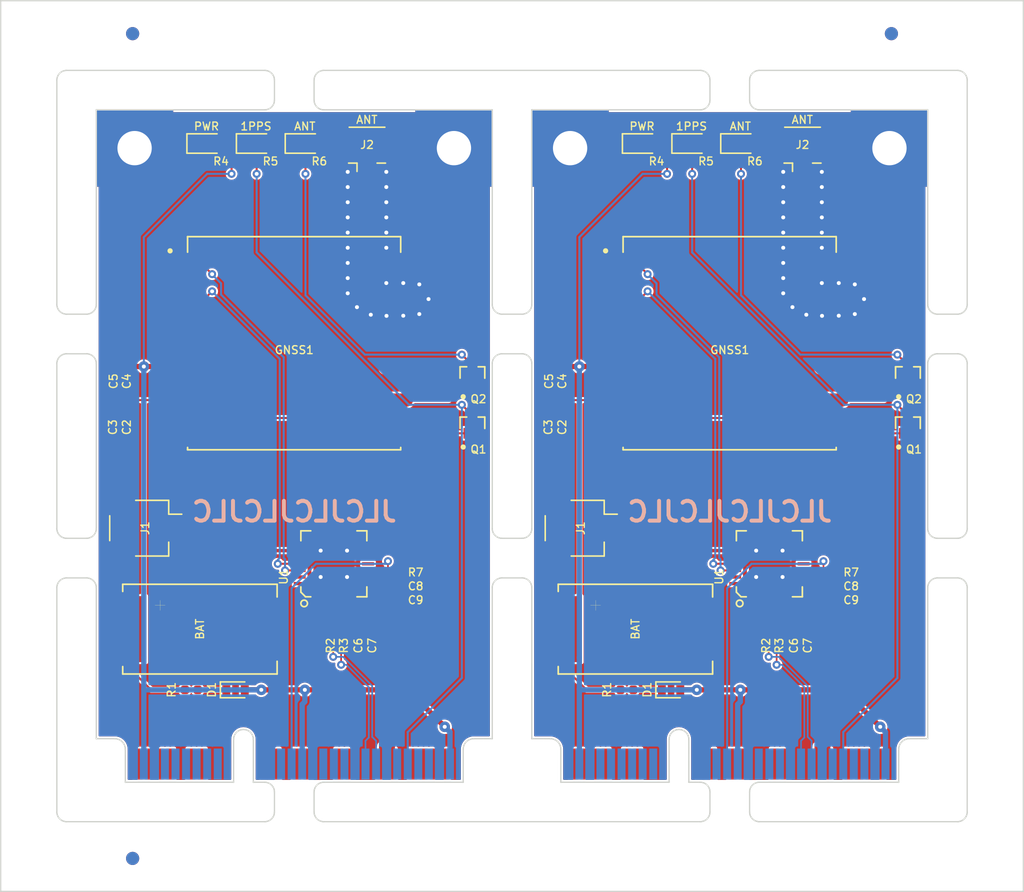
<source format=kicad_pcb>
(kicad_pcb (version 20171130) (host pcbnew 5.1.5+dfsg1-2build2)
  (layers (0 F.Cu signal) (31 B.Cu signal) (34 B.Paste user) (35 F.Paste user hide) (36 B.SilkS user) (37 F.SilkS user) (38 B.Mask user) (39 F.Mask user) (44 Edge.Cuts user))
  (net 0 "")
  (net 1 Board_1-Board_1-+3.3V)
  (net 2 Board_1-Board_1-/1PPS)
  (net 3 Board_1-Board_1-/AADET_N)
  (net 4 Board_1-Board_1-/EX_ANT)
  (net 5 Board_1-Board_1-/GPS_RX)
  (net 6 Board_1-Board_1-/GPS_TX)
  (net 7 Board_1-Board_1-/U232_D+)
  (net 8 Board_1-Board_1-/U232_D-)
  (net 9 Board_1-Board_1-/USB_D+)
  (net 10 Board_1-Board_1-/USB_D-)
  (net 11 Board_1-Board_1-/VBAT)
  (net 12 Board_1-Board_1-/~LED_WLAN)
  (net 13 Board_1-Board_1-/~RESET)
  (net 14 Board_1-Board_1-GND)
  (net 15 "Board_1-Board_1-Net-(D1-Pad1)")
  (net 16 "Board_1-Board_1-Net-(LED1-Pad1)")
  (net 17 "Board_1-Board_1-Net-(LED2-Pad1)")
  (net 18 "Board_1-Board_1-Net-(LED3-Pad1)")
  (net 19 "Board_1-Board_1-Net-(Q2-Pad3)")
  (net 20 Board_2-Board_1-+3.3V)
  (net 21 Board_2-Board_1-/1PPS)
  (net 22 Board_2-Board_1-/AADET_N)
  (net 23 Board_2-Board_1-/EX_ANT)
  (net 24 Board_2-Board_1-/GPS_RX)
  (net 25 Board_2-Board_1-/GPS_TX)
  (net 26 Board_2-Board_1-/U232_D+)
  (net 27 Board_2-Board_1-/U232_D-)
  (net 28 Board_2-Board_1-/USB_D+)
  (net 29 Board_2-Board_1-/USB_D-)
  (net 30 Board_2-Board_1-/VBAT)
  (net 31 Board_2-Board_1-/~LED_WLAN)
  (net 32 Board_2-Board_1-/~RESET)
  (net 33 Board_2-Board_1-GND)
  (net 34 "Board_2-Board_1-Net-(D1-Pad1)")
  (net 35 "Board_2-Board_1-Net-(LED1-Pad1)")
  (net 36 "Board_2-Board_1-Net-(LED2-Pad1)")
  (net 37 "Board_2-Board_1-Net-(LED3-Pad1)")
  (net 38 "Board_2-Board_1-Net-(Q2-Pad3)")
  (module NPTH (layer F.Cu) (at 47.751925 106.725971)
    (fp_text reference REF** hide)
    (fp_text value NPTH hide)
    (pad "" np_thru_hole circle (at 0 0) (size 1.5 1.5) (drill 1.5) (layers *.Cu))
  )
  (module NPTH (layer F.Cu) (at 115.251925 44.225972)
    (fp_text reference REF** hide)
    (fp_text value NPTH hide)
    (pad "" np_thru_hole circle (at 0 0) (size 1.5 1.5) (drill 1.5) (layers *.Cu))
  )
  (module NPTH (layer F.Cu) (at 47.751925 44.225972)
    (fp_text reference REF** hide)
    (fp_text value NPTH hide)
    (pad "" np_thru_hole circle (at 0 0) (size 1.5 1.5) (drill 1.5) (layers *.Cu))
  )
  (module Fiducial (layer B.Cu) (at 52.751925 106.725971)
    (fp_text reference REF** hide)
    (fp_text value Fiducial hide)
    (pad "" smd circle (at 0 0) (size 1 1) (layers B.Cu B.Mask) (clearance 0.5))
  )
  (module Fiducial (layer F.Cu) (at 52.751925 106.725971)
    (fp_text reference REF** hide)
    (fp_text value Fiducial hide)
    (pad "" smd circle (at 0 0) (size 1 1) (layers F.Cu F.Mask) (clearance 0.5))
  )
  (module Fiducial (layer B.Cu) (at 110.251925 44.225972)
    (fp_text reference REF** hide)
    (fp_text value Fiducial hide)
    (pad "" smd circle (at 0 0) (size 1 1) (layers B.Cu B.Mask) (clearance 0.5))
  )
  (module Fiducial (layer F.Cu) (at 110.251925 44.225972)
    (fp_text reference REF** hide)
    (fp_text value Fiducial hide)
    (pad "" smd circle (at 0 0) (size 1 1) (layers F.Cu F.Mask) (clearance 0.5))
  )
  (module Fiducial (layer B.Cu) (at 52.751925 44.225972)
    (fp_text reference REF** hide)
    (fp_text value Fiducial hide)
    (pad "" smd circle (at 0 0) (size 1 1) (layers B.Cu B.Mask) (clearance 0.5))
  )
  (module Fiducial (layer F.Cu) (at 52.751925 44.225972)
    (fp_text reference REF** hide)
    (fp_text value Fiducial hide)
    (pad "" smd circle (at 0 0) (size 1 1) (layers F.Cu F.Mask) (clearance 0.5))
  )
  (module "1 My Footprints:mini-PCIe_F1_Full_v600" (layer F.Cu) (at 94.152926 100.950901)
    (fp_text reference PC1 hide)
    (fp_text value miniPCIe)
    (pad 15 smd rect (at -2.35 -1.375) (size 0.6 2.35) (layers F.Cu F.Mask) (net 33 Board_2-Board_1-GND))
    (pad 19 smd rect (at 2.45 -1.375) (size 0.6 2.35) (layers F.Cu F.Mask))
    (pad 21 smd rect (at 3.25 -1.375) (size 0.6 2.35) (layers F.Cu F.Mask) (net 33 Board_2-Board_1-GND))
    (pad 23 smd rect (at 4.05 -1.375) (size 0.6 2.35) (layers F.Cu F.Mask))
    (pad 25 smd rect (at 4.85 -1.375) (size 0.6 2.35) (layers F.Cu F.Mask))
    (pad 27 smd rect (at 5.65 -1.375) (size 0.6 2.35) (layers F.Cu F.Mask) (net 33 Board_2-Board_1-GND))
    (pad 29 smd rect (at 6.45 -1.375) (size 0.6 2.35) (layers F.Cu F.Mask) (net 33 Board_2-Board_1-GND))
    (pad 31 smd rect (at 7.25 -1.375) (size 0.6 2.35) (layers F.Cu F.Mask))
    (pad 33 smd rect (at 8.05 -1.375) (size 0.6 2.35) (layers F.Cu F.Mask))
    (pad 35 smd rect (at 8.85 -1.375) (size 0.6 2.35) (layers F.Cu F.Mask) (net 33 Board_2-Board_1-GND))
    (pad 37 smd rect (at 9.65 -1.375) (size 0.6 2.35) (layers F.Cu F.Mask) (net 33 Board_2-Board_1-GND))
    (pad 39 smd rect (at 10.45 -1.375) (size 0.6 2.35) (layers F.Cu F.Mask) (net 20 Board_2-Board_1-+3.3V))
    (pad 41 smd rect (at 11.25 -1.375) (size 0.6 2.35) (layers F.Cu F.Mask) (net 20 Board_2-Board_1-+3.3V))
    (pad 43 smd rect (at 12.05 -1.375) (size 0.6 2.35) (layers F.Cu F.Mask) (net 33 Board_2-Board_1-GND))
    (pad 45 smd rect (at 12.85 -1.375) (size 0.6 2.35) (layers F.Cu F.Mask))
    (pad 47 smd rect (at 13.65 -1.375) (size 0.6 2.35) (layers F.Cu F.Mask))
    (pad 49 smd rect (at 14.45 -1.375) (size 0.6 2.35) (layers F.Cu F.Mask))
    (pad 51 smd rect (at 15.25 -1.375) (size 0.6 2.35) (layers F.Cu F.Mask))
    (pad 13 smd rect (at -3.15 -1.375) (size 0.6 2.35) (layers F.Cu F.Mask))
    (pad 11 smd rect (at -3.95 -1.375) (size 0.6 2.35) (layers F.Cu F.Mask))
    (pad 9 smd rect (at -4.75 -1.375) (size 0.6 2.35) (layers F.Cu F.Mask) (net 33 Board_2-Board_1-GND))
    (pad 7 smd rect (at -5.55 -1.375) (size 0.6 2.35) (layers F.Cu F.Mask))
    (pad 5 smd rect (at -6.35 -1.375) (size 0.6 2.35) (layers F.Cu F.Mask))
    (pad 3 smd rect (at -7.15 -1.375) (size 0.6 2.35) (layers F.Cu F.Mask))
    (pad 1 smd rect (at -7.95 -1.375) (size 0.6 2.35) (layers F.Cu F.Mask))
    (pad 17 smd rect (at 1.65 -1.375) (size 0.6 2.35) (layers F.Cu F.Mask))
    (pad 18 smd rect (at 2.05 -1.375) (size 0.6 2.35) (layers B.Cu B.Mask) (net 33 Board_2-Board_1-GND))
    (pad 20 smd rect (at 2.85 -1.375) (size 0.6 2.35) (layers B.Cu B.Mask))
    (pad 22 smd rect (at 3.65 -1.375) (size 0.6 2.35) (layers B.Cu B.Mask) (net 32 Board_2-Board_1-/~RESET))
    (pad 24 smd rect (at 4.45 -1.375) (size 0.6 2.35) (layers B.Cu B.Mask) (net 20 Board_2-Board_1-+3.3V))
    (pad 26 smd rect (at 5.25 -1.375) (size 0.6 2.35) (layers B.Cu B.Mask) (net 33 Board_2-Board_1-GND))
    (pad 28 smd rect (at 6.05 -1.375) (size 0.6 2.35) (layers B.Cu B.Mask))
    (pad 30 smd rect (at 6.85 -1.375) (size 0.6 2.35) (layers B.Cu B.Mask))
    (pad 32 smd rect (at 7.65 -1.375) (size 0.6 2.35) (layers B.Cu B.Mask))
    (pad 34 smd rect (at 8.45 -1.375) (size 0.6 2.35) (layers B.Cu B.Mask) (net 33 Board_2-Board_1-GND))
    (pad 36 smd rect (at 9.25 -1.375) (size 0.6 2.35) (layers B.Cu B.Mask) (net 29 Board_2-Board_1-/USB_D-))
    (pad 38 smd rect (at 10.05 -1.375) (size 0.6 2.35) (layers B.Cu B.Mask) (net 28 Board_2-Board_1-/USB_D+))
    (pad 40 smd rect (at 10.85 -1.375) (size 0.6 2.35) (layers B.Cu B.Mask) (net 33 Board_2-Board_1-GND))
    (pad 42 smd rect (at 11.65 -1.375) (size 0.6 2.35) (layers B.Cu B.Mask))
    (pad 44 smd rect (at 12.45 -1.375) (size 0.6 2.35) (layers B.Cu B.Mask) (net 31 Board_2-Board_1-/~LED_WLAN))
    (pad 46 smd rect (at 13.25 -1.375) (size 0.6 2.35) (layers B.Cu B.Mask))
    (pad 48 smd rect (at 14.05 -1.375) (size 0.6 2.35) (layers B.Cu B.Mask))
    (pad 50 smd rect (at 14.85 -1.375) (size 0.6 2.35) (layers B.Cu B.Mask) (net 33 Board_2-Board_1-GND))
    (pad 52 smd rect (at 15.65 -1.375) (size 0.6 2.35) (layers B.Cu B.Mask) (net 20 Board_2-Board_1-+3.3V))
    (pad 16 smd rect (at -1.95 -1.375) (size 0.6 2.35) (layers B.Cu B.Mask))
    (pad 14 smd rect (at -2.75 -1.375) (size 0.6 2.35) (layers B.Cu B.Mask))
    (pad 12 smd rect (at -3.55 -1.375) (size 0.6 2.35) (layers B.Cu B.Mask))
    (pad 10 smd rect (at -4.35 -1.375) (size 0.6 2.35) (layers B.Cu B.Mask))
    (pad 8 smd rect (at -5.15 -1.375) (size 0.6 2.35) (layers B.Cu B.Mask))
    (pad 6 smd rect (at -5.95 -1.375) (size 0.6 2.35) (layers B.Cu B.Mask))
    (pad 4 smd rect (at -6.75 -1.375) (size 0.6 2.35) (layers B.Cu B.Mask) (net 33 Board_2-Board_1-GND))
    (pad 2 smd rect (at -7.55 -1.375) (size 0.6 2.35) (layers B.Cu B.Mask) (net 20 Board_2-Board_1-+3.3V))
    (pad 54 thru_hole custom (at -8.25 -48.05) (size 2.6 2.6) (drill 2.6) (layers *.Cu *.Mask) (net 33 Board_2-Board_1-GND) (options (clearance outline) (anchor circle)) (primitives (gr_poly (pts (xy 2.9 2.9) (xy -2.9 2.9) (xy -2.9 -2.9) (xy 2.9 -2.9)) (width 0.05)) (gr_poly (pts (xy 2.9 2.9) (xy -2.9 2.9) (xy -2.9 -2.9) (xy 2.9 -2.9)) (width 0.05)) (gr_poly (pts (xy 2.9 2.9) (xy -2.9 2.9) (xy -2.9 -2.9) (xy 2.9 -2.9)) (width 0.05)) (gr_poly (pts (xy 2.9 2.9) (xy -2.9 2.9) (xy -2.9 -2.9) (xy 2.9 -2.9)) (width 0.05))))
    (pad 55 thru_hole custom (at 15.95 -48.05) (size 2.6 2.6) (drill 2.6) (layers *.Cu *.Mask) (net 33 Board_2-Board_1-GND) (options (clearance outline) (anchor circle)) (primitives (gr_poly (pts (xy 2.9 2.9) (xy -2.9 2.9) (xy -2.9 -2.9) (xy 2.9 -2.9)) (width 0.05)) (gr_poly (pts (xy 2.9 2.9) (xy -2.9 2.9) (xy -2.9 -2.9) (xy 2.9 -2.9)) (width 0.05)) (gr_poly (pts (xy 2.9 2.9) (xy -2.9 2.9) (xy -2.9 -2.9) (xy 2.9 -2.9)) (width 0.05)) (gr_poly (pts (xy 2.9 2.9) (xy -2.9 2.9) (xy -2.9 -2.9) (xy 2.9 -2.9)) (width 0.05))))
  )
  (module Resistor_SMD:R_0402_1005Metric (layer F.Cu) (at 101.752926 89.050901 270)
    (fp_text reference R3 (at 1.55 0 90) (layer F.SilkS) (effects (font (size 0.6 0.6) (thickness 0.1))))
    (fp_text value 33R)
    (pad 2 smd roundrect (at 0.485 0 270) (size 0.59 0.64) (layers F.Cu F.Paste F.Mask) (net 29 Board_2-Board_1-/USB_D-))
    (pad 1 smd roundrect (at -0.485 0 270) (size 0.59 0.64) (layers F.Cu F.Paste F.Mask) (net 27 Board_2-Board_1-/U232_D-))
  )
  (module Resistor_SMD:R_0402_1005Metric (layer F.Cu) (at 100.752926 89.050901 90)
    (fp_text reference R2 (at -1.55 0 270) (layer F.SilkS) (effects (font (size 0.6 0.6) (thickness 0.1))))
    (fp_text value 33R)
    (pad 2 smd roundrect (at 0.485 0 90) (size 0.59 0.64) (layers F.Cu F.Paste F.Mask) (net 26 Board_2-Board_1-/U232_D+))
    (pad 1 smd roundrect (at -0.485 0 90) (size 0.59 0.64) (layers F.Cu F.Paste F.Mask) (net 28 Board_2-Board_1-/USB_D+))
  )
  (module "1 My Footprints:LED_0603_1608Metric_SnapModel" (layer F.Cu) (at 98.802926 52.550901)
    (fp_text reference LED3)
    (fp_text value ANT (at 0 -1.3) (layer F.SilkS) (effects (font (size 0.6 0.6) (thickness 0.1))))
    (pad 1 smd roundrect (at -0.7875 0) (size 0.875 0.95) (layers F.Cu F.Paste F.Mask) (net 37 "Board_2-Board_1-Net-(LED3-Pad1)"))
    (pad 2 smd roundrect (at 0.7875 0) (size 0.875 0.95) (layers F.Cu F.Paste F.Mask) (net 20 Board_2-Board_1-+3.3V))
  )
  (module "1 My Footprints:LED_0603_1608Metric_SnapModel" (layer F.Cu) (at 95.102926 52.550901)
    (fp_text reference LED2)
    (fp_text value 1PPS (at 0 -1.3) (layer F.SilkS) (effects (font (size 0.6 0.6) (thickness 0.1))))
    (pad 1 smd roundrect (at -0.7875 0) (size 0.875 0.95) (layers F.Cu F.Paste F.Mask) (net 36 "Board_2-Board_1-Net-(LED2-Pad1)"))
    (pad 2 smd roundrect (at 0.7875 0) (size 0.875 0.95) (layers F.Cu F.Paste F.Mask) (net 20 Board_2-Board_1-+3.3V))
  )
  (module "1 My Footprints:LED_0603_1608Metric_SnapModel" (layer F.Cu) (at 91.352926 52.550901)
    (fp_text reference LED1)
    (fp_text value PWR (at 0 -1.3) (layer F.SilkS) (effects (font (size 0.6 0.6) (thickness 0.1))))
    (pad 1 smd roundrect (at -0.7875 0) (size 0.875 0.95) (layers F.Cu F.Paste F.Mask) (net 35 "Board_2-Board_1-Net-(LED1-Pad1)"))
    (pad 2 smd roundrect (at 0.7875 0) (size 0.875 0.95) (layers F.Cu F.Paste F.Mask) (net 20 Board_2-Board_1-+3.3V))
  )
  (module "1 My Footprints:QFN28G_0.5-5X5MM" (layer F.Cu) (at 101.002926 84.400901 90)
    (fp_text reference U1 (at -0.976228 -3.805681 90) (layer F.SilkS) (effects (font (size 0.6 0.6) (thickness 0.1))))
    (fp_text value CP2102N-A01-GQFN28)
    (pad 29 smd rect (at 0 0 90) (size 3.1 3.1) (layers F.Cu F.Mask) (net 33 Board_2-Board_1-GND))
    (pad 28 smd rect (at -1.5 -2.59 90) (size 0.254 0.9) (layers F.Cu F.Paste F.Mask))
    (pad 27 smd rect (at -1 -2.59 90) (size 0.254 0.9) (layers F.Cu F.Paste F.Mask))
    (pad 26 smd rect (at -0.5 -2.59 90) (size 0.254 0.9) (layers F.Cu F.Paste F.Mask) (net 24 Board_2-Board_1-/GPS_RX))
    (pad 25 smd rect (at 0 -2.59 90) (size 0.254 0.9) (layers F.Cu F.Paste F.Mask) (net 25 Board_2-Board_1-/GPS_TX))
    (pad 24 smd rect (at 0.5 -2.59 90) (size 0.254 0.9) (layers F.Cu F.Paste F.Mask))
    (pad 23 smd rect (at 1 -2.59 90) (size 0.254 0.9) (layers F.Cu F.Paste F.Mask) (net 21 Board_2-Board_1-/1PPS))
    (pad 22 smd rect (at 1.5 -2.59 90) (size 0.254 0.9) (layers F.Cu F.Paste F.Mask))
    (pad 21 smd rect (at 2.59 -1.5 90) (size 0.9 0.254) (layers F.Cu F.Paste F.Mask))
    (pad 20 smd rect (at 2.59 -1 90) (size 0.9 0.254) (layers F.Cu F.Paste F.Mask))
    (pad 19 smd rect (at 2.59 -0.5 90) (size 0.9 0.254) (layers F.Cu F.Paste F.Mask))
    (pad 18 smd rect (at 2.59 0 90) (size 0.9 0.254) (layers F.Cu F.Paste F.Mask))
    (pad 17 smd rect (at 2.59 0.5 90) (size 0.9 0.254) (layers F.Cu F.Paste F.Mask))
    (pad 16 smd rect (at 2.59 1 90) (size 0.9 0.254) (layers F.Cu F.Paste F.Mask))
    (pad 15 smd rect (at 2.59 1.5 90) (size 0.9 0.254) (layers F.Cu F.Paste F.Mask))
    (pad 14 smd rect (at 1.5 2.59 90) (size 0.254 0.9) (layers F.Cu F.Paste F.Mask))
    (pad 13 smd rect (at 1 2.59 90) (size 0.254 0.9) (layers F.Cu F.Paste F.Mask))
    (pad 12 smd rect (at 0.5 2.59 90) (size 0.254 0.9) (layers F.Cu F.Paste F.Mask))
    (pad 11 smd rect (at 0 2.59 90) (size 0.254 0.9) (layers F.Cu F.Paste F.Mask))
    (pad 10 smd rect (at -0.5 2.59 90) (size 0.254 0.9) (layers F.Cu F.Paste F.Mask))
    (pad 9 smd rect (at -1 2.59 90) (size 0.254 0.9) (layers F.Cu F.Paste F.Mask) (net 32 Board_2-Board_1-/~RESET))
    (pad 8 smd rect (at -1.5 2.59 90) (size 0.254 0.9) (layers F.Cu F.Paste F.Mask) (net 20 Board_2-Board_1-+3.3V))
    (pad 7 smd rect (at -2.59 1.5 90) (size 0.9 0.254) (layers F.Cu F.Paste F.Mask) (net 20 Board_2-Board_1-+3.3V))
    (pad 6 smd rect (at -2.59 1 90) (size 0.9 0.254) (layers F.Cu F.Paste F.Mask) (net 20 Board_2-Board_1-+3.3V))
    (pad 5 smd rect (at -2.59 0.5 90) (size 0.9 0.254) (layers F.Cu F.Paste F.Mask) (net 27 Board_2-Board_1-/U232_D-))
    (pad 4 smd rect (at -2.59 0 90) (size 0.9 0.254) (layers F.Cu F.Paste F.Mask) (net 26 Board_2-Board_1-/U232_D+))
    (pad 3 smd rect (at -2.59 -0.5 90) (size 0.9 0.254) (layers F.Cu F.Paste F.Mask) (net 33 Board_2-Board_1-GND))
    (pad 2 smd rect (at -2.59 -1 90) (size 0.9 0.254) (layers F.Cu F.Paste F.Mask))
    (pad 1 smd rect (at -2.59 -1.5 90) (size 0.9 0.254) (layers F.Cu F.Paste F.Mask))
  )
  (module Capacitor_SMD:C_0402_1005Metric (layer F.Cu) (at 85.302926 72.485901 270)
    (fp_text reference C2 (at 1.565 0 90) (layer F.SilkS) (effects (font (size 0.6 0.6) (thickness 0.1))))
    (fp_text value 4.7uF)
    (pad 2 smd roundrect (at 0.485 0 270) (size 0.59 0.64) (layers F.Cu F.Paste F.Mask) (net 33 Board_2-Board_1-GND))
    (pad 1 smd roundrect (at -0.485 0 270) (size 0.59 0.64) (layers F.Cu F.Paste F.Mask) (net 30 Board_2-Board_1-/VBAT))
  )
  (module Resistor_SMD:R_0402_1005Metric (layer F.Cu) (at 105.602926 85.050901 180)
    (fp_text reference R7 (at -1.6 0) (layer F.SilkS) (effects (font (size 0.6 0.6) (thickness 0.1))))
    (fp_text value 4.7K)
    (pad 2 smd roundrect (at 0.485 0 180) (size 0.59 0.64) (layers F.Cu F.Paste F.Mask) (net 32 Board_2-Board_1-/~RESET))
    (pad 1 smd roundrect (at -0.485 0 180) (size 0.59 0.64) (layers F.Cu F.Paste F.Mask) (net 20 Board_2-Board_1-+3.3V))
  )
  (module Resistor_SMD:R_0402_1005Metric (layer F.Cu) (at 98.352926 53.900901)
    (fp_text reference R6 (at 1.55 0) (layer F.SilkS) (effects (font (size 0.6 0.6) (thickness 0.1))))
    (fp_text value 220R)
    (pad 2 smd roundrect (at 0.485 0) (size 0.59 0.64) (layers F.Cu F.Paste F.Mask) (net 38 "Board_2-Board_1-Net-(Q2-Pad3)"))
    (pad 1 smd roundrect (at -0.485 0) (size 0.59 0.64) (layers F.Cu F.Paste F.Mask) (net 37 "Board_2-Board_1-Net-(LED3-Pad1)"))
  )
  (module Resistor_SMD:R_0402_1005Metric (layer F.Cu) (at 94.652926 53.900901)
    (fp_text reference R5 (at 1.55 0) (layer F.SilkS) (effects (font (size 0.6 0.6) (thickness 0.1))))
    (fp_text value 220R)
    (pad 2 smd roundrect (at 0.485 0) (size 0.59 0.64) (layers F.Cu F.Paste F.Mask) (net 31 Board_2-Board_1-/~LED_WLAN))
    (pad 1 smd roundrect (at -0.485 0) (size 0.59 0.64) (layers F.Cu F.Paste F.Mask) (net 36 "Board_2-Board_1-Net-(LED2-Pad1)"))
  )
  (module Resistor_SMD:R_0402_1005Metric (layer F.Cu) (at 90.917926 53.900901)
    (fp_text reference R4 (at 1.535 0 180) (layer F.SilkS) (effects (font (size 0.6 0.6) (thickness 0.1))))
    (fp_text value 51R)
    (pad 2 smd roundrect (at 0.485 0) (size 0.59 0.64) (layers F.Cu F.Paste F.Mask) (net 33 Board_2-Board_1-GND))
    (pad 1 smd roundrect (at -0.485 0) (size 0.59 0.64) (layers F.Cu F.Paste F.Mask) (net 35 "Board_2-Board_1-Net-(LED1-Pad1)"))
  )
  (module Resistor_SMD:R_0402_1005Metric (layer F.Cu) (at 90.202926 93.950901 180)
    (fp_text reference R1 (at 1.5 0 270) (layer F.SilkS) (effects (font (size 0.6 0.6) (thickness 0.1))))
    (fp_text value 1K)
    (pad 2 smd roundrect (at 0.485 0 180) (size 0.59 0.64) (layers F.Cu F.Paste F.Mask) (net 30 Board_2-Board_1-/VBAT))
    (pad 1 smd roundrect (at -0.485 0 180) (size 0.59 0.64) (layers F.Cu F.Paste F.Mask) (net 34 "Board_2-Board_1-Net-(D1-Pad1)"))
  )
  (module Capacitor_SMD:C_0402_1005Metric (layer F.Cu) (at 105.602926 87.150901)
    (fp_text reference C9 (at 1.6 0) (layer F.SilkS) (effects (font (size 0.6 0.6) (thickness 0.1))))
    (fp_text value 1uF)
    (pad 2 smd roundrect (at 0.485 0) (size 0.59 0.64) (layers F.Cu F.Paste F.Mask) (net 33 Board_2-Board_1-GND))
    (pad 1 smd roundrect (at -0.485 0) (size 0.59 0.64) (layers F.Cu F.Paste F.Mask) (net 20 Board_2-Board_1-+3.3V))
  )
  (module Capacitor_SMD:C_0402_1005Metric (layer F.Cu) (at 105.602926 86.100901 180)
    (fp_text reference C8 (at -1.6 0) (layer F.SilkS) (effects (font (size 0.6 0.6) (thickness 0.1))))
    (fp_text value 100nF)
    (pad 2 smd roundrect (at 0.485 0 180) (size 0.59 0.64) (layers F.Cu F.Paste F.Mask) (net 20 Board_2-Board_1-+3.3V))
    (pad 1 smd roundrect (at -0.485 0 180) (size 0.59 0.64) (layers F.Cu F.Paste F.Mask) (net 33 Board_2-Board_1-GND))
  )
  (module Capacitor_SMD:C_0402_1005Metric (layer F.Cu) (at 103.902926 89.050901 270)
    (fp_text reference C7 (at 1.55 0 90) (layer F.SilkS) (effects (font (size 0.6 0.6) (thickness 0.1))))
    (fp_text value 4.7uF)
    (pad 2 smd roundrect (at 0.485 0 270) (size 0.59 0.64) (layers F.Cu F.Paste F.Mask) (net 33 Board_2-Board_1-GND))
    (pad 1 smd roundrect (at -0.485 0 270) (size 0.59 0.64) (layers F.Cu F.Paste F.Mask) (net 20 Board_2-Board_1-+3.3V))
  )
  (module Capacitor_SMD:C_0402_1005Metric (layer F.Cu) (at 102.852926 89.050901 90)
    (fp_text reference C6 (at -1.55 0 90) (layer F.SilkS) (effects (font (size 0.6 0.6) (thickness 0.1))))
    (fp_text value 100nF)
    (pad 2 smd roundrect (at 0.485 0 90) (size 0.59 0.64) (layers F.Cu F.Paste F.Mask) (net 20 Board_2-Board_1-+3.3V))
    (pad 1 smd roundrect (at -0.485 0 90) (size 0.59 0.64) (layers F.Cu F.Paste F.Mask) (net 33 Board_2-Board_1-GND))
  )
  (module Capacitor_SMD:C_0402_1005Metric (layer F.Cu) (at 84.302926 68.965901 270)
    (fp_text reference C5 (at 1.6 0 90) (layer F.SilkS) (effects (font (size 0.6 0.6) (thickness 0.1))))
    (fp_text value 10uF)
    (pad 2 smd roundrect (at 0.485 0 270) (size 0.59 0.64) (layers F.Cu F.Paste F.Mask) (net 20 Board_2-Board_1-+3.3V))
    (pad 1 smd roundrect (at -0.485 0 270) (size 0.59 0.64) (layers F.Cu F.Paste F.Mask) (net 33 Board_2-Board_1-GND))
  )
  (module Capacitor_SMD:C_0402_1005Metric (layer F.Cu) (at 85.302926 68.965901 90)
    (fp_text reference C4 (at -1.6 0 90) (layer F.SilkS) (effects (font (size 0.6 0.6) (thickness 0.1))))
    (fp_text value 100nF)
    (pad 2 smd roundrect (at 0.485 0 90) (size 0.59 0.64) (layers F.Cu F.Paste F.Mask) (net 33 Board_2-Board_1-GND))
    (pad 1 smd roundrect (at -0.485 0 90) (size 0.59 0.64) (layers F.Cu F.Paste F.Mask) (net 20 Board_2-Board_1-+3.3V))
  )
  (module Capacitor_SMD:C_0402_1005Metric (layer F.Cu) (at 84.252926 72.485901 270)
    (fp_text reference C3 (at 1.565 0 90) (layer F.SilkS) (effects (font (size 0.6 0.6) (thickness 0.1))))
    (fp_text value 100nF)
    (pad 2 smd roundrect (at 0.485 0 270) (size 0.59 0.64) (layers F.Cu F.Paste F.Mask) (net 33 Board_2-Board_1-GND))
    (pad 1 smd roundrect (at -0.485 0 270) (size 0.59 0.64) (layers F.Cu F.Paste F.Mask) (net 30 Board_2-Board_1-/VBAT))
  )
  (module "1 My Footprints:CAP_DSK-3R3H224U-HL" (layer F.Cu) (at 90.852926 89.350901 90)
    (fp_text reference C1)
    (fp_text value DSK-3R3H224U-HL hide)
    (fp_text user BAT (at 0 0 270) (layer F.SilkS) (effects (font (size 0.6 0.6) (thickness 0.1))))
    (fp_text user + (at 1.8 -3.1 90) (layer F.SilkS) (effects (font (size 1.004496 1.004496) (thickness 0.015))))
    (pad 2 smd rect (at 0 5.075 90) (size 4 1.7) (layers F.Cu F.Paste F.Mask) (net 33 Board_2-Board_1-GND))
    (pad 1 smd rect (at 0 -5.075 90) (size 5 2) (layers F.Cu F.Paste F.Mask) (net 30 Board_2-Board_1-/VBAT))
  )
  (module "1 My Footprints:XCVR_LC86L" (layer F.Cu) (at 97.992926 68.184901)
    (fp_text reference GNSS1 (at 0.01 0.016) (layer F.SilkS) (effects (font (size 0.6 0.6) (thickness 0.1))))
    (fp_text value LC86L)
    (pad 7 smd oval (at 7.75 6.35) (size 2.5 1) (layers F.Cu F.Mask))
    (pad 8 smd oval (at 7.75 3.81) (size 2.5 1) (layers F.Cu F.Mask) (net 22 Board_2-Board_1-/AADET_N))
    (pad 9 smd oval (at 7.75 1.27) (size 2.5 1) (layers F.Cu F.Mask))
    (pad 12 smd oval (at 7.75 -6.35) (size 2.5 1) (layers F.Cu F.Mask) (net 33 Board_2-Board_1-GND))
    (pad 11 smd oval (at 7.75 -3.81) (size 2.5 1) (layers F.Cu F.Mask) (net 23 Board_2-Board_1-/EX_ANT))
    (pad 6 smd oval (at -7.75 6.35) (size 2.5 1) (layers F.Cu F.Mask) (net 21 Board_2-Board_1-/1PPS))
    (pad 5 smd oval (at -7.75 3.81) (size 2.5 1) (layers F.Cu F.Mask) (net 30 Board_2-Board_1-/VBAT))
    (pad 1 smd oval (at -7.75 -6.35) (size 2.5 1) (layers F.Cu F.Mask) (net 24 Board_2-Board_1-/GPS_RX))
    (pad 2 smd oval (at -7.75 -3.81) (size 2.5 1) (layers F.Cu F.Mask) (net 25 Board_2-Board_1-/GPS_TX))
    (pad 4 smd oval (at -7.75 1.27) (size 2.5 1) (layers F.Cu F.Mask) (net 20 Board_2-Board_1-+3.3V))
    (pad 10 smd oval (at 7.75 -1.27) (size 2.5 1) (layers F.Cu F.Mask))
    (pad 3 smd oval (at -7.75 -1.27) (size 2.5 1) (layers F.Cu F.Mask) (net 33 Board_2-Board_1-GND))
  )
  (module "1 My Footprints:Q_EMT3F" (layer F.Cu) (at 111.502926 70.040901 90)
    (fp_text reference Q2 (at -1.8796 0.4572) (layer F.SilkS) (effects (font (size 0.6 0.6) (thickness 0.1))))
    (fp_text value DTA043T)
    (pad 3 smd rect (at 0.66 0 90) (size 0.81 0.35) (layers F.Cu F.Paste F.Mask) (net 38 "Board_2-Board_1-Net-(Q2-Pad3)"))
    (pad 2 smd rect (at -0.66 0.5 90) (size 0.81 0.35) (layers F.Cu F.Paste F.Mask) (net 33 Board_2-Board_1-GND))
    (pad 1 smd rect (at -0.66 -0.5 90) (size 0.81 0.35) (layers F.Cu F.Paste F.Mask) (net 22 Board_2-Board_1-/AADET_N))
  )
  (module "1 My Footprints:Q_EMT3F" (layer F.Cu) (at 111.502926 73.850901 90)
    (fp_text reference Q1 (at -1.8796 0.4572) (layer F.SilkS) (effects (font (size 0.6 0.6) (thickness 0.1))))
    (fp_text value DTC143Z)
    (pad 3 smd rect (at 0.66 0 90) (size 0.81 0.35) (layers F.Cu F.Paste F.Mask) (net 31 Board_2-Board_1-/~LED_WLAN))
    (pad 2 smd rect (at -0.66 0.5 90) (size 0.81 0.35) (layers F.Cu F.Paste F.Mask) (net 33 Board_2-Board_1-GND))
    (pad 1 smd rect (at -0.66 -0.5 90) (size 0.81 0.35) (layers F.Cu F.Paste F.Mask) (net 21 Board_2-Board_1-/1PPS))
  )
  (module "1 My Footprints:JST_SH_SM02B-SRSS-TB_1x02-1MP_P1.00mm_Horizontal_3D" (layer F.Cu) (at 86.702926 81.700901 270)
    (fp_text reference J1 (at 0 0 270) (layer F.SilkS) (effects (font (size 0.6 0.6) (thickness 0.1))))
    (fp_text value 1PPS)
    (pad MP smd roundrect (at 1.8 1.875 270) (size 1.2 1.8) (layers F.Cu F.Paste F.Mask) (roundrect_rratio 0.208333))
    (pad MP smd roundrect (at -1.8 1.875 270) (size 1.2 1.8) (layers F.Cu F.Paste F.Mask) (roundrect_rratio 0.208333))
    (pad 2 smd roundrect (at 0.5 -2 270) (size 0.6 1.55) (layers F.Cu F.Paste F.Mask) (net 33 Board_2-Board_1-GND))
    (pad 1 smd roundrect (at -0.5 -2 270) (size 0.6 1.55) (layers F.Cu F.Paste F.Mask) (net 21 Board_2-Board_1-/1PPS))
  )
  (module Connector_Coaxial:U.FL_Hirose_U.FL-R-SMT-1_Vertical (layer F.Cu) (at 103.517926 53.150901 90)
    (fp_text reference J2 (at 0.5 0) (layer F.SilkS) (effects (font (size 0.6 0.6) (thickness 0.1))))
    (fp_text value ANT (at 2.4 -0.015 180) (layer F.SilkS) (effects (font (size 0.6 0.6) (thickness 0.1))))
    (pad 2 smd rect (at 0.475 -1.475 90) (size 2.2 1.05) (layers F.Cu F.Paste F.Mask) (net 33 Board_2-Board_1-GND))
    (pad 1 smd rect (at -1.05 0 90) (size 1.05 1) (layers F.Cu F.Paste F.Mask) (net 23 Board_2-Board_1-/EX_ANT))
    (pad 2 smd rect (at 0.475 1.475 90) (size 2.2 1.05) (layers F.Cu F.Paste F.Mask) (net 33 Board_2-Board_1-GND))
  )
  (module Diode_SMD:D_SOD-523 (layer F.Cu) (at 93.552926 93.950901)
    (fp_text reference D1 (at -1.8 0 270) (layer F.SilkS) (effects (font (size 0.6 0.6) (thickness 0.1))))
    (fp_text value RB520S30T1G)
    (pad 1 smd rect (at -0.7 0 180) (size 0.6 0.7) (layers F.Cu F.Paste F.Mask) (net 34 "Board_2-Board_1-Net-(D1-Pad1)"))
    (pad 2 smd rect (at 0.7 0 180) (size 0.6 0.7) (layers F.Cu F.Paste F.Mask) (net 20 Board_2-Board_1-+3.3V))
  )
  (module "1 My Footprints:mini-PCIe_F1_Full_v600" (layer F.Cu) (at 61.151001 100.950901)
    (fp_text reference PC1 hide)
    (fp_text value miniPCIe)
    (pad 15 smd rect (at -2.35 -1.375) (size 0.6 2.35) (layers F.Cu F.Mask) (net 14 Board_1-Board_1-GND))
    (pad 19 smd rect (at 2.45 -1.375) (size 0.6 2.35) (layers F.Cu F.Mask))
    (pad 21 smd rect (at 3.25 -1.375) (size 0.6 2.35) (layers F.Cu F.Mask) (net 14 Board_1-Board_1-GND))
    (pad 23 smd rect (at 4.05 -1.375) (size 0.6 2.35) (layers F.Cu F.Mask))
    (pad 25 smd rect (at 4.85 -1.375) (size 0.6 2.35) (layers F.Cu F.Mask))
    (pad 27 smd rect (at 5.65 -1.375) (size 0.6 2.35) (layers F.Cu F.Mask) (net 14 Board_1-Board_1-GND))
    (pad 29 smd rect (at 6.45 -1.375) (size 0.6 2.35) (layers F.Cu F.Mask) (net 14 Board_1-Board_1-GND))
    (pad 31 smd rect (at 7.25 -1.375) (size 0.6 2.35) (layers F.Cu F.Mask))
    (pad 33 smd rect (at 8.05 -1.375) (size 0.6 2.35) (layers F.Cu F.Mask))
    (pad 35 smd rect (at 8.85 -1.375) (size 0.6 2.35) (layers F.Cu F.Mask) (net 14 Board_1-Board_1-GND))
    (pad 37 smd rect (at 9.65 -1.375) (size 0.6 2.35) (layers F.Cu F.Mask) (net 14 Board_1-Board_1-GND))
    (pad 39 smd rect (at 10.45 -1.375) (size 0.6 2.35) (layers F.Cu F.Mask) (net 1 Board_1-Board_1-+3.3V))
    (pad 41 smd rect (at 11.25 -1.375) (size 0.6 2.35) (layers F.Cu F.Mask) (net 1 Board_1-Board_1-+3.3V))
    (pad 43 smd rect (at 12.05 -1.375) (size 0.6 2.35) (layers F.Cu F.Mask) (net 14 Board_1-Board_1-GND))
    (pad 45 smd rect (at 12.85 -1.375) (size 0.6 2.35) (layers F.Cu F.Mask))
    (pad 47 smd rect (at 13.65 -1.375) (size 0.6 2.35) (layers F.Cu F.Mask))
    (pad 49 smd rect (at 14.45 -1.375) (size 0.6 2.35) (layers F.Cu F.Mask))
    (pad 51 smd rect (at 15.25 -1.375) (size 0.6 2.35) (layers F.Cu F.Mask))
    (pad 13 smd rect (at -3.15 -1.375) (size 0.6 2.35) (layers F.Cu F.Mask))
    (pad 11 smd rect (at -3.95 -1.375) (size 0.6 2.35) (layers F.Cu F.Mask))
    (pad 9 smd rect (at -4.75 -1.375) (size 0.6 2.35) (layers F.Cu F.Mask) (net 14 Board_1-Board_1-GND))
    (pad 7 smd rect (at -5.55 -1.375) (size 0.6 2.35) (layers F.Cu F.Mask))
    (pad 5 smd rect (at -6.35 -1.375) (size 0.6 2.35) (layers F.Cu F.Mask))
    (pad 3 smd rect (at -7.15 -1.375) (size 0.6 2.35) (layers F.Cu F.Mask))
    (pad 1 smd rect (at -7.95 -1.375) (size 0.6 2.35) (layers F.Cu F.Mask))
    (pad 17 smd rect (at 1.65 -1.375) (size 0.6 2.35) (layers F.Cu F.Mask))
    (pad 18 smd rect (at 2.05 -1.375) (size 0.6 2.35) (layers B.Cu B.Mask) (net 14 Board_1-Board_1-GND))
    (pad 20 smd rect (at 2.85 -1.375) (size 0.6 2.35) (layers B.Cu B.Mask))
    (pad 22 smd rect (at 3.65 -1.375) (size 0.6 2.35) (layers B.Cu B.Mask) (net 13 Board_1-Board_1-/~RESET))
    (pad 24 smd rect (at 4.45 -1.375) (size 0.6 2.35) (layers B.Cu B.Mask) (net 1 Board_1-Board_1-+3.3V))
    (pad 26 smd rect (at 5.25 -1.375) (size 0.6 2.35) (layers B.Cu B.Mask) (net 14 Board_1-Board_1-GND))
    (pad 28 smd rect (at 6.05 -1.375) (size 0.6 2.35) (layers B.Cu B.Mask))
    (pad 30 smd rect (at 6.85 -1.375) (size 0.6 2.35) (layers B.Cu B.Mask))
    (pad 32 smd rect (at 7.65 -1.375) (size 0.6 2.35) (layers B.Cu B.Mask))
    (pad 34 smd rect (at 8.45 -1.375) (size 0.6 2.35) (layers B.Cu B.Mask) (net 14 Board_1-Board_1-GND))
    (pad 36 smd rect (at 9.25 -1.375) (size 0.6 2.35) (layers B.Cu B.Mask) (net 10 Board_1-Board_1-/USB_D-))
    (pad 38 smd rect (at 10.05 -1.375) (size 0.6 2.35) (layers B.Cu B.Mask) (net 9 Board_1-Board_1-/USB_D+))
    (pad 40 smd rect (at 10.85 -1.375) (size 0.6 2.35) (layers B.Cu B.Mask) (net 14 Board_1-Board_1-GND))
    (pad 42 smd rect (at 11.65 -1.375) (size 0.6 2.35) (layers B.Cu B.Mask))
    (pad 44 smd rect (at 12.45 -1.375) (size 0.6 2.35) (layers B.Cu B.Mask) (net 12 Board_1-Board_1-/~LED_WLAN))
    (pad 46 smd rect (at 13.25 -1.375) (size 0.6 2.35) (layers B.Cu B.Mask))
    (pad 48 smd rect (at 14.05 -1.375) (size 0.6 2.35) (layers B.Cu B.Mask))
    (pad 50 smd rect (at 14.85 -1.375) (size 0.6 2.35) (layers B.Cu B.Mask) (net 14 Board_1-Board_1-GND))
    (pad 52 smd rect (at 15.65 -1.375) (size 0.6 2.35) (layers B.Cu B.Mask) (net 1 Board_1-Board_1-+3.3V))
    (pad 16 smd rect (at -1.95 -1.375) (size 0.6 2.35) (layers B.Cu B.Mask))
    (pad 14 smd rect (at -2.75 -1.375) (size 0.6 2.35) (layers B.Cu B.Mask))
    (pad 12 smd rect (at -3.55 -1.375) (size 0.6 2.35) (layers B.Cu B.Mask))
    (pad 10 smd rect (at -4.35 -1.375) (size 0.6 2.35) (layers B.Cu B.Mask))
    (pad 8 smd rect (at -5.15 -1.375) (size 0.6 2.35) (layers B.Cu B.Mask))
    (pad 6 smd rect (at -5.95 -1.375) (size 0.6 2.35) (layers B.Cu B.Mask))
    (pad 4 smd rect (at -6.75 -1.375) (size 0.6 2.35) (layers B.Cu B.Mask) (net 14 Board_1-Board_1-GND))
    (pad 2 smd rect (at -7.55 -1.375) (size 0.6 2.35) (layers B.Cu B.Mask) (net 1 Board_1-Board_1-+3.3V))
    (pad 54 thru_hole custom (at -8.25 -48.05) (size 2.6 2.6) (drill 2.6) (layers *.Cu *.Mask) (net 14 Board_1-Board_1-GND) (options (clearance outline) (anchor circle)) (primitives (gr_poly (pts (xy 2.9 2.9) (xy -2.9 2.9) (xy -2.9 -2.9) (xy 2.9 -2.9)) (width 0.05)) (gr_poly (pts (xy 2.9 2.9) (xy -2.9 2.9) (xy -2.9 -2.9) (xy 2.9 -2.9)) (width 0.05)) (gr_poly (pts (xy 2.9 2.9) (xy -2.9 2.9) (xy -2.9 -2.9) (xy 2.9 -2.9)) (width 0.05)) (gr_poly (pts (xy 2.9 2.9) (xy -2.9 2.9) (xy -2.9 -2.9) (xy 2.9 -2.9)) (width 0.05))))
    (pad 55 thru_hole custom (at 15.95 -48.05) (size 2.6 2.6) (drill 2.6) (layers *.Cu *.Mask) (net 14 Board_1-Board_1-GND) (options (clearance outline) (anchor circle)) (primitives (gr_poly (pts (xy 2.9 2.9) (xy -2.9 2.9) (xy -2.9 -2.9) (xy 2.9 -2.9)) (width 0.05)) (gr_poly (pts (xy 2.9 2.9) (xy -2.9 2.9) (xy -2.9 -2.9) (xy 2.9 -2.9)) (width 0.05)) (gr_poly (pts (xy 2.9 2.9) (xy -2.9 2.9) (xy -2.9 -2.9) (xy 2.9 -2.9)) (width 0.05)) (gr_poly (pts (xy 2.9 2.9) (xy -2.9 2.9) (xy -2.9 -2.9) (xy 2.9 -2.9)) (width 0.05))))
  )
  (module Resistor_SMD:R_0402_1005Metric (layer F.Cu) (at 68.751001 89.050901 270)
    (fp_text reference R3 (at 1.55 0 90) (layer F.SilkS) (effects (font (size 0.6 0.6) (thickness 0.1))))
    (fp_text value 33R)
    (pad 2 smd roundrect (at 0.485 0 270) (size 0.59 0.64) (layers F.Cu F.Paste F.Mask) (net 10 Board_1-Board_1-/USB_D-))
    (pad 1 smd roundrect (at -0.485 0 270) (size 0.59 0.64) (layers F.Cu F.Paste F.Mask) (net 8 Board_1-Board_1-/U232_D-))
  )
  (module Resistor_SMD:R_0402_1005Metric (layer F.Cu) (at 67.751001 89.050901 90)
    (fp_text reference R2 (at -1.55 0 270) (layer F.SilkS) (effects (font (size 0.6 0.6) (thickness 0.1))))
    (fp_text value 33R)
    (pad 2 smd roundrect (at 0.485 0 90) (size 0.59 0.64) (layers F.Cu F.Paste F.Mask) (net 7 Board_1-Board_1-/U232_D+))
    (pad 1 smd roundrect (at -0.485 0 90) (size 0.59 0.64) (layers F.Cu F.Paste F.Mask) (net 9 Board_1-Board_1-/USB_D+))
  )
  (module "1 My Footprints:LED_0603_1608Metric_SnapModel" (layer F.Cu) (at 65.801001 52.550901)
    (fp_text reference LED3)
    (fp_text value ANT (at 0 -1.3) (layer F.SilkS) (effects (font (size 0.6 0.6) (thickness 0.1))))
    (pad 1 smd roundrect (at -0.7875 0) (size 0.875 0.95) (layers F.Cu F.Paste F.Mask) (net 18 "Board_1-Board_1-Net-(LED3-Pad1)"))
    (pad 2 smd roundrect (at 0.7875 0) (size 0.875 0.95) (layers F.Cu F.Paste F.Mask) (net 1 Board_1-Board_1-+3.3V))
  )
  (module "1 My Footprints:LED_0603_1608Metric_SnapModel" (layer F.Cu) (at 62.101001 52.550901)
    (fp_text reference LED2)
    (fp_text value 1PPS (at 0 -1.3) (layer F.SilkS) (effects (font (size 0.6 0.6) (thickness 0.1))))
    (pad 1 smd roundrect (at -0.7875 0) (size 0.875 0.95) (layers F.Cu F.Paste F.Mask) (net 17 "Board_1-Board_1-Net-(LED2-Pad1)"))
    (pad 2 smd roundrect (at 0.7875 0) (size 0.875 0.95) (layers F.Cu F.Paste F.Mask) (net 1 Board_1-Board_1-+3.3V))
  )
  (module "1 My Footprints:LED_0603_1608Metric_SnapModel" (layer F.Cu) (at 58.351001 52.550901)
    (fp_text reference LED1)
    (fp_text value PWR (at 0 -1.3) (layer F.SilkS) (effects (font (size 0.6 0.6) (thickness 0.1))))
    (pad 1 smd roundrect (at -0.7875 0) (size 0.875 0.95) (layers F.Cu F.Paste F.Mask) (net 16 "Board_1-Board_1-Net-(LED1-Pad1)"))
    (pad 2 smd roundrect (at 0.7875 0) (size 0.875 0.95) (layers F.Cu F.Paste F.Mask) (net 1 Board_1-Board_1-+3.3V))
  )
  (module "1 My Footprints:QFN28G_0.5-5X5MM" (layer F.Cu) (at 68.001001 84.400901 90)
    (fp_text reference U1 (at -0.976228 -3.805681 90) (layer F.SilkS) (effects (font (size 0.6 0.6) (thickness 0.1))))
    (fp_text value CP2102N-A01-GQFN28)
    (pad 29 smd rect (at 0 0 90) (size 3.1 3.1) (layers F.Cu F.Mask) (net 14 Board_1-Board_1-GND))
    (pad 28 smd rect (at -1.5 -2.59 90) (size 0.254 0.9) (layers F.Cu F.Paste F.Mask))
    (pad 27 smd rect (at -1 -2.59 90) (size 0.254 0.9) (layers F.Cu F.Paste F.Mask))
    (pad 26 smd rect (at -0.5 -2.59 90) (size 0.254 0.9) (layers F.Cu F.Paste F.Mask) (net 5 Board_1-Board_1-/GPS_RX))
    (pad 25 smd rect (at 0 -2.59 90) (size 0.254 0.9) (layers F.Cu F.Paste F.Mask) (net 6 Board_1-Board_1-/GPS_TX))
    (pad 24 smd rect (at 0.5 -2.59 90) (size 0.254 0.9) (layers F.Cu F.Paste F.Mask))
    (pad 23 smd rect (at 1 -2.59 90) (size 0.254 0.9) (layers F.Cu F.Paste F.Mask) (net 2 Board_1-Board_1-/1PPS))
    (pad 22 smd rect (at 1.5 -2.59 90) (size 0.254 0.9) (layers F.Cu F.Paste F.Mask))
    (pad 21 smd rect (at 2.59 -1.5 90) (size 0.9 0.254) (layers F.Cu F.Paste F.Mask))
    (pad 20 smd rect (at 2.59 -1 90) (size 0.9 0.254) (layers F.Cu F.Paste F.Mask))
    (pad 19 smd rect (at 2.59 -0.5 90) (size 0.9 0.254) (layers F.Cu F.Paste F.Mask))
    (pad 18 smd rect (at 2.59 0 90) (size 0.9 0.254) (layers F.Cu F.Paste F.Mask))
    (pad 17 smd rect (at 2.59 0.5 90) (size 0.9 0.254) (layers F.Cu F.Paste F.Mask))
    (pad 16 smd rect (at 2.59 1 90) (size 0.9 0.254) (layers F.Cu F.Paste F.Mask))
    (pad 15 smd rect (at 2.59 1.5 90) (size 0.9 0.254) (layers F.Cu F.Paste F.Mask))
    (pad 14 smd rect (at 1.5 2.59 90) (size 0.254 0.9) (layers F.Cu F.Paste F.Mask))
    (pad 13 smd rect (at 1 2.59 90) (size 0.254 0.9) (layers F.Cu F.Paste F.Mask))
    (pad 12 smd rect (at 0.5 2.59 90) (size 0.254 0.9) (layers F.Cu F.Paste F.Mask))
    (pad 11 smd rect (at 0 2.59 90) (size 0.254 0.9) (layers F.Cu F.Paste F.Mask))
    (pad 10 smd rect (at -0.5 2.59 90) (size 0.254 0.9) (layers F.Cu F.Paste F.Mask))
    (pad 9 smd rect (at -1 2.59 90) (size 0.254 0.9) (layers F.Cu F.Paste F.Mask) (net 13 Board_1-Board_1-/~RESET))
    (pad 8 smd rect (at -1.5 2.59 90) (size 0.254 0.9) (layers F.Cu F.Paste F.Mask) (net 1 Board_1-Board_1-+3.3V))
    (pad 7 smd rect (at -2.59 1.5 90) (size 0.9 0.254) (layers F.Cu F.Paste F.Mask) (net 1 Board_1-Board_1-+3.3V))
    (pad 6 smd rect (at -2.59 1 90) (size 0.9 0.254) (layers F.Cu F.Paste F.Mask) (net 1 Board_1-Board_1-+3.3V))
    (pad 5 smd rect (at -2.59 0.5 90) (size 0.9 0.254) (layers F.Cu F.Paste F.Mask) (net 8 Board_1-Board_1-/U232_D-))
    (pad 4 smd rect (at -2.59 0 90) (size 0.9 0.254) (layers F.Cu F.Paste F.Mask) (net 7 Board_1-Board_1-/U232_D+))
    (pad 3 smd rect (at -2.59 -0.5 90) (size 0.9 0.254) (layers F.Cu F.Paste F.Mask) (net 14 Board_1-Board_1-GND))
    (pad 2 smd rect (at -2.59 -1 90) (size 0.9 0.254) (layers F.Cu F.Paste F.Mask))
    (pad 1 smd rect (at -2.59 -1.5 90) (size 0.9 0.254) (layers F.Cu F.Paste F.Mask))
  )
  (module Capacitor_SMD:C_0402_1005Metric (layer F.Cu) (at 52.301001 72.485901 270)
    (fp_text reference C2 (at 1.565 0 90) (layer F.SilkS) (effects (font (size 0.6 0.6) (thickness 0.1))))
    (fp_text value 4.7uF)
    (pad 2 smd roundrect (at 0.485 0 270) (size 0.59 0.64) (layers F.Cu F.Paste F.Mask) (net 14 Board_1-Board_1-GND))
    (pad 1 smd roundrect (at -0.485 0 270) (size 0.59 0.64) (layers F.Cu F.Paste F.Mask) (net 11 Board_1-Board_1-/VBAT))
  )
  (module Resistor_SMD:R_0402_1005Metric (layer F.Cu) (at 72.601001 85.050901 180)
    (fp_text reference R7 (at -1.6 0) (layer F.SilkS) (effects (font (size 0.6 0.6) (thickness 0.1))))
    (fp_text value 4.7K)
    (pad 2 smd roundrect (at 0.485 0 180) (size 0.59 0.64) (layers F.Cu F.Paste F.Mask) (net 13 Board_1-Board_1-/~RESET))
    (pad 1 smd roundrect (at -0.485 0 180) (size 0.59 0.64) (layers F.Cu F.Paste F.Mask) (net 1 Board_1-Board_1-+3.3V))
  )
  (module Resistor_SMD:R_0402_1005Metric (layer F.Cu) (at 65.351001 53.900901)
    (fp_text reference R6 (at 1.55 0) (layer F.SilkS) (effects (font (size 0.6 0.6) (thickness 0.1))))
    (fp_text value 220R)
    (pad 2 smd roundrect (at 0.485 0) (size 0.59 0.64) (layers F.Cu F.Paste F.Mask) (net 19 "Board_1-Board_1-Net-(Q2-Pad3)"))
    (pad 1 smd roundrect (at -0.485 0) (size 0.59 0.64) (layers F.Cu F.Paste F.Mask) (net 18 "Board_1-Board_1-Net-(LED3-Pad1)"))
  )
  (module Resistor_SMD:R_0402_1005Metric (layer F.Cu) (at 61.651001 53.900901)
    (fp_text reference R5 (at 1.55 0) (layer F.SilkS) (effects (font (size 0.6 0.6) (thickness 0.1))))
    (fp_text value 220R)
    (pad 2 smd roundrect (at 0.485 0) (size 0.59 0.64) (layers F.Cu F.Paste F.Mask) (net 12 Board_1-Board_1-/~LED_WLAN))
    (pad 1 smd roundrect (at -0.485 0) (size 0.59 0.64) (layers F.Cu F.Paste F.Mask) (net 17 "Board_1-Board_1-Net-(LED2-Pad1)"))
  )
  (module Resistor_SMD:R_0402_1005Metric (layer F.Cu) (at 57.916001 53.900901)
    (fp_text reference R4 (at 1.535 0 180) (layer F.SilkS) (effects (font (size 0.6 0.6) (thickness 0.1))))
    (fp_text value 51R)
    (pad 2 smd roundrect (at 0.485 0) (size 0.59 0.64) (layers F.Cu F.Paste F.Mask) (net 14 Board_1-Board_1-GND))
    (pad 1 smd roundrect (at -0.485 0) (size 0.59 0.64) (layers F.Cu F.Paste F.Mask) (net 16 "Board_1-Board_1-Net-(LED1-Pad1)"))
  )
  (module Resistor_SMD:R_0402_1005Metric (layer F.Cu) (at 57.201001 93.950901 180)
    (fp_text reference R1 (at 1.5 0 270) (layer F.SilkS) (effects (font (size 0.6 0.6) (thickness 0.1))))
    (fp_text value 1K)
    (pad 2 smd roundrect (at 0.485 0 180) (size 0.59 0.64) (layers F.Cu F.Paste F.Mask) (net 11 Board_1-Board_1-/VBAT))
    (pad 1 smd roundrect (at -0.485 0 180) (size 0.59 0.64) (layers F.Cu F.Paste F.Mask) (net 15 "Board_1-Board_1-Net-(D1-Pad1)"))
  )
  (module Capacitor_SMD:C_0402_1005Metric (layer F.Cu) (at 72.601001 87.150901)
    (fp_text reference C9 (at 1.6 0) (layer F.SilkS) (effects (font (size 0.6 0.6) (thickness 0.1))))
    (fp_text value 1uF)
    (pad 2 smd roundrect (at 0.485 0) (size 0.59 0.64) (layers F.Cu F.Paste F.Mask) (net 14 Board_1-Board_1-GND))
    (pad 1 smd roundrect (at -0.485 0) (size 0.59 0.64) (layers F.Cu F.Paste F.Mask) (net 1 Board_1-Board_1-+3.3V))
  )
  (module Capacitor_SMD:C_0402_1005Metric (layer F.Cu) (at 72.601001 86.100901 180)
    (fp_text reference C8 (at -1.6 0) (layer F.SilkS) (effects (font (size 0.6 0.6) (thickness 0.1))))
    (fp_text value 100nF)
    (pad 2 smd roundrect (at 0.485 0 180) (size 0.59 0.64) (layers F.Cu F.Paste F.Mask) (net 1 Board_1-Board_1-+3.3V))
    (pad 1 smd roundrect (at -0.485 0 180) (size 0.59 0.64) (layers F.Cu F.Paste F.Mask) (net 14 Board_1-Board_1-GND))
  )
  (module Capacitor_SMD:C_0402_1005Metric (layer F.Cu) (at 70.901001 89.050901 270)
    (fp_text reference C7 (at 1.55 0 90) (layer F.SilkS) (effects (font (size 0.6 0.6) (thickness 0.1))))
    (fp_text value 4.7uF)
    (pad 2 smd roundrect (at 0.485 0 270) (size 0.59 0.64) (layers F.Cu F.Paste F.Mask) (net 14 Board_1-Board_1-GND))
    (pad 1 smd roundrect (at -0.485 0 270) (size 0.59 0.64) (layers F.Cu F.Paste F.Mask) (net 1 Board_1-Board_1-+3.3V))
  )
  (module Capacitor_SMD:C_0402_1005Metric (layer F.Cu) (at 69.851001 89.050901 90)
    (fp_text reference C6 (at -1.55 0 90) (layer F.SilkS) (effects (font (size 0.6 0.6) (thickness 0.1))))
    (fp_text value 100nF)
    (pad 2 smd roundrect (at 0.485 0 90) (size 0.59 0.64) (layers F.Cu F.Paste F.Mask) (net 1 Board_1-Board_1-+3.3V))
    (pad 1 smd roundrect (at -0.485 0 90) (size 0.59 0.64) (layers F.Cu F.Paste F.Mask) (net 14 Board_1-Board_1-GND))
  )
  (module Capacitor_SMD:C_0402_1005Metric (layer F.Cu) (at 51.301001 68.965901 270)
    (fp_text reference C5 (at 1.6 0 90) (layer F.SilkS) (effects (font (size 0.6 0.6) (thickness 0.1))))
    (fp_text value 10uF)
    (pad 2 smd roundrect (at 0.485 0 270) (size 0.59 0.64) (layers F.Cu F.Paste F.Mask) (net 1 Board_1-Board_1-+3.3V))
    (pad 1 smd roundrect (at -0.485 0 270) (size 0.59 0.64) (layers F.Cu F.Paste F.Mask) (net 14 Board_1-Board_1-GND))
  )
  (module Capacitor_SMD:C_0402_1005Metric (layer F.Cu) (at 52.301001 68.965901 90)
    (fp_text reference C4 (at -1.6 0 90) (layer F.SilkS) (effects (font (size 0.6 0.6) (thickness 0.1))))
    (fp_text value 100nF)
    (pad 2 smd roundrect (at 0.485 0 90) (size 0.59 0.64) (layers F.Cu F.Paste F.Mask) (net 14 Board_1-Board_1-GND))
    (pad 1 smd roundrect (at -0.485 0 90) (size 0.59 0.64) (layers F.Cu F.Paste F.Mask) (net 1 Board_1-Board_1-+3.3V))
  )
  (module Capacitor_SMD:C_0402_1005Metric (layer F.Cu) (at 51.251001 72.485901 270)
    (fp_text reference C3 (at 1.565 0 90) (layer F.SilkS) (effects (font (size 0.6 0.6) (thickness 0.1))))
    (fp_text value 100nF)
    (pad 2 smd roundrect (at 0.485 0 270) (size 0.59 0.64) (layers F.Cu F.Paste F.Mask) (net 14 Board_1-Board_1-GND))
    (pad 1 smd roundrect (at -0.485 0 270) (size 0.59 0.64) (layers F.Cu F.Paste F.Mask) (net 11 Board_1-Board_1-/VBAT))
  )
  (module "1 My Footprints:CAP_DSK-3R3H224U-HL" (layer F.Cu) (at 57.851001 89.350901 90)
    (fp_text reference C1)
    (fp_text value DSK-3R3H224U-HL hide)
    (fp_text user BAT (at 0 0 270) (layer F.SilkS) (effects (font (size 0.6 0.6) (thickness 0.1))))
    (fp_text user + (at 1.8 -3.1 90) (layer F.SilkS) (effects (font (size 1.004496 1.004496) (thickness 0.015))))
    (pad 2 smd rect (at 0 5.075 90) (size 4 1.7) (layers F.Cu F.Paste F.Mask) (net 14 Board_1-Board_1-GND))
    (pad 1 smd rect (at 0 -5.075 90) (size 5 2) (layers F.Cu F.Paste F.Mask) (net 11 Board_1-Board_1-/VBAT))
  )
  (module "1 My Footprints:XCVR_LC86L" (layer F.Cu) (at 64.991001 68.184901)
    (fp_text reference GNSS1 (at 0.01 0.016) (layer F.SilkS) (effects (font (size 0.6 0.6) (thickness 0.1))))
    (fp_text value LC86L)
    (pad 7 smd oval (at 7.75 6.35) (size 2.5 1) (layers F.Cu F.Mask))
    (pad 8 smd oval (at 7.75 3.81) (size 2.5 1) (layers F.Cu F.Mask) (net 3 Board_1-Board_1-/AADET_N))
    (pad 9 smd oval (at 7.75 1.27) (size 2.5 1) (layers F.Cu F.Mask))
    (pad 12 smd oval (at 7.75 -6.35) (size 2.5 1) (layers F.Cu F.Mask) (net 14 Board_1-Board_1-GND))
    (pad 11 smd oval (at 7.75 -3.81) (size 2.5 1) (layers F.Cu F.Mask) (net 4 Board_1-Board_1-/EX_ANT))
    (pad 6 smd oval (at -7.75 6.35) (size 2.5 1) (layers F.Cu F.Mask) (net 2 Board_1-Board_1-/1PPS))
    (pad 5 smd oval (at -7.75 3.81) (size 2.5 1) (layers F.Cu F.Mask) (net 11 Board_1-Board_1-/VBAT))
    (pad 1 smd oval (at -7.75 -6.35) (size 2.5 1) (layers F.Cu F.Mask) (net 5 Board_1-Board_1-/GPS_RX))
    (pad 2 smd oval (at -7.75 -3.81) (size 2.5 1) (layers F.Cu F.Mask) (net 6 Board_1-Board_1-/GPS_TX))
    (pad 4 smd oval (at -7.75 1.27) (size 2.5 1) (layers F.Cu F.Mask) (net 1 Board_1-Board_1-+3.3V))
    (pad 10 smd oval (at 7.75 -1.27) (size 2.5 1) (layers F.Cu F.Mask))
    (pad 3 smd oval (at -7.75 -1.27) (size 2.5 1) (layers F.Cu F.Mask) (net 14 Board_1-Board_1-GND))
  )
  (module "1 My Footprints:Q_EMT3F" (layer F.Cu) (at 78.501001 70.040901 90)
    (fp_text reference Q2 (at -1.8796 0.4572) (layer F.SilkS) (effects (font (size 0.6 0.6) (thickness 0.1))))
    (fp_text value DTA043T)
    (pad 3 smd rect (at 0.66 0 90) (size 0.81 0.35) (layers F.Cu F.Paste F.Mask) (net 19 "Board_1-Board_1-Net-(Q2-Pad3)"))
    (pad 2 smd rect (at -0.66 0.5 90) (size 0.81 0.35) (layers F.Cu F.Paste F.Mask) (net 14 Board_1-Board_1-GND))
    (pad 1 smd rect (at -0.66 -0.5 90) (size 0.81 0.35) (layers F.Cu F.Paste F.Mask) (net 3 Board_1-Board_1-/AADET_N))
  )
  (module "1 My Footprints:Q_EMT3F" (layer F.Cu) (at 78.501001 73.850901 90)
    (fp_text reference Q1 (at -1.8796 0.4572) (layer F.SilkS) (effects (font (size 0.6 0.6) (thickness 0.1))))
    (fp_text value DTC143Z)
    (pad 3 smd rect (at 0.66 0 90) (size 0.81 0.35) (layers F.Cu F.Paste F.Mask) (net 12 Board_1-Board_1-/~LED_WLAN))
    (pad 2 smd rect (at -0.66 0.5 90) (size 0.81 0.35) (layers F.Cu F.Paste F.Mask) (net 14 Board_1-Board_1-GND))
    (pad 1 smd rect (at -0.66 -0.5 90) (size 0.81 0.35) (layers F.Cu F.Paste F.Mask) (net 2 Board_1-Board_1-/1PPS))
  )
  (module "1 My Footprints:JST_SH_SM02B-SRSS-TB_1x02-1MP_P1.00mm_Horizontal_3D" (layer F.Cu) (at 53.701001 81.700901 270)
    (fp_text reference J1 (at 0 0 270) (layer F.SilkS) (effects (font (size 0.6 0.6) (thickness 0.1))))
    (fp_text value 1PPS)
    (pad MP smd roundrect (at 1.8 1.875 270) (size 1.2 1.8) (layers F.Cu F.Paste F.Mask) (roundrect_rratio 0.208333))
    (pad MP smd roundrect (at -1.8 1.875 270) (size 1.2 1.8) (layers F.Cu F.Paste F.Mask) (roundrect_rratio 0.208333))
    (pad 2 smd roundrect (at 0.5 -2 270) (size 0.6 1.55) (layers F.Cu F.Paste F.Mask) (net 14 Board_1-Board_1-GND))
    (pad 1 smd roundrect (at -0.5 -2 270) (size 0.6 1.55) (layers F.Cu F.Paste F.Mask) (net 2 Board_1-Board_1-/1PPS))
  )
  (module Connector_Coaxial:U.FL_Hirose_U.FL-R-SMT-1_Vertical (layer F.Cu) (at 70.516001 53.150901 90)
    (fp_text reference J2 (at 0.5 0) (layer F.SilkS) (effects (font (size 0.6 0.6) (thickness 0.1))))
    (fp_text value ANT (at 2.4 -0.015 180) (layer F.SilkS) (effects (font (size 0.6 0.6) (thickness 0.1))))
    (pad 2 smd rect (at 0.475 -1.475 90) (size 2.2 1.05) (layers F.Cu F.Paste F.Mask) (net 14 Board_1-Board_1-GND))
    (pad 1 smd rect (at -1.05 0 90) (size 1.05 1) (layers F.Cu F.Paste F.Mask) (net 4 Board_1-Board_1-/EX_ANT))
    (pad 2 smd rect (at 0.475 1.475 90) (size 2.2 1.05) (layers F.Cu F.Paste F.Mask) (net 14 Board_1-Board_1-GND))
  )
  (module Diode_SMD:D_SOD-523 (layer F.Cu) (at 60.551001 93.950901)
    (fp_text reference D1 (at -1.8 0 270) (layer F.SilkS) (effects (font (size 0.6 0.6) (thickness 0.1))))
    (fp_text value RB520S30T1G)
    (pad 1 smd rect (at -0.7 0 180) (size 0.6 0.7) (layers F.Cu F.Paste F.Mask) (net 15 "Board_1-Board_1-Net-(D1-Pad1)"))
    (pad 2 smd rect (at 0.7 0 180) (size 0.6 0.7) (layers F.Cu F.Paste F.Mask) (net 1 Board_1-Board_1-+3.3V))
  )
  (gr_line (start 47.01 81.7267) (end 47.01 69.2252) (layer Edge.Cuts) (width 0.1))
  (gr_line (start 47.0136 81.7995) (end 47.01 81.7267) (layer Edge.Cuts) (width 0.1))
  (gr_line (start 47.0242 81.8713) (end 47.0136 81.7995) (layer Edge.Cuts) (width 0.1))
  (gr_line (start 47.0419 81.9418) (end 47.0242 81.8713) (layer Edge.Cuts) (width 0.1))
  (gr_line (start 47.0663 82.0101) (end 47.0419 81.9418) (layer Edge.Cuts) (width 0.1))
  (gr_line (start 47.0974 82.0758) (end 47.0663 82.0101) (layer Edge.Cuts) (width 0.1))
  (gr_line (start 47.1347 82.1381) (end 47.0974 82.0758) (layer Edge.Cuts) (width 0.1))
  (gr_line (start 47.178 82.1964) (end 47.1347 82.1381) (layer Edge.Cuts) (width 0.1))
  (gr_line (start 47.2267 82.2502) (end 47.178 82.1964) (layer Edge.Cuts) (width 0.1))
  (gr_line (start 47.2806 82.299) (end 47.2267 82.2502) (layer Edge.Cuts) (width 0.1))
  (gr_line (start 47.3389 82.3422) (end 47.2806 82.299) (layer Edge.Cuts) (width 0.1))
  (gr_line (start 47.4012 82.3796) (end 47.3389 82.3422) (layer Edge.Cuts) (width 0.1))
  (gr_line (start 47.4668 82.4106) (end 47.4012 82.3796) (layer Edge.Cuts) (width 0.1))
  (gr_line (start 47.5352 82.4351) (end 47.4668 82.4106) (layer Edge.Cuts) (width 0.1))
  (gr_line (start 47.6056 82.4527) (end 47.5352 82.4351) (layer Edge.Cuts) (width 0.1))
  (gr_line (start 47.6775 82.4634) (end 47.6056 82.4527) (layer Edge.Cuts) (width 0.1))
  (gr_line (start 47.7502 82.467) (end 47.6775 82.4634) (layer Edge.Cuts) (width 0.1))
  (gr_line (start 49.2588 82.467) (end 47.7502 82.467) (layer Edge.Cuts) (width 0.1))
  (gr_line (start 49.3316 82.4634) (end 49.2588 82.467) (layer Edge.Cuts) (width 0.1))
  (gr_line (start 49.4034 82.4527) (end 49.3316 82.4634) (layer Edge.Cuts) (width 0.1))
  (gr_line (start 49.4738 82.4351) (end 49.4034 82.4527) (layer Edge.Cuts) (width 0.1))
  (gr_line (start 49.5422 82.4106) (end 49.4738 82.4351) (layer Edge.Cuts) (width 0.1))
  (gr_line (start 49.6079 82.3796) (end 49.5422 82.4106) (layer Edge.Cuts) (width 0.1))
  (gr_line (start 49.6701 82.3422) (end 49.6079 82.3796) (layer Edge.Cuts) (width 0.1))
  (gr_line (start 49.7285 82.299) (end 49.6701 82.3422) (layer Edge.Cuts) (width 0.1))
  (gr_line (start 49.7823 82.2502) (end 49.7285 82.299) (layer Edge.Cuts) (width 0.1))
  (gr_line (start 49.8311 82.1964) (end 49.7823 82.2502) (layer Edge.Cuts) (width 0.1))
  (gr_line (start 49.8743 82.1381) (end 49.8311 82.1964) (layer Edge.Cuts) (width 0.1))
  (gr_line (start 49.9116 82.0758) (end 49.8743 82.1381) (layer Edge.Cuts) (width 0.1))
  (gr_line (start 49.9427 82.0101) (end 49.9116 82.0758) (layer Edge.Cuts) (width 0.1))
  (gr_line (start 49.9672 81.9418) (end 49.9427 82.0101) (layer Edge.Cuts) (width 0.1))
  (gr_line (start 49.9848 81.8713) (end 49.9672 81.9418) (layer Edge.Cuts) (width 0.1))
  (gr_line (start 49.9955 81.7995) (end 49.9848 81.8713) (layer Edge.Cuts) (width 0.1))
  (gr_line (start 49.999 81.7267) (end 49.9955 81.7995) (layer Edge.Cuts) (width 0.1))
  (gr_line (start 49.9991 69.2252) (end 49.999 81.7267) (layer Edge.Cuts) (width 0.1))
  (gr_line (start 49.9955 69.1525) (end 49.9991 69.2252) (layer Edge.Cuts) (width 0.1))
  (gr_line (start 49.9848 69.0806) (end 49.9955 69.1525) (layer Edge.Cuts) (width 0.1))
  (gr_line (start 49.9672 69.0102) (end 49.9848 69.0806) (layer Edge.Cuts) (width 0.1))
  (gr_line (start 49.9427 68.9418) (end 49.9672 69.0102) (layer Edge.Cuts) (width 0.1))
  (gr_line (start 49.9117 68.8762) (end 49.9427 68.9418) (layer Edge.Cuts) (width 0.1))
  (gr_line (start 49.8743 68.8139) (end 49.9117 68.8762) (layer Edge.Cuts) (width 0.1))
  (gr_line (start 49.8311 68.7555) (end 49.8743 68.8139) (layer Edge.Cuts) (width 0.1))
  (gr_line (start 49.7823 68.7017) (end 49.8311 68.7555) (layer Edge.Cuts) (width 0.1))
  (gr_line (start 49.7285 68.653) (end 49.7823 68.7017) (layer Edge.Cuts) (width 0.1))
  (gr_line (start 49.6702 68.6097) (end 49.7285 68.653) (layer Edge.Cuts) (width 0.1))
  (gr_line (start 49.6079 68.5724) (end 49.6702 68.6097) (layer Edge.Cuts) (width 0.1))
  (gr_line (start 49.5422 68.5413) (end 49.6079 68.5724) (layer Edge.Cuts) (width 0.1))
  (gr_line (start 49.4739 68.5169) (end 49.5422 68.5413) (layer Edge.Cuts) (width 0.1))
  (gr_line (start 49.4034 68.4992) (end 49.4739 68.5169) (layer Edge.Cuts) (width 0.1))
  (gr_line (start 49.3316 68.4886) (end 49.4034 68.4992) (layer Edge.Cuts) (width 0.1))
  (gr_line (start 49.2588 68.485) (end 49.3316 68.4886) (layer Edge.Cuts) (width 0.1))
  (gr_line (start 47.7502 68.485) (end 49.2588 68.485) (layer Edge.Cuts) (width 0.1))
  (gr_line (start 47.6775 68.4886) (end 47.7502 68.485) (layer Edge.Cuts) (width 0.1))
  (gr_line (start 47.6056 68.4992) (end 47.6775 68.4886) (layer Edge.Cuts) (width 0.1))
  (gr_line (start 47.5352 68.5169) (end 47.6056 68.4992) (layer Edge.Cuts) (width 0.1))
  (gr_line (start 47.4668 68.5413) (end 47.5352 68.5169) (layer Edge.Cuts) (width 0.1))
  (gr_line (start 47.4012 68.5724) (end 47.4668 68.5413) (layer Edge.Cuts) (width 0.1))
  (gr_line (start 47.3389 68.6097) (end 47.4012 68.5724) (layer Edge.Cuts) (width 0.1))
  (gr_line (start 47.2806 68.653) (end 47.3389 68.6097) (layer Edge.Cuts) (width 0.1))
  (gr_line (start 47.2267 68.7017) (end 47.2806 68.653) (layer Edge.Cuts) (width 0.1))
  (gr_line (start 47.178 68.7555) (end 47.2267 68.7017) (layer Edge.Cuts) (width 0.1))
  (gr_line (start 47.1347 68.8139) (end 47.178 68.7555) (layer Edge.Cuts) (width 0.1))
  (gr_line (start 47.0974 68.8762) (end 47.1347 68.8139) (layer Edge.Cuts) (width 0.1))
  (gr_line (start 47.0663 68.9418) (end 47.0974 68.8762) (layer Edge.Cuts) (width 0.1))
  (gr_line (start 47.0419 69.0102) (end 47.0663 68.9418) (layer Edge.Cuts) (width 0.1))
  (gr_line (start 47.0242 69.0806) (end 47.0419 69.0102) (layer Edge.Cuts) (width 0.1))
  (gr_line (start 47.0136 69.1524) (end 47.0242 69.0806) (layer Edge.Cuts) (width 0.1))
  (gr_line (start 47.01 69.2252) (end 47.0136 69.1524) (layer Edge.Cuts) (width 0.1))
  (gr_line (start 50.0021 50.0025) (end 49.9991 50.0091) (layer Edge.Cuts) (width 0.1))
  (gr_line (start 50.0097 49.9995) (end 50.0021 50.0025) (layer Edge.Cuts) (width 0.1))
  (gr_line (start 62.7597 49.9993) (end 50.0097 49.9995) (layer Edge.Cuts) (width 0.1))
  (gr_line (start 62.8325 49.9957) (end 62.7597 49.9993) (layer Edge.Cuts) (width 0.1))
  (gr_line (start 62.9043 49.9851) (end 62.8325 49.9957) (layer Edge.Cuts) (width 0.1))
  (gr_line (start 62.9748 49.9674) (end 62.9043 49.9851) (layer Edge.Cuts) (width 0.1))
  (gr_line (start 63.0432 49.9429) (end 62.9748 49.9674) (layer Edge.Cuts) (width 0.1))
  (gr_line (start 63.1088 49.9119) (end 63.0432 49.9429) (layer Edge.Cuts) (width 0.1))
  (gr_line (start 63.1711 49.8746) (end 63.1088 49.9119) (layer Edge.Cuts) (width 0.1))
  (gr_line (start 63.2294 49.8313) (end 63.1711 49.8746) (layer Edge.Cuts) (width 0.1))
  (gr_line (start 63.2832 49.7825) (end 63.2294 49.8313) (layer Edge.Cuts) (width 0.1))
  (gr_line (start 63.332 49.7287) (end 63.2832 49.7825) (layer Edge.Cuts) (width 0.1))
  (gr_line (start 63.3752 49.6704) (end 63.332 49.7287) (layer Edge.Cuts) (width 0.1))
  (gr_line (start 63.4126 49.6081) (end 63.3752 49.6704) (layer Edge.Cuts) (width 0.1))
  (gr_line (start 63.4436 49.5425) (end 63.4126 49.6081) (layer Edge.Cuts) (width 0.1))
  (gr_line (start 63.4681 49.4741) (end 63.4436 49.5425) (layer Edge.Cuts) (width 0.1))
  (gr_line (start 63.4857 49.4037) (end 63.4681 49.4741) (layer Edge.Cuts) (width 0.1))
  (gr_line (start 63.4964 49.3318) (end 63.4857 49.4037) (layer Edge.Cuts) (width 0.1))
  (gr_line (start 63.5 49.259) (end 63.4964 49.3318) (layer Edge.Cuts) (width 0.1))
  (gr_line (start 63.5 47.7502) (end 63.5 49.259) (layer Edge.Cuts) (width 0.1))
  (gr_line (start 63.4964 47.6775) (end 63.5 47.7502) (layer Edge.Cuts) (width 0.1))
  (gr_line (start 63.4857 47.6056) (end 63.4964 47.6775) (layer Edge.Cuts) (width 0.1))
  (gr_line (start 63.4681 47.5352) (end 63.4857 47.6056) (layer Edge.Cuts) (width 0.1))
  (gr_line (start 63.4436 47.4668) (end 63.4681 47.5352) (layer Edge.Cuts) (width 0.1))
  (gr_line (start 63.4126 47.4012) (end 63.4436 47.4668) (layer Edge.Cuts) (width 0.1))
  (gr_line (start 63.3752 47.3389) (end 63.4126 47.4012) (layer Edge.Cuts) (width 0.1))
  (gr_line (start 63.332 47.2806) (end 63.3752 47.3389) (layer Edge.Cuts) (width 0.1))
  (gr_line (start 63.2832 47.2267) (end 63.332 47.2806) (layer Edge.Cuts) (width 0.1))
  (gr_line (start 63.2294 47.178) (end 63.2832 47.2267) (layer Edge.Cuts) (width 0.1))
  (gr_line (start 63.1711 47.1347) (end 63.2294 47.178) (layer Edge.Cuts) (width 0.1))
  (gr_line (start 63.1088 47.0974) (end 63.1711 47.1347) (layer Edge.Cuts) (width 0.1))
  (gr_line (start 63.0431 47.0663) (end 63.1088 47.0974) (layer Edge.Cuts) (width 0.1))
  (gr_line (start 62.9748 47.0419) (end 63.0431 47.0663) (layer Edge.Cuts) (width 0.1))
  (gr_line (start 62.9043 47.0242) (end 62.9748 47.0419) (layer Edge.Cuts) (width 0.1))
  (gr_line (start 62.8325 47.0136) (end 62.9043 47.0242) (layer Edge.Cuts) (width 0.1))
  (gr_line (start 62.7597 47.01) (end 62.8325 47.0136) (layer Edge.Cuts) (width 0.1))
  (gr_line (start 47.7502 47.01) (end 62.7597 47.01) (layer Edge.Cuts) (width 0.1))
  (gr_line (start 47.6775 47.0136) (end 47.7502 47.01) (layer Edge.Cuts) (width 0.1))
  (gr_line (start 47.6056 47.0242) (end 47.6775 47.0136) (layer Edge.Cuts) (width 0.1))
  (gr_line (start 47.5352 47.0419) (end 47.6056 47.0242) (layer Edge.Cuts) (width 0.1))
  (gr_line (start 47.4668 47.0663) (end 47.5352 47.0419) (layer Edge.Cuts) (width 0.1))
  (gr_line (start 47.4012 47.0974) (end 47.4668 47.0663) (layer Edge.Cuts) (width 0.1))
  (gr_line (start 47.3389 47.1347) (end 47.4012 47.0974) (layer Edge.Cuts) (width 0.1))
  (gr_line (start 47.2806 47.178) (end 47.3389 47.1347) (layer Edge.Cuts) (width 0.1))
  (gr_line (start 47.2267 47.2267) (end 47.2806 47.178) (layer Edge.Cuts) (width 0.1))
  (gr_line (start 47.178 47.2806) (end 47.2267 47.2267) (layer Edge.Cuts) (width 0.1))
  (gr_line (start 47.1347 47.3389) (end 47.178 47.2806) (layer Edge.Cuts) (width 0.1))
  (gr_line (start 47.0974 47.4012) (end 47.1347 47.3389) (layer Edge.Cuts) (width 0.1))
  (gr_line (start 47.0663 47.4668) (end 47.0974 47.4012) (layer Edge.Cuts) (width 0.1))
  (gr_line (start 47.0419 47.5352) (end 47.0663 47.4668) (layer Edge.Cuts) (width 0.1))
  (gr_line (start 47.0242 47.6056) (end 47.0419 47.5352) (layer Edge.Cuts) (width 0.1))
  (gr_line (start 47.0136 47.6775) (end 47.0242 47.6056) (layer Edge.Cuts) (width 0.1))
  (gr_line (start 47.01 47.7502) (end 47.0136 47.6775) (layer Edge.Cuts) (width 0.1))
  (gr_line (start 47.01 64.7427) (end 47.01 47.7502) (layer Edge.Cuts) (width 0.1))
  (gr_line (start 47.0136 64.8155) (end 47.01 64.7427) (layer Edge.Cuts) (width 0.1))
  (gr_line (start 47.0242 64.8873) (end 47.0136 64.8155) (layer Edge.Cuts) (width 0.1))
  (gr_line (start 47.0419 64.9578) (end 47.0242 64.8873) (layer Edge.Cuts) (width 0.1))
  (gr_line (start 47.0663 65.0262) (end 47.0419 64.9578) (layer Edge.Cuts) (width 0.1))
  (gr_line (start 47.0974 65.0918) (end 47.0663 65.0262) (layer Edge.Cuts) (width 0.1))
  (gr_line (start 47.1347 65.1541) (end 47.0974 65.0918) (layer Edge.Cuts) (width 0.1))
  (gr_line (start 47.178 65.2124) (end 47.1347 65.1541) (layer Edge.Cuts) (width 0.1))
  (gr_line (start 47.2267 65.2662) (end 47.178 65.2124) (layer Edge.Cuts) (width 0.1))
  (gr_line (start 47.2806 65.315) (end 47.2267 65.2662) (layer Edge.Cuts) (width 0.1))
  (gr_line (start 47.3389 65.3583) (end 47.2806 65.315) (layer Edge.Cuts) (width 0.1))
  (gr_line (start 47.4012 65.3956) (end 47.3389 65.3583) (layer Edge.Cuts) (width 0.1))
  (gr_line (start 47.4668 65.4266) (end 47.4012 65.3956) (layer Edge.Cuts) (width 0.1))
  (gr_line (start 47.5352 65.4511) (end 47.4668 65.4266) (layer Edge.Cuts) (width 0.1))
  (gr_line (start 47.6056 65.4688) (end 47.5352 65.4511) (layer Edge.Cuts) (width 0.1))
  (gr_line (start 47.6775 65.4794) (end 47.6056 65.4688) (layer Edge.Cuts) (width 0.1))
  (gr_line (start 47.7502 65.483) (end 47.6775 65.4794) (layer Edge.Cuts) (width 0.1))
  (gr_line (start 49.2588 65.483) (end 47.7502 65.483) (layer Edge.Cuts) (width 0.1))
  (gr_line (start 49.3316 65.4794) (end 49.2588 65.483) (layer Edge.Cuts) (width 0.1))
  (gr_line (start 49.4034 65.4688) (end 49.3316 65.4794) (layer Edge.Cuts) (width 0.1))
  (gr_line (start 49.4739 65.4511) (end 49.4034 65.4688) (layer Edge.Cuts) (width 0.1))
  (gr_line (start 49.5422 65.4266) (end 49.4739 65.4511) (layer Edge.Cuts) (width 0.1))
  (gr_line (start 49.6079 65.3956) (end 49.5422 65.4266) (layer Edge.Cuts) (width 0.1))
  (gr_line (start 49.6702 65.3583) (end 49.6079 65.3956) (layer Edge.Cuts) (width 0.1))
  (gr_line (start 49.7285 65.315) (end 49.6702 65.3583) (layer Edge.Cuts) (width 0.1))
  (gr_line (start 49.7823 65.2662) (end 49.7285 65.315) (layer Edge.Cuts) (width 0.1))
  (gr_line (start 49.8311 65.2124) (end 49.7823 65.2662) (layer Edge.Cuts) (width 0.1))
  (gr_line (start 49.8743 65.1541) (end 49.8311 65.2124) (layer Edge.Cuts) (width 0.1))
  (gr_line (start 49.9117 65.0918) (end 49.8743 65.1541) (layer Edge.Cuts) (width 0.1))
  (gr_line (start 49.9427 65.0262) (end 49.9117 65.0918) (layer Edge.Cuts) (width 0.1))
  (gr_line (start 49.9672 64.9578) (end 49.9427 65.0262) (layer Edge.Cuts) (width 0.1))
  (gr_line (start 49.9848 64.8873) (end 49.9672 64.9578) (layer Edge.Cuts) (width 0.1))
  (gr_line (start 49.9955 64.8155) (end 49.9848 64.8873) (layer Edge.Cuts) (width 0.1))
  (gr_line (start 49.9991 64.7427) (end 49.9955 64.8155) (layer Edge.Cuts) (width 0.1))
  (gr_line (start 49.9991 50.0091) (end 49.9991 64.7427) (layer Edge.Cuts) (width 0.1))
  (gr_line (start 47.01 103.2017) (end 47.01 86.2092) (layer Edge.Cuts) (width 0.1))
  (gr_line (start 47.0136 103.2745) (end 47.01 103.2017) (layer Edge.Cuts) (width 0.1))
  (gr_line (start 47.0242 103.3463) (end 47.0136 103.2745) (layer Edge.Cuts) (width 0.1))
  (gr_line (start 47.0419 103.4168) (end 47.0242 103.3463) (layer Edge.Cuts) (width 0.1))
  (gr_line (start 47.0663 103.4851) (end 47.0419 103.4168) (layer Edge.Cuts) (width 0.1))
  (gr_line (start 47.0974 103.5508) (end 47.0663 103.4851) (layer Edge.Cuts) (width 0.1))
  (gr_line (start 47.1347 103.6131) (end 47.0974 103.5508) (layer Edge.Cuts) (width 0.1))
  (gr_line (start 47.178 103.6714) (end 47.1347 103.6131) (layer Edge.Cuts) (width 0.1))
  (gr_line (start 47.2267 103.7252) (end 47.178 103.6714) (layer Edge.Cuts) (width 0.1))
  (gr_line (start 47.2806 103.774) (end 47.2267 103.7252) (layer Edge.Cuts) (width 0.1))
  (gr_line (start 47.3389 103.8172) (end 47.2806 103.774) (layer Edge.Cuts) (width 0.1))
  (gr_line (start 47.4012 103.8546) (end 47.3389 103.8172) (layer Edge.Cuts) (width 0.1))
  (gr_line (start 47.4668 103.8856) (end 47.4012 103.8546) (layer Edge.Cuts) (width 0.1))
  (gr_line (start 47.5352 103.9101) (end 47.4668 103.8856) (layer Edge.Cuts) (width 0.1))
  (gr_line (start 47.6056 103.9277) (end 47.5352 103.9101) (layer Edge.Cuts) (width 0.1))
  (gr_line (start 47.6775 103.9384) (end 47.6056 103.9277) (layer Edge.Cuts) (width 0.1))
  (gr_line (start 47.7502 103.9419) (end 47.6775 103.9384) (layer Edge.Cuts) (width 0.1))
  (gr_line (start 62.7597 103.9419) (end 47.7502 103.9419) (layer Edge.Cuts) (width 0.1))
  (gr_line (start 62.8325 103.9384) (end 62.7597 103.9419) (layer Edge.Cuts) (width 0.1))
  (gr_line (start 62.9043 103.9277) (end 62.8325 103.9384) (layer Edge.Cuts) (width 0.1))
  (gr_line (start 62.9748 103.9101) (end 62.9043 103.9277) (layer Edge.Cuts) (width 0.1))
  (gr_line (start 63.0431 103.8856) (end 62.9748 103.9101) (layer Edge.Cuts) (width 0.1))
  (gr_line (start 63.1088 103.8546) (end 63.0431 103.8856) (layer Edge.Cuts) (width 0.1))
  (gr_line (start 63.1711 103.8172) (end 63.1088 103.8546) (layer Edge.Cuts) (width 0.1))
  (gr_line (start 63.2294 103.774) (end 63.1711 103.8172) (layer Edge.Cuts) (width 0.1))
  (gr_line (start 63.2832 103.7252) (end 63.2294 103.774) (layer Edge.Cuts) (width 0.1))
  (gr_line (start 63.332 103.6714) (end 63.2832 103.7252) (layer Edge.Cuts) (width 0.1))
  (gr_line (start 63.3752 103.6131) (end 63.332 103.6714) (layer Edge.Cuts) (width 0.1))
  (gr_line (start 63.4126 103.5508) (end 63.3752 103.6131) (layer Edge.Cuts) (width 0.1))
  (gr_line (start 63.4436 103.4851) (end 63.4126 103.5508) (layer Edge.Cuts) (width 0.1))
  (gr_line (start 63.4681 103.4168) (end 63.4436 103.4851) (layer Edge.Cuts) (width 0.1))
  (gr_line (start 63.4857 103.3463) (end 63.4681 103.4168) (layer Edge.Cuts) (width 0.1))
  (gr_line (start 63.4964 103.2745) (end 63.4857 103.3463) (layer Edge.Cuts) (width 0.1))
  (gr_line (start 63.5 103.2017) (end 63.4964 103.2745) (layer Edge.Cuts) (width 0.1))
  (gr_line (start 63.5 101.6931) (end 63.5 103.2017) (layer Edge.Cuts) (width 0.1))
  (gr_line (start 63.4964 101.6204) (end 63.5 101.6931) (layer Edge.Cuts) (width 0.1))
  (gr_line (start 63.4857 101.5485) (end 63.4964 101.6204) (layer Edge.Cuts) (width 0.1))
  (gr_line (start 63.4681 101.4781) (end 63.4857 101.5485) (layer Edge.Cuts) (width 0.1))
  (gr_line (start 63.4436 101.4097) (end 63.4681 101.4781) (layer Edge.Cuts) (width 0.1))
  (gr_line (start 63.4126 101.3441) (end 63.4436 101.4097) (layer Edge.Cuts) (width 0.1))
  (gr_line (start 63.3752 101.2818) (end 63.4126 101.3441) (layer Edge.Cuts) (width 0.1))
  (gr_line (start 63.332 101.2235) (end 63.3752 101.2818) (layer Edge.Cuts) (width 0.1))
  (gr_line (start 63.2832 101.1696) (end 63.332 101.2235) (layer Edge.Cuts) (width 0.1))
  (gr_line (start 63.2294 101.1209) (end 63.2832 101.1696) (layer Edge.Cuts) (width 0.1))
  (gr_line (start 63.1711 101.0776) (end 63.2294 101.1209) (layer Edge.Cuts) (width 0.1))
  (gr_line (start 63.1088 101.0403) (end 63.1711 101.0776) (layer Edge.Cuts) (width 0.1))
  (gr_line (start 63.0431 101.0092) (end 63.1088 101.0403) (layer Edge.Cuts) (width 0.1))
  (gr_line (start 62.9748 100.9848) (end 63.0431 101.0092) (layer Edge.Cuts) (width 0.1))
  (gr_line (start 62.9043 100.9671) (end 62.9748 100.9848) (layer Edge.Cuts) (width 0.1))
  (gr_line (start 62.8325 100.9565) (end 62.9043 100.9671) (layer Edge.Cuts) (width 0.1))
  (gr_line (start 62.7597 100.9529) (end 62.8325 100.9565) (layer Edge.Cuts) (width 0.1))
  (gr_line (start 61.9104 100.9529) (end 62.7597 100.9529) (layer Edge.Cuts) (width 0.1))
  (gr_line (start 61.9051 100.9517) (end 61.9104 100.9529) (layer Edge.Cuts) (width 0.1))
  (gr_line (start 61.901 100.9476) (end 61.9051 100.9517) (layer Edge.Cuts) (width 0.1))
  (gr_line (start 61.8998 100.9423) (end 61.901 100.9476) (layer Edge.Cuts) (width 0.1))
  (gr_line (start 61.899 97.7195) (end 61.8998 100.9423) (layer Edge.Cuts) (width 0.1))
  (gr_line (start 61.8971 97.6632) (end 61.899 97.7195) (layer Edge.Cuts) (width 0.1))
  (gr_line (start 61.8895 97.5878) (end 61.8971 97.6632) (layer Edge.Cuts) (width 0.1))
  (gr_line (start 61.8741 97.5133) (end 61.8895 97.5878) (layer Edge.Cuts) (width 0.1))
  (gr_line (start 61.8518 97.4423) (end 61.8741 97.5133) (layer Edge.Cuts) (width 0.1))
  (gr_line (start 61.8216 97.3717) (end 61.8518 97.4423) (layer Edge.Cuts) (width 0.1))
  (gr_line (start 61.7851 97.306) (end 61.8216 97.3717) (layer Edge.Cuts) (width 0.1))
  (gr_line (start 61.7416 97.2434) (end 61.7851 97.306) (layer Edge.Cuts) (width 0.1))
  (gr_line (start 61.6926 97.1864) (end 61.7416 97.2434) (layer Edge.Cuts) (width 0.1))
  (gr_line (start 61.6378 97.1343) (end 61.6926 97.1864) (layer Edge.Cuts) (width 0.1))
  (gr_line (start 61.5775 97.0876) (end 61.6378 97.1343) (layer Edge.Cuts) (width 0.1))
  (gr_line (start 61.5141 97.048) (end 61.5775 97.0876) (layer Edge.Cuts) (width 0.1))
  (gr_line (start 61.4452 97.0142) (end 61.5141 97.048) (layer Edge.Cuts) (width 0.1))
  (gr_line (start 61.3749 96.9882) (end 61.4452 97.0142) (layer Edge.Cuts) (width 0.1))
  (gr_line (start 61.3017 96.9692) (end 61.3749 96.9882) (layer Edge.Cuts) (width 0.1))
  (gr_line (start 61.2261 96.9577) (end 61.3017 96.9692) (layer Edge.Cuts) (width 0.1))
  (gr_line (start 61.1506 96.9539) (end 61.2261 96.9577) (layer Edge.Cuts) (width 0.1))
  (gr_line (start 61.0759 96.9577) (end 61.1506 96.9539) (layer Edge.Cuts) (width 0.1))
  (gr_line (start 61.0003 96.9692) (end 61.0759 96.9577) (layer Edge.Cuts) (width 0.1))
  (gr_line (start 60.9271 96.9882) (end 61.0003 96.9692) (layer Edge.Cuts) (width 0.1))
  (gr_line (start 60.8568 97.0142) (end 60.9271 96.9882) (layer Edge.Cuts) (width 0.1))
  (gr_line (start 60.7877 97.0481) (end 60.8568 97.0142) (layer Edge.Cuts) (width 0.1))
  (gr_line (start 60.7245 97.0876) (end 60.7877 97.0481) (layer Edge.Cuts) (width 0.1))
  (gr_line (start 60.6642 97.1343) (end 60.7245 97.0876) (layer Edge.Cuts) (width 0.1))
  (gr_line (start 60.6094 97.1864) (end 60.6642 97.1343) (layer Edge.Cuts) (width 0.1))
  (gr_line (start 60.5604 97.2434) (end 60.6094 97.1864) (layer Edge.Cuts) (width 0.1))
  (gr_line (start 60.5169 97.306) (end 60.5604 97.2434) (layer Edge.Cuts) (width 0.1))
  (gr_line (start 60.4804 97.3717) (end 60.5169 97.306) (layer Edge.Cuts) (width 0.1))
  (gr_line (start 60.4504 97.4416) (end 60.4804 97.3717) (layer Edge.Cuts) (width 0.1))
  (gr_line (start 60.4279 97.5133) (end 60.4504 97.4416) (layer Edge.Cuts) (width 0.1))
  (gr_line (start 60.4125 97.5878) (end 60.4279 97.5133) (layer Edge.Cuts) (width 0.1))
  (gr_line (start 60.4049 97.6632) (end 60.4125 97.5878) (layer Edge.Cuts) (width 0.1))
  (gr_line (start 60.403 97.7195) (end 60.4049 97.6632) (layer Edge.Cuts) (width 0.1))
  (gr_line (start 60.4024 100.9422) (end 60.403 97.7195) (layer Edge.Cuts) (width 0.1))
  (gr_line (start 60.4007 100.9483) (end 60.4024 100.9422) (layer Edge.Cuts) (width 0.1))
  (gr_line (start 60.3962 100.952) (end 60.4007 100.9483) (layer Edge.Cuts) (width 0.1))
  (gr_line (start 52.2106 100.9529) (end 60.3962 100.952) (layer Edge.Cuts) (width 0.1))
  (gr_line (start 52.203 100.9499) (end 52.2106 100.9529) (layer Edge.Cuts) (width 0.1))
  (gr_line (start 52.2 100.9423) (end 52.203 100.9499) (layer Edge.Cuts) (width 0.1))
  (gr_line (start 52.199 98.4704) (end 52.2 100.9423) (layer Edge.Cuts) (width 0.1))
  (gr_line (start 52.198 98.4315) (end 52.199 98.4704) (layer Edge.Cuts) (width 0.1))
  (gr_line (start 52.1885 98.329) (end 52.198 98.4315) (layer Edge.Cuts) (width 0.1))
  (gr_line (start 52.1701 98.2423) (end 52.1885 98.329) (layer Edge.Cuts) (width 0.1))
  (gr_line (start 52.1458 98.1676) (end 52.1701 98.2423) (layer Edge.Cuts) (width 0.1))
  (gr_line (start 52.1124 98.0918) (end 52.1458 98.1676) (layer Edge.Cuts) (width 0.1))
  (gr_line (start 52.0677 98.0143) (end 52.1124 98.0918) (layer Edge.Cuts) (width 0.1))
  (gr_line (start 52.0187 97.9474) (end 52.0677 98.0143) (layer Edge.Cuts) (width 0.1))
  (gr_line (start 51.9626 97.8855) (end 52.0187 97.9474) (layer Edge.Cuts) (width 0.1))
  (gr_line (start 51.9 97.8296) (end 51.9626 97.8855) (layer Edge.Cuts) (width 0.1))
  (gr_line (start 51.8332 97.7813) (end 51.9 97.8296) (layer Edge.Cuts) (width 0.1))
  (gr_line (start 51.7647 97.7418) (end 51.8332 97.7813) (layer Edge.Cuts) (width 0.1))
  (gr_line (start 51.6894 97.708) (end 51.7647 97.7418) (layer Edge.Cuts) (width 0.1))
  (gr_line (start 51.6096 97.6818) (end 51.6894 97.708) (layer Edge.Cuts) (width 0.1))
  (gr_line (start 51.5286 97.6643) (end 51.6096 97.6818) (layer Edge.Cuts) (width 0.1))
  (gr_line (start 51.4454 97.6552) (end 51.5286 97.6643) (layer Edge.Cuts) (width 0.1))
  (gr_line (start 51.3816 97.6529) (end 51.4454 97.6552) (layer Edge.Cuts) (width 0.1))
  (gr_line (start 50.0096 97.6521) (end 51.3816 97.6529) (layer Edge.Cuts) (width 0.1))
  (gr_line (start 50.0027 97.6498) (end 50.0096 97.6521) (layer Edge.Cuts) (width 0.1))
  (gr_line (start 49.9992 97.644) (end 50.0027 97.6498) (layer Edge.Cuts) (width 0.1))
  (gr_line (start 49.999 86.2092) (end 49.9992 97.644) (layer Edge.Cuts) (width 0.1))
  (gr_line (start 49.9954 86.1364) (end 49.999 86.2092) (layer Edge.Cuts) (width 0.1))
  (gr_line (start 49.9848 86.0646) (end 49.9954 86.1364) (layer Edge.Cuts) (width 0.1))
  (gr_line (start 49.9671 85.9942) (end 49.9848 86.0646) (layer Edge.Cuts) (width 0.1))
  (gr_line (start 49.9427 85.9258) (end 49.9671 85.9942) (layer Edge.Cuts) (width 0.1))
  (gr_line (start 49.9116 85.8601) (end 49.9427 85.9258) (layer Edge.Cuts) (width 0.1))
  (gr_line (start 49.8743 85.7978) (end 49.9116 85.8601) (layer Edge.Cuts) (width 0.1))
  (gr_line (start 49.831 85.7395) (end 49.8743 85.7978) (layer Edge.Cuts) (width 0.1))
  (gr_line (start 49.7823 85.6857) (end 49.831 85.7395) (layer Edge.Cuts) (width 0.1))
  (gr_line (start 49.7285 85.6369) (end 49.7823 85.6857) (layer Edge.Cuts) (width 0.1))
  (gr_line (start 49.6701 85.5937) (end 49.7285 85.6369) (layer Edge.Cuts) (width 0.1))
  (gr_line (start 49.6079 85.5564) (end 49.6701 85.5937) (layer Edge.Cuts) (width 0.1))
  (gr_line (start 49.5422 85.5253) (end 49.6079 85.5564) (layer Edge.Cuts) (width 0.1))
  (gr_line (start 49.4738 85.5008) (end 49.5422 85.5253) (layer Edge.Cuts) (width 0.1))
  (gr_line (start 49.4034 85.4832) (end 49.4738 85.5008) (layer Edge.Cuts) (width 0.1))
  (gr_line (start 49.3316 85.4725) (end 49.4034 85.4832) (layer Edge.Cuts) (width 0.1))
  (gr_line (start 49.2588 85.469) (end 49.3316 85.4725) (layer Edge.Cuts) (width 0.1))
  (gr_line (start 47.7502 85.469) (end 49.2588 85.469) (layer Edge.Cuts) (width 0.1))
  (gr_line (start 47.6775 85.4725) (end 47.7502 85.469) (layer Edge.Cuts) (width 0.1))
  (gr_line (start 47.6056 85.4832) (end 47.6775 85.4725) (layer Edge.Cuts) (width 0.1))
  (gr_line (start 47.5352 85.5008) (end 47.6056 85.4832) (layer Edge.Cuts) (width 0.1))
  (gr_line (start 47.4668 85.5253) (end 47.5352 85.5008) (layer Edge.Cuts) (width 0.1))
  (gr_line (start 47.4012 85.5564) (end 47.4668 85.5253) (layer Edge.Cuts) (width 0.1))
  (gr_line (start 47.3389 85.5937) (end 47.4012 85.5564) (layer Edge.Cuts) (width 0.1))
  (gr_line (start 47.2806 85.6369) (end 47.3389 85.5937) (layer Edge.Cuts) (width 0.1))
  (gr_line (start 47.2267 85.6857) (end 47.2806 85.6369) (layer Edge.Cuts) (width 0.1))
  (gr_line (start 47.178 85.7395) (end 47.2267 85.6857) (layer Edge.Cuts) (width 0.1))
  (gr_line (start 47.1347 85.7978) (end 47.178 85.7395) (layer Edge.Cuts) (width 0.1))
  (gr_line (start 47.0974 85.8601) (end 47.1347 85.7978) (layer Edge.Cuts) (width 0.1))
  (gr_line (start 47.0663 85.9258) (end 47.0974 85.8601) (layer Edge.Cuts) (width 0.1))
  (gr_line (start 47.0419 85.9942) (end 47.0663 85.9258) (layer Edge.Cuts) (width 0.1))
  (gr_line (start 47.0242 86.0646) (end 47.0419 85.9942) (layer Edge.Cuts) (width 0.1))
  (gr_line (start 47.0136 86.1364) (end 47.0242 86.0646) (layer Edge.Cuts) (width 0.1))
  (gr_line (start 47.01 86.2092) (end 47.0136 86.1364) (layer Edge.Cuts) (width 0.1))
  (gr_line (start 82.2607 82.467) (end 80.743 82.467) (layer Edge.Cuts) (width 0.1))
  (gr_line (start 82.3335 82.4634) (end 82.2607 82.467) (layer Edge.Cuts) (width 0.1))
  (gr_line (start 82.4053 82.4527) (end 82.3335 82.4634) (layer Edge.Cuts) (width 0.1))
  (gr_line (start 82.4757 82.4351) (end 82.4053 82.4527) (layer Edge.Cuts) (width 0.1))
  (gr_line (start 82.5441 82.4106) (end 82.4757 82.4351) (layer Edge.Cuts) (width 0.1))
  (gr_line (start 82.6098 82.3796) (end 82.5441 82.4106) (layer Edge.Cuts) (width 0.1))
  (gr_line (start 82.672 82.3422) (end 82.6098 82.3796) (layer Edge.Cuts) (width 0.1))
  (gr_line (start 82.7304 82.299) (end 82.672 82.3422) (layer Edge.Cuts) (width 0.1))
  (gr_line (start 82.7842 82.2502) (end 82.7304 82.299) (layer Edge.Cuts) (width 0.1))
  (gr_line (start 82.833 82.1964) (end 82.7842 82.2502) (layer Edge.Cuts) (width 0.1))
  (gr_line (start 82.8762 82.1381) (end 82.833 82.1964) (layer Edge.Cuts) (width 0.1))
  (gr_line (start 82.9135 82.0758) (end 82.8762 82.1381) (layer Edge.Cuts) (width 0.1))
  (gr_line (start 82.9446 82.0101) (end 82.9135 82.0758) (layer Edge.Cuts) (width 0.1))
  (gr_line (start 82.9691 81.9418) (end 82.9446 82.0101) (layer Edge.Cuts) (width 0.1))
  (gr_line (start 82.9867 81.8713) (end 82.9691 81.9418) (layer Edge.Cuts) (width 0.1))
  (gr_line (start 82.9974 81.7995) (end 82.9867 81.8713) (layer Edge.Cuts) (width 0.1))
  (gr_line (start 83.0009 81.7267) (end 82.9974 81.7995) (layer Edge.Cuts) (width 0.1))
  (gr_line (start 83.001 69.2252) (end 83.0009 81.7267) (layer Edge.Cuts) (width 0.1))
  (gr_line (start 82.9974 69.1525) (end 83.001 69.2252) (layer Edge.Cuts) (width 0.1))
  (gr_line (start 82.9867 69.0806) (end 82.9974 69.1525) (layer Edge.Cuts) (width 0.1))
  (gr_line (start 82.9691 69.0102) (end 82.9867 69.0806) (layer Edge.Cuts) (width 0.1))
  (gr_line (start 82.9446 68.9418) (end 82.9691 69.0102) (layer Edge.Cuts) (width 0.1))
  (gr_line (start 82.9136 68.8762) (end 82.9446 68.9418) (layer Edge.Cuts) (width 0.1))
  (gr_line (start 82.8762 68.8139) (end 82.9136 68.8762) (layer Edge.Cuts) (width 0.1))
  (gr_line (start 82.833 68.7555) (end 82.8762 68.8139) (layer Edge.Cuts) (width 0.1))
  (gr_line (start 82.7842 68.7017) (end 82.833 68.7555) (layer Edge.Cuts) (width 0.1))
  (gr_line (start 82.7304 68.653) (end 82.7842 68.7017) (layer Edge.Cuts) (width 0.1))
  (gr_line (start 82.6721 68.6097) (end 82.7304 68.653) (layer Edge.Cuts) (width 0.1))
  (gr_line (start 82.6098 68.5724) (end 82.6721 68.6097) (layer Edge.Cuts) (width 0.1))
  (gr_line (start 82.5441 68.5413) (end 82.6098 68.5724) (layer Edge.Cuts) (width 0.1))
  (gr_line (start 82.4758 68.5169) (end 82.5441 68.5413) (layer Edge.Cuts) (width 0.1))
  (gr_line (start 82.4053 68.4992) (end 82.4758 68.5169) (layer Edge.Cuts) (width 0.1))
  (gr_line (start 82.3335 68.4886) (end 82.4053 68.4992) (layer Edge.Cuts) (width 0.1))
  (gr_line (start 82.2607 68.485) (end 82.3335 68.4886) (layer Edge.Cuts) (width 0.1))
  (gr_line (start 80.7428 68.485) (end 82.2607 68.485) (layer Edge.Cuts) (width 0.1))
  (gr_line (start 80.6701 68.4886) (end 80.7428 68.485) (layer Edge.Cuts) (width 0.1))
  (gr_line (start 80.5982 68.4992) (end 80.6701 68.4886) (layer Edge.Cuts) (width 0.1))
  (gr_line (start 80.5278 68.5169) (end 80.5982 68.4992) (layer Edge.Cuts) (width 0.1))
  (gr_line (start 80.4594 68.5413) (end 80.5278 68.5169) (layer Edge.Cuts) (width 0.1))
  (gr_line (start 80.3938 68.5724) (end 80.4594 68.5413) (layer Edge.Cuts) (width 0.1))
  (gr_line (start 80.3315 68.6097) (end 80.3938 68.5724) (layer Edge.Cuts) (width 0.1))
  (gr_line (start 80.2732 68.653) (end 80.3315 68.6097) (layer Edge.Cuts) (width 0.1))
  (gr_line (start 80.2193 68.7017) (end 80.2732 68.653) (layer Edge.Cuts) (width 0.1))
  (gr_line (start 80.1706 68.7555) (end 80.2193 68.7017) (layer Edge.Cuts) (width 0.1))
  (gr_line (start 80.1273 68.8139) (end 80.1706 68.7555) (layer Edge.Cuts) (width 0.1))
  (gr_line (start 80.09 68.8762) (end 80.1273 68.8139) (layer Edge.Cuts) (width 0.1))
  (gr_line (start 80.0589 68.9418) (end 80.09 68.8762) (layer Edge.Cuts) (width 0.1))
  (gr_line (start 80.0345 69.0102) (end 80.0589 68.9418) (layer Edge.Cuts) (width 0.1))
  (gr_line (start 80.0168 69.0806) (end 80.0345 69.0102) (layer Edge.Cuts) (width 0.1))
  (gr_line (start 80.0062 69.1525) (end 80.0168 69.0806) (layer Edge.Cuts) (width 0.1))
  (gr_line (start 80.0026 69.2252) (end 80.0062 69.1525) (layer Edge.Cuts) (width 0.1))
  (gr_line (start 80.0027 81.7267) (end 80.0026 69.2252) (layer Edge.Cuts) (width 0.1))
  (gr_line (start 80.0063 81.7995) (end 80.0027 81.7267) (layer Edge.Cuts) (width 0.1))
  (gr_line (start 80.017 81.8713) (end 80.0063 81.7995) (layer Edge.Cuts) (width 0.1))
  (gr_line (start 80.0346 81.9418) (end 80.017 81.8713) (layer Edge.Cuts) (width 0.1))
  (gr_line (start 80.0591 82.0101) (end 80.0346 81.9418) (layer Edge.Cuts) (width 0.1))
  (gr_line (start 80.0901 82.0758) (end 80.0591 82.0101) (layer Edge.Cuts) (width 0.1))
  (gr_line (start 80.1275 82.1381) (end 80.0901 82.0758) (layer Edge.Cuts) (width 0.1))
  (gr_line (start 80.1707 82.1964) (end 80.1275 82.1381) (layer Edge.Cuts) (width 0.1))
  (gr_line (start 80.2195 82.2502) (end 80.1707 82.1964) (layer Edge.Cuts) (width 0.1))
  (gr_line (start 80.2733 82.299) (end 80.2195 82.2502) (layer Edge.Cuts) (width 0.1))
  (gr_line (start 80.3316 82.3422) (end 80.2733 82.299) (layer Edge.Cuts) (width 0.1))
  (gr_line (start 80.3939 82.3796) (end 80.3316 82.3422) (layer Edge.Cuts) (width 0.1))
  (gr_line (start 80.4596 82.4106) (end 80.3939 82.3796) (layer Edge.Cuts) (width 0.1))
  (gr_line (start 80.5279 82.4351) (end 80.4596 82.4106) (layer Edge.Cuts) (width 0.1))
  (gr_line (start 80.5984 82.4527) (end 80.5279 82.4351) (layer Edge.Cuts) (width 0.1))
  (gr_line (start 80.6702 82.4634) (end 80.5984 82.4527) (layer Edge.Cuts) (width 0.1))
  (gr_line (start 80.743 82.467) (end 80.6702 82.4634) (layer Edge.Cuts) (width 0.1))
  (gr_line (start 79.9994 50.002) (end 79.9928 49.999) (layer Edge.Cuts) (width 0.1))
  (gr_line (start 80.0024 50.0096) (end 79.9994 50.002) (layer Edge.Cuts) (width 0.1))
  (gr_line (start 80.0026 64.7427) (end 80.0024 50.0096) (layer Edge.Cuts) (width 0.1))
  (gr_line (start 80.0061 64.8155) (end 80.0026 64.7427) (layer Edge.Cuts) (width 0.1))
  (gr_line (start 80.0168 64.8874) (end 80.0061 64.8155) (layer Edge.Cuts) (width 0.1))
  (gr_line (start 80.0344 64.9578) (end 80.0168 64.8874) (layer Edge.Cuts) (width 0.1))
  (gr_line (start 80.0589 65.0262) (end 80.0344 64.9578) (layer Edge.Cuts) (width 0.1))
  (gr_line (start 80.0899 65.0918) (end 80.0589 65.0262) (layer Edge.Cuts) (width 0.1))
  (gr_line (start 80.1273 65.1541) (end 80.0899 65.0918) (layer Edge.Cuts) (width 0.1))
  (gr_line (start 80.1705 65.2124) (end 80.1273 65.1541) (layer Edge.Cuts) (width 0.1))
  (gr_line (start 80.2193 65.2662) (end 80.1705 65.2124) (layer Edge.Cuts) (width 0.1))
  (gr_line (start 80.2731 65.315) (end 80.2193 65.2662) (layer Edge.Cuts) (width 0.1))
  (gr_line (start 80.3314 65.3583) (end 80.2731 65.315) (layer Edge.Cuts) (width 0.1))
  (gr_line (start 80.3937 65.3956) (end 80.3314 65.3583) (layer Edge.Cuts) (width 0.1))
  (gr_line (start 80.4594 65.4266) (end 80.3937 65.3956) (layer Edge.Cuts) (width 0.1))
  (gr_line (start 80.5277 65.4511) (end 80.4594 65.4266) (layer Edge.Cuts) (width 0.1))
  (gr_line (start 80.5982 65.4688) (end 80.5277 65.4511) (layer Edge.Cuts) (width 0.1))
  (gr_line (start 80.67 65.4794) (end 80.5982 65.4688) (layer Edge.Cuts) (width 0.1))
  (gr_line (start 80.7428 65.483) (end 80.67 65.4794) (layer Edge.Cuts) (width 0.1))
  (gr_line (start 82.2607 65.483) (end 80.7428 65.483) (layer Edge.Cuts) (width 0.1))
  (gr_line (start 82.3335 65.4794) (end 82.2607 65.483) (layer Edge.Cuts) (width 0.1))
  (gr_line (start 82.4053 65.4688) (end 82.3335 65.4794) (layer Edge.Cuts) (width 0.1))
  (gr_line (start 82.4758 65.4511) (end 82.4053 65.4688) (layer Edge.Cuts) (width 0.1))
  (gr_line (start 82.5441 65.4266) (end 82.4758 65.4511) (layer Edge.Cuts) (width 0.1))
  (gr_line (start 82.6098 65.3956) (end 82.5441 65.4266) (layer Edge.Cuts) (width 0.1))
  (gr_line (start 82.6721 65.3583) (end 82.6098 65.3956) (layer Edge.Cuts) (width 0.1))
  (gr_line (start 82.7304 65.315) (end 82.6721 65.3583) (layer Edge.Cuts) (width 0.1))
  (gr_line (start 82.7842 65.2662) (end 82.7304 65.315) (layer Edge.Cuts) (width 0.1))
  (gr_line (start 82.833 65.2124) (end 82.7842 65.2662) (layer Edge.Cuts) (width 0.1))
  (gr_line (start 82.8762 65.1541) (end 82.833 65.2124) (layer Edge.Cuts) (width 0.1))
  (gr_line (start 82.9136 65.0918) (end 82.8762 65.1541) (layer Edge.Cuts) (width 0.1))
  (gr_line (start 82.9446 65.0262) (end 82.9136 65.0918) (layer Edge.Cuts) (width 0.1))
  (gr_line (start 82.9691 64.9578) (end 82.9446 65.0262) (layer Edge.Cuts) (width 0.1))
  (gr_line (start 82.9867 64.8873) (end 82.9691 64.9578) (layer Edge.Cuts) (width 0.1))
  (gr_line (start 82.9974 64.8155) (end 82.9867 64.8873) (layer Edge.Cuts) (width 0.1))
  (gr_line (start 83.001 64.7427) (end 82.9974 64.8155) (layer Edge.Cuts) (width 0.1))
  (gr_line (start 83.001 50.0101) (end 83.001 64.7427) (layer Edge.Cuts) (width 0.1))
  (gr_line (start 83.0033 50.0032) (end 83.001 50.0101) (layer Edge.Cuts) (width 0.1))
  (gr_line (start 83.0072 50.0003) (end 83.0033 50.0032) (layer Edge.Cuts) (width 0.1))
  (gr_line (start 83.0116 49.9995) (end 83.0072 50.0003) (layer Edge.Cuts) (width 0.1))
  (gr_line (start 95.7617 49.9993) (end 83.0116 49.9995) (layer Edge.Cuts) (width 0.1))
  (gr_line (start 95.8344 49.9957) (end 95.7617 49.9993) (layer Edge.Cuts) (width 0.1))
  (gr_line (start 95.9063 49.9851) (end 95.8344 49.9957) (layer Edge.Cuts) (width 0.1))
  (gr_line (start 95.9767 49.9674) (end 95.9063 49.9851) (layer Edge.Cuts) (width 0.1))
  (gr_line (start 96.0451 49.9429) (end 95.9767 49.9674) (layer Edge.Cuts) (width 0.1))
  (gr_line (start 96.1107 49.9119) (end 96.0451 49.9429) (layer Edge.Cuts) (width 0.1))
  (gr_line (start 96.173 49.8746) (end 96.1107 49.9119) (layer Edge.Cuts) (width 0.1))
  (gr_line (start 96.2313 49.8313) (end 96.173 49.8746) (layer Edge.Cuts) (width 0.1))
  (gr_line (start 96.2851 49.7825) (end 96.2313 49.8313) (layer Edge.Cuts) (width 0.1))
  (gr_line (start 96.3339 49.7287) (end 96.2851 49.7825) (layer Edge.Cuts) (width 0.1))
  (gr_line (start 96.3772 49.6704) (end 96.3339 49.7287) (layer Edge.Cuts) (width 0.1))
  (gr_line (start 96.4145 49.6081) (end 96.3772 49.6704) (layer Edge.Cuts) (width 0.1))
  (gr_line (start 96.4455 49.5425) (end 96.4145 49.6081) (layer Edge.Cuts) (width 0.1))
  (gr_line (start 96.47 49.4741) (end 96.4455 49.5425) (layer Edge.Cuts) (width 0.1))
  (gr_line (start 96.4877 49.4037) (end 96.47 49.4741) (layer Edge.Cuts) (width 0.1))
  (gr_line (start 96.4983 49.3318) (end 96.4877 49.4037) (layer Edge.Cuts) (width 0.1))
  (gr_line (start 96.5019 49.259) (end 96.4983 49.3318) (layer Edge.Cuts) (width 0.1))
  (gr_line (start 96.5019 47.7502) (end 96.5019 49.259) (layer Edge.Cuts) (width 0.1))
  (gr_line (start 96.4983 47.6775) (end 96.5019 47.7502) (layer Edge.Cuts) (width 0.1))
  (gr_line (start 96.4877 47.6056) (end 96.4983 47.6775) (layer Edge.Cuts) (width 0.1))
  (gr_line (start 96.47 47.5352) (end 96.4877 47.6056) (layer Edge.Cuts) (width 0.1))
  (gr_line (start 96.4455 47.4668) (end 96.47 47.5352) (layer Edge.Cuts) (width 0.1))
  (gr_line (start 96.4145 47.4012) (end 96.4455 47.4668) (layer Edge.Cuts) (width 0.1))
  (gr_line (start 96.3772 47.3389) (end 96.4145 47.4012) (layer Edge.Cuts) (width 0.1))
  (gr_line (start 96.3339 47.2806) (end 96.3772 47.3389) (layer Edge.Cuts) (width 0.1))
  (gr_line (start 96.2851 47.2267) (end 96.3339 47.2806) (layer Edge.Cuts) (width 0.1))
  (gr_line (start 96.2313 47.178) (end 96.2851 47.2267) (layer Edge.Cuts) (width 0.1))
  (gr_line (start 96.173 47.1347) (end 96.2313 47.178) (layer Edge.Cuts) (width 0.1))
  (gr_line (start 96.1107 47.0974) (end 96.173 47.1347) (layer Edge.Cuts) (width 0.1))
  (gr_line (start 96.0451 47.0663) (end 96.1107 47.0974) (layer Edge.Cuts) (width 0.1))
  (gr_line (start 95.9767 47.0419) (end 96.0451 47.0663) (layer Edge.Cuts) (width 0.1))
  (gr_line (start 95.9063 47.0242) (end 95.9767 47.0419) (layer Edge.Cuts) (width 0.1))
  (gr_line (start 95.8344 47.0136) (end 95.9063 47.0242) (layer Edge.Cuts) (width 0.1))
  (gr_line (start 95.7616 47.01) (end 95.8344 47.0136) (layer Edge.Cuts) (width 0.1))
  (gr_line (start 67.2422 47.01) (end 95.7616 47.01) (layer Edge.Cuts) (width 0.1))
  (gr_line (start 67.1694 47.0136) (end 67.2422 47.01) (layer Edge.Cuts) (width 0.1))
  (gr_line (start 67.0976 47.0242) (end 67.1694 47.0136) (layer Edge.Cuts) (width 0.1))
  (gr_line (start 67.0272 47.0419) (end 67.0976 47.0242) (layer Edge.Cuts) (width 0.1))
  (gr_line (start 66.9588 47.0663) (end 67.0272 47.0419) (layer Edge.Cuts) (width 0.1))
  (gr_line (start 66.8931 47.0974) (end 66.9588 47.0663) (layer Edge.Cuts) (width 0.1))
  (gr_line (start 66.8308 47.1347) (end 66.8931 47.0974) (layer Edge.Cuts) (width 0.1))
  (gr_line (start 66.7725 47.178) (end 66.8308 47.1347) (layer Edge.Cuts) (width 0.1))
  (gr_line (start 66.7187 47.2267) (end 66.7725 47.178) (layer Edge.Cuts) (width 0.1))
  (gr_line (start 66.6699 47.2806) (end 66.7187 47.2267) (layer Edge.Cuts) (width 0.1))
  (gr_line (start 66.6267 47.3389) (end 66.6699 47.2806) (layer Edge.Cuts) (width 0.1))
  (gr_line (start 66.5894 47.4012) (end 66.6267 47.3389) (layer Edge.Cuts) (width 0.1))
  (gr_line (start 66.5583 47.4668) (end 66.5894 47.4012) (layer Edge.Cuts) (width 0.1))
  (gr_line (start 66.5338 47.5352) (end 66.5583 47.4668) (layer Edge.Cuts) (width 0.1))
  (gr_line (start 66.5162 47.6056) (end 66.5338 47.5352) (layer Edge.Cuts) (width 0.1))
  (gr_line (start 66.5055 47.6775) (end 66.5162 47.6056) (layer Edge.Cuts) (width 0.1))
  (gr_line (start 66.502 47.7502) (end 66.5055 47.6775) (layer Edge.Cuts) (width 0.1))
  (gr_line (start 66.502 49.259) (end 66.502 47.7502) (layer Edge.Cuts) (width 0.1))
  (gr_line (start 66.5055 49.3317) (end 66.502 49.259) (layer Edge.Cuts) (width 0.1))
  (gr_line (start 66.5162 49.4036) (end 66.5055 49.3317) (layer Edge.Cuts) (width 0.1))
  (gr_line (start 66.5338 49.474) (end 66.5162 49.4036) (layer Edge.Cuts) (width 0.1))
  (gr_line (start 66.5583 49.5424) (end 66.5338 49.474) (layer Edge.Cuts) (width 0.1))
  (gr_line (start 66.5894 49.608) (end 66.5583 49.5424) (layer Edge.Cuts) (width 0.1))
  (gr_line (start 66.6267 49.6703) (end 66.5894 49.608) (layer Edge.Cuts) (width 0.1))
  (gr_line (start 66.6699 49.7287) (end 66.6267 49.6703) (layer Edge.Cuts) (width 0.1))
  (gr_line (start 66.7187 49.7825) (end 66.6699 49.7287) (layer Edge.Cuts) (width 0.1))
  (gr_line (start 66.7725 49.8312) (end 66.7187 49.7825) (layer Edge.Cuts) (width 0.1))
  (gr_line (start 66.8309 49.8745) (end 66.7725 49.8312) (layer Edge.Cuts) (width 0.1))
  (gr_line (start 66.8931 49.9118) (end 66.8309 49.8745) (layer Edge.Cuts) (width 0.1))
  (gr_line (start 66.9588 49.9429) (end 66.8931 49.9118) (layer Edge.Cuts) (width 0.1))
  (gr_line (start 67.0272 49.9673) (end 66.9588 49.9429) (layer Edge.Cuts) (width 0.1))
  (gr_line (start 67.0976 49.985) (end 67.0272 49.9673) (layer Edge.Cuts) (width 0.1))
  (gr_line (start 67.1694 49.9956) (end 67.0976 49.985) (layer Edge.Cuts) (width 0.1))
  (gr_line (start 67.2422 49.9992) (end 67.1694 49.9956) (layer Edge.Cuts) (width 0.1))
  (gr_line (start 79.9928 49.999) (end 67.2422 49.9992) (layer Edge.Cuts) (width 0.1))
  (gr_line (start 95.7616 103.9419) (end 67.2422 103.9419) (layer Edge.Cuts) (width 0.1))
  (gr_line (start 95.8344 103.9384) (end 95.7616 103.9419) (layer Edge.Cuts) (width 0.1))
  (gr_line (start 95.9063 103.9277) (end 95.8344 103.9384) (layer Edge.Cuts) (width 0.1))
  (gr_line (start 95.9767 103.9101) (end 95.9063 103.9277) (layer Edge.Cuts) (width 0.1))
  (gr_line (start 96.0451 103.8856) (end 95.9767 103.9101) (layer Edge.Cuts) (width 0.1))
  (gr_line (start 96.1107 103.8546) (end 96.0451 103.8856) (layer Edge.Cuts) (width 0.1))
  (gr_line (start 96.173 103.8172) (end 96.1107 103.8546) (layer Edge.Cuts) (width 0.1))
  (gr_line (start 96.2313 103.774) (end 96.173 103.8172) (layer Edge.Cuts) (width 0.1))
  (gr_line (start 96.2851 103.7252) (end 96.2313 103.774) (layer Edge.Cuts) (width 0.1))
  (gr_line (start 96.3339 103.6714) (end 96.2851 103.7252) (layer Edge.Cuts) (width 0.1))
  (gr_line (start 96.3772 103.6131) (end 96.3339 103.6714) (layer Edge.Cuts) (width 0.1))
  (gr_line (start 96.4145 103.5508) (end 96.3772 103.6131) (layer Edge.Cuts) (width 0.1))
  (gr_line (start 96.4455 103.4851) (end 96.4145 103.5508) (layer Edge.Cuts) (width 0.1))
  (gr_line (start 96.47 103.4168) (end 96.4455 103.4851) (layer Edge.Cuts) (width 0.1))
  (gr_line (start 96.4877 103.3463) (end 96.47 103.4168) (layer Edge.Cuts) (width 0.1))
  (gr_line (start 96.4983 103.2745) (end 96.4877 103.3463) (layer Edge.Cuts) (width 0.1))
  (gr_line (start 96.5019 103.2017) (end 96.4983 103.2745) (layer Edge.Cuts) (width 0.1))
  (gr_line (start 96.5019 101.6931) (end 96.5019 103.2017) (layer Edge.Cuts) (width 0.1))
  (gr_line (start 96.4983 101.6204) (end 96.5019 101.6931) (layer Edge.Cuts) (width 0.1))
  (gr_line (start 96.4877 101.5485) (end 96.4983 101.6204) (layer Edge.Cuts) (width 0.1))
  (gr_line (start 96.47 101.4781) (end 96.4877 101.5485) (layer Edge.Cuts) (width 0.1))
  (gr_line (start 96.4455 101.4097) (end 96.47 101.4781) (layer Edge.Cuts) (width 0.1))
  (gr_line (start 96.4145 101.3441) (end 96.4455 101.4097) (layer Edge.Cuts) (width 0.1))
  (gr_line (start 96.3772 101.2818) (end 96.4145 101.3441) (layer Edge.Cuts) (width 0.1))
  (gr_line (start 96.3339 101.2235) (end 96.3772 101.2818) (layer Edge.Cuts) (width 0.1))
  (gr_line (start 96.2851 101.1696) (end 96.3339 101.2235) (layer Edge.Cuts) (width 0.1))
  (gr_line (start 96.2313 101.1209) (end 96.2851 101.1696) (layer Edge.Cuts) (width 0.1))
  (gr_line (start 96.173 101.0776) (end 96.2313 101.1209) (layer Edge.Cuts) (width 0.1))
  (gr_line (start 96.1107 101.0403) (end 96.173 101.0776) (layer Edge.Cuts) (width 0.1))
  (gr_line (start 96.0451 101.0092) (end 96.1107 101.0403) (layer Edge.Cuts) (width 0.1))
  (gr_line (start 95.9767 100.9848) (end 96.0451 101.0092) (layer Edge.Cuts) (width 0.1))
  (gr_line (start 95.9063 100.9671) (end 95.9767 100.9848) (layer Edge.Cuts) (width 0.1))
  (gr_line (start 95.8344 100.9565) (end 95.9063 100.9671) (layer Edge.Cuts) (width 0.1))
  (gr_line (start 95.7616 100.9529) (end 95.8344 100.9565) (layer Edge.Cuts) (width 0.1))
  (gr_line (start 94.9123 100.9529) (end 95.7616 100.9529) (layer Edge.Cuts) (width 0.1))
  (gr_line (start 94.907 100.9517) (end 94.9123 100.9529) (layer Edge.Cuts) (width 0.1))
  (gr_line (start 94.9029 100.9476) (end 94.907 100.9517) (layer Edge.Cuts) (width 0.1))
  (gr_line (start 94.9017 100.9423) (end 94.9029 100.9476) (layer Edge.Cuts) (width 0.1))
  (gr_line (start 94.9009 97.7195) (end 94.9017 100.9423) (layer Edge.Cuts) (width 0.1))
  (gr_line (start 94.899 97.6632) (end 94.9009 97.7195) (layer Edge.Cuts) (width 0.1))
  (gr_line (start 94.8914 97.5878) (end 94.899 97.6632) (layer Edge.Cuts) (width 0.1))
  (gr_line (start 94.876 97.5133) (end 94.8914 97.5878) (layer Edge.Cuts) (width 0.1))
  (gr_line (start 94.8535 97.4416) (end 94.876 97.5133) (layer Edge.Cuts) (width 0.1))
  (gr_line (start 94.8235 97.3717) (end 94.8535 97.4416) (layer Edge.Cuts) (width 0.1))
  (gr_line (start 94.787 97.306) (end 94.8235 97.3717) (layer Edge.Cuts) (width 0.1))
  (gr_line (start 94.7435 97.2434) (end 94.787 97.306) (layer Edge.Cuts) (width 0.1))
  (gr_line (start 94.6945 97.1864) (end 94.7435 97.2434) (layer Edge.Cuts) (width 0.1))
  (gr_line (start 94.6397 97.1343) (end 94.6945 97.1864) (layer Edge.Cuts) (width 0.1))
  (gr_line (start 94.5794 97.0876) (end 94.6397 97.1343) (layer Edge.Cuts) (width 0.1))
  (gr_line (start 94.5162 97.0481) (end 94.5794 97.0876) (layer Edge.Cuts) (width 0.1))
  (gr_line (start 94.4471 97.0142) (end 94.5162 97.0481) (layer Edge.Cuts) (width 0.1))
  (gr_line (start 94.3768 96.9882) (end 94.4471 97.0142) (layer Edge.Cuts) (width 0.1))
  (gr_line (start 94.3036 96.9692) (end 94.3768 96.9882) (layer Edge.Cuts) (width 0.1))
  (gr_line (start 94.228 96.9576) (end 94.3036 96.9692) (layer Edge.Cuts) (width 0.1))
  (gr_line (start 94.1525 96.9539) (end 94.228 96.9576) (layer Edge.Cuts) (width 0.1))
  (gr_line (start 94.0778 96.9577) (end 94.1525 96.9539) (layer Edge.Cuts) (width 0.1))
  (gr_line (start 94.0022 96.9692) (end 94.0778 96.9577) (layer Edge.Cuts) (width 0.1))
  (gr_line (start 93.9296 96.988) (end 94.0022 96.9692) (layer Edge.Cuts) (width 0.1))
  (gr_line (start 93.8587 97.0142) (end 93.9296 96.988) (layer Edge.Cuts) (width 0.1))
  (gr_line (start 93.7898 97.048) (end 93.8587 97.0142) (layer Edge.Cuts) (width 0.1))
  (gr_line (start 93.7264 97.0876) (end 93.7898 97.048) (layer Edge.Cuts) (width 0.1))
  (gr_line (start 93.6661 97.1343) (end 93.7264 97.0876) (layer Edge.Cuts) (width 0.1))
  (gr_line (start 93.6113 97.1864) (end 93.6661 97.1343) (layer Edge.Cuts) (width 0.1))
  (gr_line (start 93.5623 97.2434) (end 93.6113 97.1864) (layer Edge.Cuts) (width 0.1))
  (gr_line (start 93.5188 97.306) (end 93.5623 97.2434) (layer Edge.Cuts) (width 0.1))
  (gr_line (start 93.4823 97.3717) (end 93.5188 97.306) (layer Edge.Cuts) (width 0.1))
  (gr_line (start 93.4523 97.4416) (end 93.4823 97.3717) (layer Edge.Cuts) (width 0.1))
  (gr_line (start 93.4298 97.5133) (end 93.4523 97.4416) (layer Edge.Cuts) (width 0.1))
  (gr_line (start 93.4144 97.5878) (end 93.4298 97.5133) (layer Edge.Cuts) (width 0.1))
  (gr_line (start 93.4068 97.6632) (end 93.4144 97.5878) (layer Edge.Cuts) (width 0.1))
  (gr_line (start 93.4049 97.7195) (end 93.4068 97.6632) (layer Edge.Cuts) (width 0.1))
  (gr_line (start 93.4043 100.9422) (end 93.4049 97.7195) (layer Edge.Cuts) (width 0.1))
  (gr_line (start 93.4026 100.9483) (end 93.4043 100.9422) (layer Edge.Cuts) (width 0.1))
  (gr_line (start 93.3981 100.952) (end 93.4026 100.9483) (layer Edge.Cuts) (width 0.1))
  (gr_line (start 85.2125 100.9529) (end 93.3981 100.952) (layer Edge.Cuts) (width 0.1))
  (gr_line (start 85.2049 100.9499) (end 85.2125 100.9529) (layer Edge.Cuts) (width 0.1))
  (gr_line (start 85.2019 100.9423) (end 85.2049 100.9499) (layer Edge.Cuts) (width 0.1))
  (gr_line (start 85.2009 98.4704) (end 85.2019 100.9423) (layer Edge.Cuts) (width 0.1))
  (gr_line (start 85.1999 98.4315) (end 85.2009 98.4704) (layer Edge.Cuts) (width 0.1))
  (gr_line (start 85.1904 98.329) (end 85.1999 98.4315) (layer Edge.Cuts) (width 0.1))
  (gr_line (start 85.172 98.2423) (end 85.1904 98.329) (layer Edge.Cuts) (width 0.1))
  (gr_line (start 85.1477 98.1676) (end 85.172 98.2423) (layer Edge.Cuts) (width 0.1))
  (gr_line (start 85.1143 98.0918) (end 85.1477 98.1676) (layer Edge.Cuts) (width 0.1))
  (gr_line (start 85.0696 98.0143) (end 85.1143 98.0918) (layer Edge.Cuts) (width 0.1))
  (gr_line (start 85.0206 97.9474) (end 85.0696 98.0143) (layer Edge.Cuts) (width 0.1))
  (gr_line (start 84.9645 97.8855) (end 85.0206 97.9474) (layer Edge.Cuts) (width 0.1))
  (gr_line (start 84.9019 97.8296) (end 84.9645 97.8855) (layer Edge.Cuts) (width 0.1))
  (gr_line (start 84.8351 97.7813) (end 84.9019 97.8296) (layer Edge.Cuts) (width 0.1))
  (gr_line (start 84.7666 97.7418) (end 84.8351 97.7813) (layer Edge.Cuts) (width 0.1))
  (gr_line (start 84.6913 97.708) (end 84.7666 97.7418) (layer Edge.Cuts) (width 0.1))
  (gr_line (start 84.6115 97.6818) (end 84.6913 97.708) (layer Edge.Cuts) (width 0.1))
  (gr_line (start 84.5305 97.6643) (end 84.6115 97.6818) (layer Edge.Cuts) (width 0.1))
  (gr_line (start 84.4473 97.6552) (end 84.5305 97.6643) (layer Edge.Cuts) (width 0.1))
  (gr_line (start 84.3835 97.6529) (end 84.4473 97.6552) (layer Edge.Cuts) (width 0.1))
  (gr_line (start 83.0115 97.6521) (end 84.3835 97.6529) (layer Edge.Cuts) (width 0.1))
  (gr_line (start 83.0046 97.6498) (end 83.0115 97.6521) (layer Edge.Cuts) (width 0.1))
  (gr_line (start 83.0011 97.644) (end 83.0046 97.6498) (layer Edge.Cuts) (width 0.1))
  (gr_line (start 83.0009 86.2092) (end 83.0011 97.644) (layer Edge.Cuts) (width 0.1))
  (gr_line (start 82.9973 86.1364) (end 83.0009 86.2092) (layer Edge.Cuts) (width 0.1))
  (gr_line (start 82.9867 86.0646) (end 82.9973 86.1364) (layer Edge.Cuts) (width 0.1))
  (gr_line (start 82.969 85.9942) (end 82.9867 86.0646) (layer Edge.Cuts) (width 0.1))
  (gr_line (start 82.9446 85.9258) (end 82.969 85.9942) (layer Edge.Cuts) (width 0.1))
  (gr_line (start 82.9135 85.8601) (end 82.9446 85.9258) (layer Edge.Cuts) (width 0.1))
  (gr_line (start 82.8762 85.7978) (end 82.9135 85.8601) (layer Edge.Cuts) (width 0.1))
  (gr_line (start 82.8329 85.7395) (end 82.8762 85.7978) (layer Edge.Cuts) (width 0.1))
  (gr_line (start 82.7842 85.6857) (end 82.8329 85.7395) (layer Edge.Cuts) (width 0.1))
  (gr_line (start 82.7304 85.6369) (end 82.7842 85.6857) (layer Edge.Cuts) (width 0.1))
  (gr_line (start 82.672 85.5937) (end 82.7304 85.6369) (layer Edge.Cuts) (width 0.1))
  (gr_line (start 82.6098 85.5564) (end 82.672 85.5937) (layer Edge.Cuts) (width 0.1))
  (gr_line (start 82.5441 85.5253) (end 82.6098 85.5564) (layer Edge.Cuts) (width 0.1))
  (gr_line (start 82.4757 85.5008) (end 82.5441 85.5253) (layer Edge.Cuts) (width 0.1))
  (gr_line (start 82.4053 85.4832) (end 82.4757 85.5008) (layer Edge.Cuts) (width 0.1))
  (gr_line (start 82.3335 85.4725) (end 82.4053 85.4832) (layer Edge.Cuts) (width 0.1))
  (gr_line (start 82.2607 85.469) (end 82.3335 85.4725) (layer Edge.Cuts) (width 0.1))
  (gr_line (start 80.743 85.469) (end 82.2607 85.469) (layer Edge.Cuts) (width 0.1))
  (gr_line (start 80.6702 85.4725) (end 80.743 85.469) (layer Edge.Cuts) (width 0.1))
  (gr_line (start 80.5984 85.4832) (end 80.6702 85.4725) (layer Edge.Cuts) (width 0.1))
  (gr_line (start 80.528 85.5008) (end 80.5984 85.4832) (layer Edge.Cuts) (width 0.1))
  (gr_line (start 80.4596 85.5253) (end 80.528 85.5008) (layer Edge.Cuts) (width 0.1))
  (gr_line (start 80.3939 85.5564) (end 80.4596 85.5253) (layer Edge.Cuts) (width 0.1))
  (gr_line (start 80.3317 85.5937) (end 80.3939 85.5564) (layer Edge.Cuts) (width 0.1))
  (gr_line (start 80.2733 85.6369) (end 80.3317 85.5937) (layer Edge.Cuts) (width 0.1))
  (gr_line (start 80.2195 85.6857) (end 80.2733 85.6369) (layer Edge.Cuts) (width 0.1))
  (gr_line (start 80.1708 85.7395) (end 80.2195 85.6857) (layer Edge.Cuts) (width 0.1))
  (gr_line (start 80.1275 85.7979) (end 80.1708 85.7395) (layer Edge.Cuts) (width 0.1))
  (gr_line (start 80.0902 85.8601) (end 80.1275 85.7979) (layer Edge.Cuts) (width 0.1))
  (gr_line (start 80.0591 85.9258) (end 80.0902 85.8601) (layer Edge.Cuts) (width 0.1))
  (gr_line (start 80.0347 85.9942) (end 80.0591 85.9258) (layer Edge.Cuts) (width 0.1))
  (gr_line (start 80.017 86.0646) (end 80.0347 85.9942) (layer Edge.Cuts) (width 0.1))
  (gr_line (start 80.0064 86.1364) (end 80.017 86.0646) (layer Edge.Cuts) (width 0.1))
  (gr_line (start 80.0028 86.2092) (end 80.0064 86.1364) (layer Edge.Cuts) (width 0.1))
  (gr_line (start 80.0027 97.6442) (end 80.0028 86.2092) (layer Edge.Cuts) (width 0.1))
  (gr_line (start 79.9992 97.65) (end 80.0027 97.6442) (layer Edge.Cuts) (width 0.1))
  (gr_line (start 79.9923 97.6523) (end 79.9992 97.65) (layer Edge.Cuts) (width 0.1))
  (gr_line (start 78.6205 97.6529) (end 79.9923 97.6523) (layer Edge.Cuts) (width 0.1))
  (gr_line (start 78.5566 97.6552) (end 78.6205 97.6529) (layer Edge.Cuts) (width 0.1))
  (gr_line (start 78.4734 97.6643) (end 78.5566 97.6552) (layer Edge.Cuts) (width 0.1))
  (gr_line (start 78.3924 97.6818) (end 78.4734 97.6643) (layer Edge.Cuts) (width 0.1))
  (gr_line (start 78.3126 97.708) (end 78.3924 97.6818) (layer Edge.Cuts) (width 0.1))
  (gr_line (start 78.2373 97.7418) (end 78.3126 97.708) (layer Edge.Cuts) (width 0.1))
  (gr_line (start 78.1688 97.7813) (end 78.2373 97.7418) (layer Edge.Cuts) (width 0.1))
  (gr_line (start 78.102 97.8296) (end 78.1688 97.7813) (layer Edge.Cuts) (width 0.1))
  (gr_line (start 78.0394 97.8855) (end 78.102 97.8296) (layer Edge.Cuts) (width 0.1))
  (gr_line (start 77.9833 97.9474) (end 78.0394 97.8855) (layer Edge.Cuts) (width 0.1))
  (gr_line (start 77.9343 98.0143) (end 77.9833 97.9474) (layer Edge.Cuts) (width 0.1))
  (gr_line (start 77.8896 98.0918) (end 77.9343 98.0143) (layer Edge.Cuts) (width 0.1))
  (gr_line (start 77.8562 98.1676) (end 77.8896 98.0918) (layer Edge.Cuts) (width 0.1))
  (gr_line (start 77.8319 98.2423) (end 77.8562 98.1676) (layer Edge.Cuts) (width 0.1))
  (gr_line (start 77.8135 98.329) (end 77.8319 98.2423) (layer Edge.Cuts) (width 0.1))
  (gr_line (start 77.804 98.4315) (end 77.8135 98.329) (layer Edge.Cuts) (width 0.1))
  (gr_line (start 77.803 98.4704) (end 77.804 98.4315) (layer Edge.Cuts) (width 0.1))
  (gr_line (start 77.802 100.9423) (end 77.803 98.4704) (layer Edge.Cuts) (width 0.1))
  (gr_line (start 77.8003 100.9484) (end 77.802 100.9423) (layer Edge.Cuts) (width 0.1))
  (gr_line (start 77.7967 100.9517) (end 77.8003 100.9484) (layer Edge.Cuts) (width 0.1))
  (gr_line (start 77.7914 100.9529) (end 77.7967 100.9517) (layer Edge.Cuts) (width 0.1))
  (gr_line (start 67.2422 100.9529) (end 77.7914 100.9529) (layer Edge.Cuts) (width 0.1))
  (gr_line (start 67.1694 100.9565) (end 67.2422 100.9529) (layer Edge.Cuts) (width 0.1))
  (gr_line (start 67.0976 100.9671) (end 67.1694 100.9565) (layer Edge.Cuts) (width 0.1))
  (gr_line (start 67.0272 100.9848) (end 67.0976 100.9671) (layer Edge.Cuts) (width 0.1))
  (gr_line (start 66.9588 101.0092) (end 67.0272 100.9848) (layer Edge.Cuts) (width 0.1))
  (gr_line (start 66.8931 101.0403) (end 66.9588 101.0092) (layer Edge.Cuts) (width 0.1))
  (gr_line (start 66.8308 101.0776) (end 66.8931 101.0403) (layer Edge.Cuts) (width 0.1))
  (gr_line (start 66.7725 101.1209) (end 66.8308 101.0776) (layer Edge.Cuts) (width 0.1))
  (gr_line (start 66.7187 101.1696) (end 66.7725 101.1209) (layer Edge.Cuts) (width 0.1))
  (gr_line (start 66.6699 101.2235) (end 66.7187 101.1696) (layer Edge.Cuts) (width 0.1))
  (gr_line (start 66.6267 101.2818) (end 66.6699 101.2235) (layer Edge.Cuts) (width 0.1))
  (gr_line (start 66.5894 101.3441) (end 66.6267 101.2818) (layer Edge.Cuts) (width 0.1))
  (gr_line (start 66.5583 101.4097) (end 66.5894 101.3441) (layer Edge.Cuts) (width 0.1))
  (gr_line (start 66.5338 101.4781) (end 66.5583 101.4097) (layer Edge.Cuts) (width 0.1))
  (gr_line (start 66.5162 101.5485) (end 66.5338 101.4781) (layer Edge.Cuts) (width 0.1))
  (gr_line (start 66.5055 101.6204) (end 66.5162 101.5485) (layer Edge.Cuts) (width 0.1))
  (gr_line (start 66.502 101.6931) (end 66.5055 101.6204) (layer Edge.Cuts) (width 0.1))
  (gr_line (start 66.502 103.2017) (end 66.502 101.6931) (layer Edge.Cuts) (width 0.1))
  (gr_line (start 66.5055 103.2745) (end 66.502 103.2017) (layer Edge.Cuts) (width 0.1))
  (gr_line (start 66.5162 103.3463) (end 66.5055 103.2745) (layer Edge.Cuts) (width 0.1))
  (gr_line (start 66.5338 103.4168) (end 66.5162 103.3463) (layer Edge.Cuts) (width 0.1))
  (gr_line (start 66.5583 103.4851) (end 66.5338 103.4168) (layer Edge.Cuts) (width 0.1))
  (gr_line (start 66.5894 103.5508) (end 66.5583 103.4851) (layer Edge.Cuts) (width 0.1))
  (gr_line (start 66.6267 103.6131) (end 66.5894 103.5508) (layer Edge.Cuts) (width 0.1))
  (gr_line (start 66.6699 103.6714) (end 66.6267 103.6131) (layer Edge.Cuts) (width 0.1))
  (gr_line (start 66.7187 103.7252) (end 66.6699 103.6714) (layer Edge.Cuts) (width 0.1))
  (gr_line (start 66.7725 103.774) (end 66.7187 103.7252) (layer Edge.Cuts) (width 0.1))
  (gr_line (start 66.8308 103.8172) (end 66.7725 103.774) (layer Edge.Cuts) (width 0.1))
  (gr_line (start 66.8931 103.8546) (end 66.8308 103.8172) (layer Edge.Cuts) (width 0.1))
  (gr_line (start 66.9588 103.8856) (end 66.8931 103.8546) (layer Edge.Cuts) (width 0.1))
  (gr_line (start 67.0272 103.9101) (end 66.9588 103.8856) (layer Edge.Cuts) (width 0.1))
  (gr_line (start 67.0976 103.9277) (end 67.0272 103.9101) (layer Edge.Cuts) (width 0.1))
  (gr_line (start 67.1694 103.9384) (end 67.0976 103.9277) (layer Edge.Cuts) (width 0.1))
  (gr_line (start 67.2422 103.9419) (end 67.1694 103.9384) (layer Edge.Cuts) (width 0.1))
  (gr_line (start 115.9938 69.2252) (end 115.9938 81.7267) (layer Edge.Cuts) (width 0.1))
  (gr_line (start 115.9903 69.1524) (end 115.9938 69.2252) (layer Edge.Cuts) (width 0.1))
  (gr_line (start 115.9796 69.0806) (end 115.9903 69.1524) (layer Edge.Cuts) (width 0.1))
  (gr_line (start 115.962 69.0102) (end 115.9796 69.0806) (layer Edge.Cuts) (width 0.1))
  (gr_line (start 115.9375 68.9418) (end 115.962 69.0102) (layer Edge.Cuts) (width 0.1))
  (gr_line (start 115.9065 68.8762) (end 115.9375 68.9418) (layer Edge.Cuts) (width 0.1))
  (gr_line (start 115.8691 68.8139) (end 115.9065 68.8762) (layer Edge.Cuts) (width 0.1))
  (gr_line (start 115.8259 68.7555) (end 115.8691 68.8139) (layer Edge.Cuts) (width 0.1))
  (gr_line (start 115.7771 68.7017) (end 115.8259 68.7555) (layer Edge.Cuts) (width 0.1))
  (gr_line (start 115.7233 68.653) (end 115.7771 68.7017) (layer Edge.Cuts) (width 0.1))
  (gr_line (start 115.665 68.6097) (end 115.7233 68.653) (layer Edge.Cuts) (width 0.1))
  (gr_line (start 115.6027 68.5724) (end 115.665 68.6097) (layer Edge.Cuts) (width 0.1))
  (gr_line (start 115.537 68.5413) (end 115.6027 68.5724) (layer Edge.Cuts) (width 0.1))
  (gr_line (start 115.4687 68.5169) (end 115.537 68.5413) (layer Edge.Cuts) (width 0.1))
  (gr_line (start 115.3982 68.4992) (end 115.4687 68.5169) (layer Edge.Cuts) (width 0.1))
  (gr_line (start 115.3264 68.4886) (end 115.3982 68.4992) (layer Edge.Cuts) (width 0.1))
  (gr_line (start 115.2536 68.485) (end 115.3264 68.4886) (layer Edge.Cuts) (width 0.1))
  (gr_line (start 113.7447 68.485) (end 115.2536 68.485) (layer Edge.Cuts) (width 0.1))
  (gr_line (start 113.672 68.4886) (end 113.7447 68.485) (layer Edge.Cuts) (width 0.1))
  (gr_line (start 113.6001 68.4992) (end 113.672 68.4886) (layer Edge.Cuts) (width 0.1))
  (gr_line (start 113.5297 68.5169) (end 113.6001 68.4992) (layer Edge.Cuts) (width 0.1))
  (gr_line (start 113.4613 68.5413) (end 113.5297 68.5169) (layer Edge.Cuts) (width 0.1))
  (gr_line (start 113.3957 68.5724) (end 113.4613 68.5413) (layer Edge.Cuts) (width 0.1))
  (gr_line (start 113.3334 68.6097) (end 113.3957 68.5724) (layer Edge.Cuts) (width 0.1))
  (gr_line (start 113.2751 68.653) (end 113.3334 68.6097) (layer Edge.Cuts) (width 0.1))
  (gr_line (start 113.2212 68.7017) (end 113.2751 68.653) (layer Edge.Cuts) (width 0.1))
  (gr_line (start 113.1725 68.7555) (end 113.2212 68.7017) (layer Edge.Cuts) (width 0.1))
  (gr_line (start 113.1292 68.8139) (end 113.1725 68.7555) (layer Edge.Cuts) (width 0.1))
  (gr_line (start 113.0919 68.8762) (end 113.1292 68.8139) (layer Edge.Cuts) (width 0.1))
  (gr_line (start 113.0608 68.9418) (end 113.0919 68.8762) (layer Edge.Cuts) (width 0.1))
  (gr_line (start 113.0364 69.0102) (end 113.0608 68.9418) (layer Edge.Cuts) (width 0.1))
  (gr_line (start 113.0187 69.0806) (end 113.0364 69.0102) (layer Edge.Cuts) (width 0.1))
  (gr_line (start 113.0081 69.1525) (end 113.0187 69.0806) (layer Edge.Cuts) (width 0.1))
  (gr_line (start 113.0045 69.2252) (end 113.0081 69.1525) (layer Edge.Cuts) (width 0.1))
  (gr_line (start 113.0046 81.7267) (end 113.0045 69.2252) (layer Edge.Cuts) (width 0.1))
  (gr_line (start 113.0082 81.7995) (end 113.0046 81.7267) (layer Edge.Cuts) (width 0.1))
  (gr_line (start 113.0189 81.8713) (end 113.0082 81.7995) (layer Edge.Cuts) (width 0.1))
  (gr_line (start 113.0365 81.9418) (end 113.0189 81.8713) (layer Edge.Cuts) (width 0.1))
  (gr_line (start 113.061 82.0101) (end 113.0365 81.9418) (layer Edge.Cuts) (width 0.1))
  (gr_line (start 113.092 82.0758) (end 113.061 82.0101) (layer Edge.Cuts) (width 0.1))
  (gr_line (start 113.1294 82.1381) (end 113.092 82.0758) (layer Edge.Cuts) (width 0.1))
  (gr_line (start 113.1726 82.1964) (end 113.1294 82.1381) (layer Edge.Cuts) (width 0.1))
  (gr_line (start 113.2214 82.2502) (end 113.1726 82.1964) (layer Edge.Cuts) (width 0.1))
  (gr_line (start 113.2752 82.299) (end 113.2214 82.2502) (layer Edge.Cuts) (width 0.1))
  (gr_line (start 113.3335 82.3422) (end 113.2752 82.299) (layer Edge.Cuts) (width 0.1))
  (gr_line (start 113.3958 82.3796) (end 113.3335 82.3422) (layer Edge.Cuts) (width 0.1))
  (gr_line (start 113.4615 82.4106) (end 113.3958 82.3796) (layer Edge.Cuts) (width 0.1))
  (gr_line (start 113.5298 82.4351) (end 113.4615 82.4106) (layer Edge.Cuts) (width 0.1))
  (gr_line (start 113.6003 82.4527) (end 113.5298 82.4351) (layer Edge.Cuts) (width 0.1))
  (gr_line (start 113.6721 82.4634) (end 113.6003 82.4527) (layer Edge.Cuts) (width 0.1))
  (gr_line (start 113.7449 82.467) (end 113.6721 82.4634) (layer Edge.Cuts) (width 0.1))
  (gr_line (start 115.2536 82.467) (end 113.7449 82.467) (layer Edge.Cuts) (width 0.1))
  (gr_line (start 115.3264 82.4634) (end 115.2536 82.467) (layer Edge.Cuts) (width 0.1))
  (gr_line (start 115.3982 82.4527) (end 115.3264 82.4634) (layer Edge.Cuts) (width 0.1))
  (gr_line (start 115.4687 82.4351) (end 115.3982 82.4527) (layer Edge.Cuts) (width 0.1))
  (gr_line (start 115.537 82.4106) (end 115.4687 82.4351) (layer Edge.Cuts) (width 0.1))
  (gr_line (start 115.6027 82.3796) (end 115.537 82.4106) (layer Edge.Cuts) (width 0.1))
  (gr_line (start 115.665 82.3422) (end 115.6027 82.3796) (layer Edge.Cuts) (width 0.1))
  (gr_line (start 115.7233 82.299) (end 115.665 82.3422) (layer Edge.Cuts) (width 0.1))
  (gr_line (start 115.7771 82.2502) (end 115.7233 82.299) (layer Edge.Cuts) (width 0.1))
  (gr_line (start 115.8259 82.1964) (end 115.7771 82.2502) (layer Edge.Cuts) (width 0.1))
  (gr_line (start 115.8691 82.1381) (end 115.8259 82.1964) (layer Edge.Cuts) (width 0.1))
  (gr_line (start 115.9065 82.0758) (end 115.8691 82.1381) (layer Edge.Cuts) (width 0.1))
  (gr_line (start 115.9375 82.0101) (end 115.9065 82.0758) (layer Edge.Cuts) (width 0.1))
  (gr_line (start 115.962 81.9418) (end 115.9375 82.0101) (layer Edge.Cuts) (width 0.1))
  (gr_line (start 115.9796 81.8713) (end 115.962 81.9418) (layer Edge.Cuts) (width 0.1))
  (gr_line (start 115.9903 81.7995) (end 115.9796 81.8713) (layer Edge.Cuts) (width 0.1))
  (gr_line (start 115.9938 81.7267) (end 115.9903 81.7995) (layer Edge.Cuts) (width 0.1))
  (gr_line (start 113.0013 50.002) (end 112.9947 49.999) (layer Edge.Cuts) (width 0.1))
  (gr_line (start 113.0043 50.0096) (end 113.0013 50.002) (layer Edge.Cuts) (width 0.1))
  (gr_line (start 113.0045 64.7427) (end 113.0043 50.0096) (layer Edge.Cuts) (width 0.1))
  (gr_line (start 113.008 64.8155) (end 113.0045 64.7427) (layer Edge.Cuts) (width 0.1))
  (gr_line (start 113.0187 64.8874) (end 113.008 64.8155) (layer Edge.Cuts) (width 0.1))
  (gr_line (start 113.0363 64.9578) (end 113.0187 64.8874) (layer Edge.Cuts) (width 0.1))
  (gr_line (start 113.0608 65.0262) (end 113.0363 64.9578) (layer Edge.Cuts) (width 0.1))
  (gr_line (start 113.0918 65.0918) (end 113.0608 65.0262) (layer Edge.Cuts) (width 0.1))
  (gr_line (start 113.1292 65.1541) (end 113.0918 65.0918) (layer Edge.Cuts) (width 0.1))
  (gr_line (start 113.1724 65.2124) (end 113.1292 65.1541) (layer Edge.Cuts) (width 0.1))
  (gr_line (start 113.2212 65.2662) (end 113.1724 65.2124) (layer Edge.Cuts) (width 0.1))
  (gr_line (start 113.275 65.315) (end 113.2212 65.2662) (layer Edge.Cuts) (width 0.1))
  (gr_line (start 113.3333 65.3583) (end 113.275 65.315) (layer Edge.Cuts) (width 0.1))
  (gr_line (start 113.3956 65.3956) (end 113.3333 65.3583) (layer Edge.Cuts) (width 0.1))
  (gr_line (start 113.4613 65.4266) (end 113.3956 65.3956) (layer Edge.Cuts) (width 0.1))
  (gr_line (start 113.5296 65.4511) (end 113.4613 65.4266) (layer Edge.Cuts) (width 0.1))
  (gr_line (start 113.6001 65.4688) (end 113.5296 65.4511) (layer Edge.Cuts) (width 0.1))
  (gr_line (start 113.6719 65.4794) (end 113.6001 65.4688) (layer Edge.Cuts) (width 0.1))
  (gr_line (start 113.7447 65.483) (end 113.6719 65.4794) (layer Edge.Cuts) (width 0.1))
  (gr_line (start 115.2536 65.483) (end 113.7447 65.483) (layer Edge.Cuts) (width 0.1))
  (gr_line (start 115.3264 65.4794) (end 115.2536 65.483) (layer Edge.Cuts) (width 0.1))
  (gr_line (start 115.3982 65.4688) (end 115.3264 65.4794) (layer Edge.Cuts) (width 0.1))
  (gr_line (start 115.4687 65.4511) (end 115.3982 65.4688) (layer Edge.Cuts) (width 0.1))
  (gr_line (start 115.537 65.4266) (end 115.4687 65.4511) (layer Edge.Cuts) (width 0.1))
  (gr_line (start 115.6027 65.3956) (end 115.537 65.4266) (layer Edge.Cuts) (width 0.1))
  (gr_line (start 115.665 65.3583) (end 115.6027 65.3956) (layer Edge.Cuts) (width 0.1))
  (gr_line (start 115.7233 65.315) (end 115.665 65.3583) (layer Edge.Cuts) (width 0.1))
  (gr_line (start 115.7771 65.2662) (end 115.7233 65.315) (layer Edge.Cuts) (width 0.1))
  (gr_line (start 115.8259 65.2124) (end 115.7771 65.2662) (layer Edge.Cuts) (width 0.1))
  (gr_line (start 115.8691 65.1541) (end 115.8259 65.2124) (layer Edge.Cuts) (width 0.1))
  (gr_line (start 115.9065 65.0918) (end 115.8691 65.1541) (layer Edge.Cuts) (width 0.1))
  (gr_line (start 115.9375 65.0262) (end 115.9065 65.0918) (layer Edge.Cuts) (width 0.1))
  (gr_line (start 115.962 64.9578) (end 115.9375 65.0262) (layer Edge.Cuts) (width 0.1))
  (gr_line (start 115.9796 64.8873) (end 115.962 64.9578) (layer Edge.Cuts) (width 0.1))
  (gr_line (start 115.9903 64.8155) (end 115.9796 64.8873) (layer Edge.Cuts) (width 0.1))
  (gr_line (start 115.9938 64.7427) (end 115.9903 64.8155) (layer Edge.Cuts) (width 0.1))
  (gr_line (start 115.9938 47.7502) (end 115.9938 64.7427) (layer Edge.Cuts) (width 0.1))
  (gr_line (start 115.9903 47.6775) (end 115.9938 47.7502) (layer Edge.Cuts) (width 0.1))
  (gr_line (start 115.9796 47.6056) (end 115.9903 47.6775) (layer Edge.Cuts) (width 0.1))
  (gr_line (start 115.962 47.5352) (end 115.9796 47.6056) (layer Edge.Cuts) (width 0.1))
  (gr_line (start 115.9375 47.4668) (end 115.962 47.5352) (layer Edge.Cuts) (width 0.1))
  (gr_line (start 115.9065 47.4012) (end 115.9375 47.4668) (layer Edge.Cuts) (width 0.1))
  (gr_line (start 115.8691 47.3389) (end 115.9065 47.4012) (layer Edge.Cuts) (width 0.1))
  (gr_line (start 115.8259 47.2806) (end 115.8691 47.3389) (layer Edge.Cuts) (width 0.1))
  (gr_line (start 115.7771 47.2267) (end 115.8259 47.2806) (layer Edge.Cuts) (width 0.1))
  (gr_line (start 115.7233 47.178) (end 115.7771 47.2267) (layer Edge.Cuts) (width 0.1))
  (gr_line (start 115.665 47.1347) (end 115.7233 47.178) (layer Edge.Cuts) (width 0.1))
  (gr_line (start 115.6027 47.0974) (end 115.665 47.1347) (layer Edge.Cuts) (width 0.1))
  (gr_line (start 115.537 47.0663) (end 115.6027 47.0974) (layer Edge.Cuts) (width 0.1))
  (gr_line (start 115.4687 47.0419) (end 115.537 47.0663) (layer Edge.Cuts) (width 0.1))
  (gr_line (start 115.3982 47.0242) (end 115.4687 47.0419) (layer Edge.Cuts) (width 0.1))
  (gr_line (start 115.3264 47.0136) (end 115.3982 47.0242) (layer Edge.Cuts) (width 0.1))
  (gr_line (start 115.2536 47.01) (end 115.3264 47.0136) (layer Edge.Cuts) (width 0.1))
  (gr_line (start 100.2441 47.01) (end 115.2536 47.01) (layer Edge.Cuts) (width 0.1))
  (gr_line (start 100.1714 47.0136) (end 100.2441 47.01) (layer Edge.Cuts) (width 0.1))
  (gr_line (start 100.0995 47.0242) (end 100.1714 47.0136) (layer Edge.Cuts) (width 0.1))
  (gr_line (start 100.0291 47.0419) (end 100.0995 47.0242) (layer Edge.Cuts) (width 0.1))
  (gr_line (start 99.9607 47.0663) (end 100.0291 47.0419) (layer Edge.Cuts) (width 0.1))
  (gr_line (start 99.8951 47.0974) (end 99.9607 47.0663) (layer Edge.Cuts) (width 0.1))
  (gr_line (start 99.8328 47.1347) (end 99.8951 47.0974) (layer Edge.Cuts) (width 0.1))
  (gr_line (start 99.7744 47.178) (end 99.8328 47.1347) (layer Edge.Cuts) (width 0.1))
  (gr_line (start 99.7206 47.2267) (end 99.7744 47.178) (layer Edge.Cuts) (width 0.1))
  (gr_line (start 99.6719 47.2806) (end 99.7206 47.2267) (layer Edge.Cuts) (width 0.1))
  (gr_line (start 99.6286 47.3389) (end 99.6719 47.2806) (layer Edge.Cuts) (width 0.1))
  (gr_line (start 99.5913 47.4012) (end 99.6286 47.3389) (layer Edge.Cuts) (width 0.1))
  (gr_line (start 99.5602 47.4668) (end 99.5913 47.4012) (layer Edge.Cuts) (width 0.1))
  (gr_line (start 99.5358 47.5352) (end 99.5602 47.4668) (layer Edge.Cuts) (width 0.1))
  (gr_line (start 99.5181 47.6056) (end 99.5358 47.5352) (layer Edge.Cuts) (width 0.1))
  (gr_line (start 99.5075 47.6775) (end 99.5181 47.6056) (layer Edge.Cuts) (width 0.1))
  (gr_line (start 99.5039 47.7502) (end 99.5075 47.6775) (layer Edge.Cuts) (width 0.1))
  (gr_line (start 99.5039 49.259) (end 99.5039 47.7502) (layer Edge.Cuts) (width 0.1))
  (gr_line (start 99.5075 49.3317) (end 99.5039 49.259) (layer Edge.Cuts) (width 0.1))
  (gr_line (start 99.5181 49.4036) (end 99.5075 49.3317) (layer Edge.Cuts) (width 0.1))
  (gr_line (start 99.5358 49.474) (end 99.5181 49.4036) (layer Edge.Cuts) (width 0.1))
  (gr_line (start 99.5602 49.5424) (end 99.5358 49.474) (layer Edge.Cuts) (width 0.1))
  (gr_line (start 99.5913 49.608) (end 99.5602 49.5424) (layer Edge.Cuts) (width 0.1))
  (gr_line (start 99.6286 49.6703) (end 99.5913 49.608) (layer Edge.Cuts) (width 0.1))
  (gr_line (start 99.6719 49.7287) (end 99.6286 49.6703) (layer Edge.Cuts) (width 0.1))
  (gr_line (start 99.7206 49.7825) (end 99.6719 49.7287) (layer Edge.Cuts) (width 0.1))
  (gr_line (start 99.7744 49.8312) (end 99.7206 49.7825) (layer Edge.Cuts) (width 0.1))
  (gr_line (start 99.8328 49.8745) (end 99.7744 49.8312) (layer Edge.Cuts) (width 0.1))
  (gr_line (start 99.8951 49.9118) (end 99.8328 49.8745) (layer Edge.Cuts) (width 0.1))
  (gr_line (start 99.9607 49.9429) (end 99.8951 49.9118) (layer Edge.Cuts) (width 0.1))
  (gr_line (start 100.0291 49.9673) (end 99.9607 49.9429) (layer Edge.Cuts) (width 0.1))
  (gr_line (start 100.0995 49.985) (end 100.0291 49.9673) (layer Edge.Cuts) (width 0.1))
  (gr_line (start 100.1714 49.9956) (end 100.0995 49.985) (layer Edge.Cuts) (width 0.1))
  (gr_line (start 100.2441 49.9992) (end 100.1714 49.9956) (layer Edge.Cuts) (width 0.1))
  (gr_line (start 112.9947 49.999) (end 100.2441 49.9992) (layer Edge.Cuts) (width 0.1))
  (gr_line (start 115.2536 103.9419) (end 100.2441 103.9419) (layer Edge.Cuts) (width 0.1))
  (gr_line (start 115.3264 103.9384) (end 115.2536 103.9419) (layer Edge.Cuts) (width 0.1))
  (gr_line (start 115.3982 103.9277) (end 115.3264 103.9384) (layer Edge.Cuts) (width 0.1))
  (gr_line (start 115.4687 103.9101) (end 115.3982 103.9277) (layer Edge.Cuts) (width 0.1))
  (gr_line (start 115.537 103.8856) (end 115.4687 103.9101) (layer Edge.Cuts) (width 0.1))
  (gr_line (start 115.6027 103.8546) (end 115.537 103.8856) (layer Edge.Cuts) (width 0.1))
  (gr_line (start 115.665 103.8172) (end 115.6027 103.8546) (layer Edge.Cuts) (width 0.1))
  (gr_line (start 115.7233 103.774) (end 115.665 103.8172) (layer Edge.Cuts) (width 0.1))
  (gr_line (start 115.7771 103.7252) (end 115.7233 103.774) (layer Edge.Cuts) (width 0.1))
  (gr_line (start 115.8259 103.6714) (end 115.7771 103.7252) (layer Edge.Cuts) (width 0.1))
  (gr_line (start 115.8691 103.6131) (end 115.8259 103.6714) (layer Edge.Cuts) (width 0.1))
  (gr_line (start 115.9065 103.5508) (end 115.8691 103.6131) (layer Edge.Cuts) (width 0.1))
  (gr_line (start 115.9375 103.4851) (end 115.9065 103.5508) (layer Edge.Cuts) (width 0.1))
  (gr_line (start 115.962 103.4168) (end 115.9375 103.4851) (layer Edge.Cuts) (width 0.1))
  (gr_line (start 115.9796 103.3463) (end 115.962 103.4168) (layer Edge.Cuts) (width 0.1))
  (gr_line (start 115.9903 103.2745) (end 115.9796 103.3463) (layer Edge.Cuts) (width 0.1))
  (gr_line (start 115.9938 103.2017) (end 115.9903 103.2745) (layer Edge.Cuts) (width 0.1))
  (gr_line (start 115.9938 86.2092) (end 115.9938 103.2017) (layer Edge.Cuts) (width 0.1))
  (gr_line (start 115.9903 86.1364) (end 115.9938 86.2092) (layer Edge.Cuts) (width 0.1))
  (gr_line (start 115.9796 86.0646) (end 115.9903 86.1364) (layer Edge.Cuts) (width 0.1))
  (gr_line (start 115.962 85.9942) (end 115.9796 86.0646) (layer Edge.Cuts) (width 0.1))
  (gr_line (start 115.9375 85.9258) (end 115.962 85.9942) (layer Edge.Cuts) (width 0.1))
  (gr_line (start 115.9065 85.8601) (end 115.9375 85.9258) (layer Edge.Cuts) (width 0.1))
  (gr_line (start 115.8691 85.7978) (end 115.9065 85.8601) (layer Edge.Cuts) (width 0.1))
  (gr_line (start 115.8259 85.7395) (end 115.8691 85.7978) (layer Edge.Cuts) (width 0.1))
  (gr_line (start 115.7771 85.6857) (end 115.8259 85.7395) (layer Edge.Cuts) (width 0.1))
  (gr_line (start 115.7233 85.6369) (end 115.7771 85.6857) (layer Edge.Cuts) (width 0.1))
  (gr_line (start 115.665 85.5937) (end 115.7233 85.6369) (layer Edge.Cuts) (width 0.1))
  (gr_line (start 115.6027 85.5564) (end 115.665 85.5937) (layer Edge.Cuts) (width 0.1))
  (gr_line (start 115.537 85.5253) (end 115.6027 85.5564) (layer Edge.Cuts) (width 0.1))
  (gr_line (start 115.4687 85.5008) (end 115.537 85.5253) (layer Edge.Cuts) (width 0.1))
  (gr_line (start 115.3982 85.4832) (end 115.4687 85.5008) (layer Edge.Cuts) (width 0.1))
  (gr_line (start 115.3264 85.4725) (end 115.3982 85.4832) (layer Edge.Cuts) (width 0.1))
  (gr_line (start 115.2536 85.469) (end 115.3264 85.4725) (layer Edge.Cuts) (width 0.1))
  (gr_line (start 113.7449 85.469) (end 115.2536 85.469) (layer Edge.Cuts) (width 0.1))
  (gr_line (start 113.6721 85.4725) (end 113.7449 85.469) (layer Edge.Cuts) (width 0.1))
  (gr_line (start 113.6003 85.4832) (end 113.6721 85.4725) (layer Edge.Cuts) (width 0.1))
  (gr_line (start 113.5299 85.5008) (end 113.6003 85.4832) (layer Edge.Cuts) (width 0.1))
  (gr_line (start 113.4615 85.5253) (end 113.5299 85.5008) (layer Edge.Cuts) (width 0.1))
  (gr_line (start 113.3958 85.5564) (end 113.4615 85.5253) (layer Edge.Cuts) (width 0.1))
  (gr_line (start 113.3336 85.5937) (end 113.3958 85.5564) (layer Edge.Cuts) (width 0.1))
  (gr_line (start 113.2752 85.6369) (end 113.3336 85.5937) (layer Edge.Cuts) (width 0.1))
  (gr_line (start 113.2214 85.6857) (end 113.2752 85.6369) (layer Edge.Cuts) (width 0.1))
  (gr_line (start 113.1727 85.7395) (end 113.2214 85.6857) (layer Edge.Cuts) (width 0.1))
  (gr_line (start 113.1294 85.7979) (end 113.1727 85.7395) (layer Edge.Cuts) (width 0.1))
  (gr_line (start 113.0921 85.8601) (end 113.1294 85.7979) (layer Edge.Cuts) (width 0.1))
  (gr_line (start 113.061 85.9258) (end 113.0921 85.8601) (layer Edge.Cuts) (width 0.1))
  (gr_line (start 113.0366 85.9942) (end 113.061 85.9258) (layer Edge.Cuts) (width 0.1))
  (gr_line (start 113.0189 86.0646) (end 113.0366 85.9942) (layer Edge.Cuts) (width 0.1))
  (gr_line (start 113.0083 86.1364) (end 113.0189 86.0646) (layer Edge.Cuts) (width 0.1))
  (gr_line (start 113.0047 86.2092) (end 113.0083 86.1364) (layer Edge.Cuts) (width 0.1))
  (gr_line (start 113.0046 97.6442) (end 113.0047 86.2092) (layer Edge.Cuts) (width 0.1))
  (gr_line (start 113.0011 97.65) (end 113.0046 97.6442) (layer Edge.Cuts) (width 0.1))
  (gr_line (start 112.9942 97.6523) (end 113.0011 97.65) (layer Edge.Cuts) (width 0.1))
  (gr_line (start 111.6224 97.6529) (end 112.9942 97.6523) (layer Edge.Cuts) (width 0.1))
  (gr_line (start 111.5585 97.6552) (end 111.6224 97.6529) (layer Edge.Cuts) (width 0.1))
  (gr_line (start 111.4753 97.6643) (end 111.5585 97.6552) (layer Edge.Cuts) (width 0.1))
  (gr_line (start 111.3943 97.6818) (end 111.4753 97.6643) (layer Edge.Cuts) (width 0.1))
  (gr_line (start 111.3145 97.708) (end 111.3943 97.6818) (layer Edge.Cuts) (width 0.1))
  (gr_line (start 111.2392 97.7418) (end 111.3145 97.708) (layer Edge.Cuts) (width 0.1))
  (gr_line (start 111.1707 97.7813) (end 111.2392 97.7418) (layer Edge.Cuts) (width 0.1))
  (gr_line (start 111.1039 97.8296) (end 111.1707 97.7813) (layer Edge.Cuts) (width 0.1))
  (gr_line (start 111.0413 97.8855) (end 111.1039 97.8296) (layer Edge.Cuts) (width 0.1))
  (gr_line (start 110.9852 97.9474) (end 111.0413 97.8855) (layer Edge.Cuts) (width 0.1))
  (gr_line (start 110.9362 98.0143) (end 110.9852 97.9474) (layer Edge.Cuts) (width 0.1))
  (gr_line (start 110.8915 98.0918) (end 110.9362 98.0143) (layer Edge.Cuts) (width 0.1))
  (gr_line (start 110.8581 98.1676) (end 110.8915 98.0918) (layer Edge.Cuts) (width 0.1))
  (gr_line (start 110.8338 98.2423) (end 110.8581 98.1676) (layer Edge.Cuts) (width 0.1))
  (gr_line (start 110.8154 98.329) (end 110.8338 98.2423) (layer Edge.Cuts) (width 0.1))
  (gr_line (start 110.8059 98.4315) (end 110.8154 98.329) (layer Edge.Cuts) (width 0.1))
  (gr_line (start 110.8049 98.4704) (end 110.8059 98.4315) (layer Edge.Cuts) (width 0.1))
  (gr_line (start 110.8039 100.9423) (end 110.8049 98.4704) (layer Edge.Cuts) (width 0.1))
  (gr_line (start 110.8016 100.9492) (end 110.8039 100.9423) (layer Edge.Cuts) (width 0.1))
  (gr_line (start 110.7977 100.9521) (end 110.8016 100.9492) (layer Edge.Cuts) (width 0.1))
  (gr_line (start 110.7933 100.9529) (end 110.7977 100.9521) (layer Edge.Cuts) (width 0.1))
  (gr_line (start 100.2441 100.9529) (end 110.7933 100.9529) (layer Edge.Cuts) (width 0.1))
  (gr_line (start 100.1714 100.9565) (end 100.2441 100.9529) (layer Edge.Cuts) (width 0.1))
  (gr_line (start 100.0995 100.9671) (end 100.1714 100.9565) (layer Edge.Cuts) (width 0.1))
  (gr_line (start 100.0291 100.9848) (end 100.0995 100.9671) (layer Edge.Cuts) (width 0.1))
  (gr_line (start 99.9607 101.0092) (end 100.0291 100.9848) (layer Edge.Cuts) (width 0.1))
  (gr_line (start 99.8951 101.0403) (end 99.9607 101.0092) (layer Edge.Cuts) (width 0.1))
  (gr_line (start 99.8328 101.0776) (end 99.8951 101.0403) (layer Edge.Cuts) (width 0.1))
  (gr_line (start 99.7744 101.1209) (end 99.8328 101.0776) (layer Edge.Cuts) (width 0.1))
  (gr_line (start 99.7206 101.1696) (end 99.7744 101.1209) (layer Edge.Cuts) (width 0.1))
  (gr_line (start 99.6719 101.2235) (end 99.7206 101.1696) (layer Edge.Cuts) (width 0.1))
  (gr_line (start 99.6286 101.2818) (end 99.6719 101.2235) (layer Edge.Cuts) (width 0.1))
  (gr_line (start 99.5913 101.3441) (end 99.6286 101.2818) (layer Edge.Cuts) (width 0.1))
  (gr_line (start 99.5602 101.4097) (end 99.5913 101.3441) (layer Edge.Cuts) (width 0.1))
  (gr_line (start 99.5358 101.4781) (end 99.5602 101.4097) (layer Edge.Cuts) (width 0.1))
  (gr_line (start 99.5181 101.5485) (end 99.5358 101.4781) (layer Edge.Cuts) (width 0.1))
  (gr_line (start 99.5075 101.6204) (end 99.5181 101.5485) (layer Edge.Cuts) (width 0.1))
  (gr_line (start 99.5039 101.6931) (end 99.5075 101.6204) (layer Edge.Cuts) (width 0.1))
  (gr_line (start 99.5039 103.2017) (end 99.5039 101.6931) (layer Edge.Cuts) (width 0.1))
  (gr_line (start 99.5075 103.2745) (end 99.5039 103.2017) (layer Edge.Cuts) (width 0.1))
  (gr_line (start 99.5181 103.3463) (end 99.5075 103.2745) (layer Edge.Cuts) (width 0.1))
  (gr_line (start 99.5358 103.4168) (end 99.5181 103.3463) (layer Edge.Cuts) (width 0.1))
  (gr_line (start 99.5602 103.4851) (end 99.5358 103.4168) (layer Edge.Cuts) (width 0.1))
  (gr_line (start 99.5913 103.5508) (end 99.5602 103.4851) (layer Edge.Cuts) (width 0.1))
  (gr_line (start 99.6286 103.6131) (end 99.5913 103.5508) (layer Edge.Cuts) (width 0.1))
  (gr_line (start 99.6719 103.6714) (end 99.6286 103.6131) (layer Edge.Cuts) (width 0.1))
  (gr_line (start 99.7206 103.7252) (end 99.6719 103.6714) (layer Edge.Cuts) (width 0.1))
  (gr_line (start 99.7744 103.774) (end 99.7206 103.7252) (layer Edge.Cuts) (width 0.1))
  (gr_line (start 99.8328 103.8172) (end 99.7744 103.774) (layer Edge.Cuts) (width 0.1))
  (gr_line (start 99.8951 103.8546) (end 99.8328 103.8172) (layer Edge.Cuts) (width 0.1))
  (gr_line (start 99.9607 103.8856) (end 99.8951 103.8546) (layer Edge.Cuts) (width 0.1))
  (gr_line (start 100.0291 103.9101) (end 99.9607 103.8856) (layer Edge.Cuts) (width 0.1))
  (gr_line (start 100.0995 103.9277) (end 100.0291 103.9101) (layer Edge.Cuts) (width 0.1))
  (gr_line (start 100.1714 103.9384) (end 100.0995 103.9277) (layer Edge.Cuts) (width 0.1))
  (gr_line (start 100.2441 103.9419) (end 100.1714 103.9384) (layer Edge.Cuts) (width 0.1))
  (gr_line (start 42.7526 41.7339) (end 42.7519 41.7439) (layer Edge.Cuts) (width 0.1))
  (gr_line (start 42.7556 41.729) (end 42.7526 41.7339) (layer Edge.Cuts) (width 0.1))
  (gr_line (start 42.7599 41.7267) (end 42.7556 41.729) (layer Edge.Cuts) (width 0.1))
  (gr_line (start 42.7703 41.726) (end 42.7599 41.7267) (layer Edge.Cuts) (width 0.1))
  (gr_line (start 120.2335 41.726) (end 42.7703 41.726) (layer Edge.Cuts) (width 0.1))
  (gr_line (start 120.244 41.7267) (end 120.2335 41.726) (layer Edge.Cuts) (width 0.1))
  (gr_line (start 120.2482 41.729) (end 120.244 41.7267) (layer Edge.Cuts) (width 0.1))
  (gr_line (start 120.2512 41.7339) (end 120.2482 41.729) (layer Edge.Cuts) (width 0.1))
  (gr_line (start 120.2519 41.7444) (end 120.2512 41.7339) (layer Edge.Cuts) (width 0.1))
  (gr_line (start 120.2519 109.2076) (end 120.2519 41.7444) (layer Edge.Cuts) (width 0.1))
  (gr_line (start 120.2512 109.218) (end 120.2519 109.2076) (layer Edge.Cuts) (width 0.1))
  (gr_line (start 120.2489 109.2223) (end 120.2512 109.218) (layer Edge.Cuts) (width 0.1))
  (gr_line (start 120.244 109.2253) (end 120.2489 109.2223) (layer Edge.Cuts) (width 0.1))
  (gr_line (start 120.2335 109.226) (end 120.244 109.2253) (layer Edge.Cuts) (width 0.1))
  (gr_line (start 42.7703 109.226) (end 120.2335 109.226) (layer Edge.Cuts) (width 0.1))
  (gr_line (start 42.7599 109.2253) (end 42.7703 109.226) (layer Edge.Cuts) (width 0.1))
  (gr_line (start 42.7556 109.223) (end 42.7599 109.2253) (layer Edge.Cuts) (width 0.1))
  (gr_line (start 42.7526 109.218) (end 42.7556 109.223) (layer Edge.Cuts) (width 0.1))
  (gr_line (start 42.7519 109.2076) (end 42.7526 109.218) (layer Edge.Cuts) (width 0.1))
  (gr_line (start 42.7519 41.7439) (end 42.7519 109.2076) (layer Edge.Cuts) (width 0.1))
  (gr_text JLCJLCJLCJLC (at 98.002926 80.450901) (layer B.SilkS) (effects (font (size 1.5 1.5) (thickness 0.3)) (justify mirror)))
  (gr_text JLCJLCJLCJLC (at 65.001001 80.450901) (layer B.SilkS) (effects (font (size 1.5 1.5) (thickness 0.3)) (justify mirror)))
  (segment (start 71.624001 99.702901) (end 71.624001 98.217301) (width 0.4) (layer F.Cu) (net 1))
  (segment (start 71.624001 98.217301) (end 72.014601 97.826701) (width 0.4) (layer F.Cu) (net 1))
  (segment (start 72.424001 99.702901) (end 72.424001 98.236101) (width 0.4) (layer F.Cu) (net 1))
  (segment (start 72.424001 98.236101) (end 72.014601 97.826701) (width 0.4) (layer F.Cu) (net 1))
  (segment (start 53.601001 91.500901) (end 53.601001 69.450901) (width 0.4) (layer B.Cu) (net 1))
  (segment (start 53.601001 69.450901) (end 53.601001 69.450901) (width 0.254) (layer B.Cu) (net 1))
  (via (at 53.601001 69.450901) (size 0.8) (drill 0.3) (layers F.Cu B.Cu) (net 1))
  (segment (start 53.601001 69.450901) (end 52.301001 69.450901) (width 0.4) (layer F.Cu) (net 1))
  (segment (start 57.237001 69.450901) (end 57.241001 69.454901) (width 0.254) (layer F.Cu) (net 1))
  (segment (start 53.601001 69.450901) (end 57.237001 69.450901) (width 0.4) (layer F.Cu) (net 1))
  (segment (start 51.301001 69.450901) (end 52.301001 69.450901) (width 0.4) (layer F.Cu) (net 1))
  (segment (start 69.851001 88.565901) (end 70.901001 88.565901) (width 0.254) (layer F.Cu) (net 1))
  (segment (start 70.591001 85.900901) (end 72.116001 85.900901) (width 0.254) (layer F.Cu) (net 1))
  (segment (start 72.116001 87.360901) (end 72.116001 87.150901) (width 0.254) (layer F.Cu) (net 1))
  (segment (start 72.116001 86.950901) (end 72.116001 87.635901) (width 0.254) (layer F.Cu) (net 1))
  (segment (start 72.116001 87.635901) (end 71.651001 88.100901) (width 0.254) (layer F.Cu) (net 1))
  (segment (start 71.186001 88.565901) (end 71.651001 88.100901) (width 0.254) (layer F.Cu) (net 1))
  (segment (start 70.901001 88.565901) (end 71.186001 88.565901) (width 0.254) (layer F.Cu) (net 1))
  (segment (start 72.116001 86.100901) (end 72.116001 87.150901) (width 0.254) (layer F.Cu) (net 1))
  (segment (start 69.501001 86.990901) (end 69.001001 86.990901) (width 0.254) (layer F.Cu) (net 1))
  (segment (start 59.138501 52.550901) (end 59.138501 52.463401) (width 0.1524) (layer F.Cu) (net 1))
  (segment (start 59.138501 52.550901) (end 59.816711 51.872691) (width 0.1524) (layer F.Cu) (net 1))
  (segment (start 72.014601 88.464501) (end 72.014601 90.664501) (width 0.4) (layer F.Cu) (net 1))
  (segment (start 71.651001 88.100901) (end 72.014601 88.464501) (width 0.4) (layer F.Cu) (net 1))
  (via (at 76.401001 96.750901) (size 0.8) (drill 0.3) (layers F.Cu B.Cu) (net 1))
  (segment (start 76.801001 99.575901) (end 76.801001 97.150901) (width 0.4) (layer B.Cu) (net 1))
  (segment (start 76.801001 97.150901) (end 76.401001 96.750901) (width 0.4) (layer B.Cu) (net 1))
  (segment (start 72.051001 96.750901) (end 72.014601 96.714501) (width 0.254) (layer F.Cu) (net 1))
  (segment (start 72.014601 96.714501) (end 72.014601 97.826701) (width 0.4) (layer F.Cu) (net 1))
  (via (at 65.801001 93.950901) (size 0.8) (drill 0.3) (layers F.Cu B.Cu) (net 1))
  (segment (start 65.601001 93.950901) (end 71.951001 93.950901) (width 0.4) (layer F.Cu) (net 1))
  (segment (start 72.014601 90.664501) (end 72.014601 93.887301) (width 0.4) (layer F.Cu) (net 1))
  (segment (start 71.951001 93.950901) (end 72.014601 93.887301) (width 0.4) (layer F.Cu) (net 1))
  (segment (start 72.014601 93.887301) (end 72.014601 96.714501) (width 0.4) (layer F.Cu) (net 1))
  (segment (start 73.601001 93.950901) (end 76.401001 96.750901) (width 0.4) (layer F.Cu) (net 1))
  (segment (start 71.951001 93.950901) (end 73.601001 93.950901) (width 0.4) (layer F.Cu) (net 1))
  (segment (start 66.588501 52.550901) (end 65.888501 51.850901) (width 0.1524) (layer F.Cu) (net 1))
  (segment (start 63.588501 51.850901) (end 62.888501 52.550901) (width 0.1524) (layer F.Cu) (net 1))
  (segment (start 65.888501 51.850901) (end 63.588501 51.850901) (width 0.1524) (layer F.Cu) (net 1))
  (segment (start 59.838501 51.850901) (end 59.816711 51.872691) (width 0.1524) (layer F.Cu) (net 1))
  (segment (start 53.601001 59.650901) (end 53.601001 69.450901) (width 0.1524) (layer B.Cu) (net 1))
  (segment (start 58.401001 54.850901) (end 58.401001 54.850901) (width 0.1524) (layer B.Cu) (net 1))
  (segment (start 58.401001 54.850901) (end 53.601001 59.650901) (width 0.1524) (layer B.Cu) (net 1))
  (via (at 60.251001 54.850901) (size 0.6) (drill 0.3) (layers F.Cu B.Cu) (net 1))
  (segment (start 60.251001 54.400901) (end 60.251001 51.850901) (width 0.1524) (layer F.Cu) (net 1))
  (segment (start 63.588501 51.850901) (end 60.251001 51.850901) (width 0.1524) (layer F.Cu) (net 1))
  (segment (start 60.251001 51.850901) (end 59.838501 51.850901) (width 0.1524) (layer F.Cu) (net 1))
  (segment (start 60.251001 54.400901) (end 60.251001 54.850901) (width 0.1524) (layer F.Cu) (net 1))
  (segment (start 60.251001 54.850901) (end 58.401001 54.850901) (width 0.1524) (layer B.Cu) (net 1))
  (via (at 62.501001 93.950901) (size 0.8) (drill 0.3) (layers F.Cu B.Cu) (net 1))
  (segment (start 61.251001 93.950901) (end 64.051001 93.950901) (width 0.4) (layer F.Cu) (net 1))
  (segment (start 65.601001 93.950901) (end 64.051001 93.950901) (width 0.4) (layer F.Cu) (net 1))
  (segment (start 53.601001 99.575901) (end 53.601001 93.900901) (width 0.4) (layer B.Cu) (net 1))
  (segment (start 53.601001 93.900901) (end 53.601001 91.500901) (width 0.4) (layer B.Cu) (net 1))
  (segment (start 65.601001 95.050901) (end 65.801001 94.850901) (width 0.4) (layer B.Cu) (net 1))
  (segment (start 65.601001 99.575901) (end 65.601001 95.050901) (width 0.4) (layer B.Cu) (net 1))
  (segment (start 65.801001 94.850901) (end 65.801001 93.950901) (width 0.4) (layer B.Cu) (net 1))
  (segment (start 53.651001 93.950901) (end 53.601001 93.900901) (width 0.1524) (layer B.Cu) (net 1))
  (segment (start 62.501001 93.950901) (end 53.651001 93.950901) (width 0.4) (layer B.Cu) (net 1))
  (segment (start 57.241001 81.190901) (end 57.251001 81.200901) (width 0.254) (layer F.Cu) (net 2))
  (segment (start 57.241001 74.534901) (end 57.241001 81.190901) (width 0.254) (layer F.Cu) (net 2))
  (segment (start 63.258601 83.400901) (end 65.411001 83.400901) (width 0.254) (layer F.Cu) (net 2))
  (segment (start 61.058601 83.400901) (end 63.258601 83.400901) (width 0.254) (layer F.Cu) (net 2))
  (segment (start 55.701001 81.200901) (end 58.858601 81.200901) (width 0.254) (layer F.Cu) (net 2))
  (segment (start 58.858601 81.200901) (end 61.058601 83.400901) (width 0.254) (layer F.Cu) (net 2))
  (segment (start 58.425001 73.350901) (end 57.241001 74.534901) (width 0.1524) (layer F.Cu) (net 2))
  (segment (start 75.501001 73.350901) (end 58.425001 73.350901) (width 0.1524) (layer F.Cu) (net 2))
  (segment (start 78.001001 74.510901) (end 76.661001 74.510901) (width 0.1524) (layer F.Cu) (net 2))
  (segment (start 76.661001 74.510901) (end 75.501001 73.350901) (width 0.1524) (layer F.Cu) (net 2))
  (segment (start 77.995001 70.694901) (end 78.001001 70.700901) (width 0.1524) (layer F.Cu) (net 3))
  (segment (start 76.707001 71.994901) (end 78.001001 70.700901) (width 0.1524) (layer F.Cu) (net 3))
  (segment (start 72.741001 71.994901) (end 76.707001 71.994901) (width 0.1524) (layer F.Cu) (net 3))
  (segment (start 72.741001 64.374901) (end 71.170401 64.374901) (width 1.02) (layer F.Cu) (net 4))
  (segment (start 70.516001 63.720501) (end 70.516001 54.234301) (width 1.02) (layer F.Cu) (net 4))
  (segment (start 71.170401 64.374901) (end 70.516001 63.720501) (width 1.02) (layer F.Cu) (net 4))
  (via (at 58.776001 62.450901) (size 0.6) (drill 0.3) (layers F.Cu B.Cu) (net 5))
  (segment (start 58.160001 61.834901) (end 58.776001 62.450901) (width 0.1524) (layer F.Cu) (net 5))
  (segment (start 57.241001 61.834901) (end 58.160001 61.834901) (width 0.1524) (layer F.Cu) (net 5))
  (via (at 64.301001 84.900901) (size 0.6) (drill 0.3) (layers F.Cu B.Cu) (net 5))
  (segment (start 65.411001 84.900901) (end 64.301001 84.900901) (width 0.1524) (layer F.Cu) (net 5))
  (segment (start 58.776001 62.475901) (end 58.776001 62.450901) (width 0.1524) (layer B.Cu) (net 5))
  (segment (start 59.451001 63.150901) (end 58.776001 62.475901) (width 0.1524) (layer B.Cu) (net 5))
  (segment (start 64.201001 83.950901) (end 64.201001 68.750901) (width 0.1524) (layer B.Cu) (net 5))
  (segment (start 64.301001 84.050901) (end 64.201001 83.950901) (width 0.1524) (layer B.Cu) (net 5))
  (segment (start 64.301001 84.900901) (end 64.301001 84.050901) (width 0.1524) (layer B.Cu) (net 5))
  (segment (start 64.201001 68.750901) (end 59.451001 64.000901) (width 0.1524) (layer B.Cu) (net 5))
  (segment (start 59.451001 64.000901) (end 59.451001 63.150901) (width 0.1524) (layer B.Cu) (net 5))
  (via (at 58.776001 63.750901) (size 0.6) (drill 0.3) (layers F.Cu B.Cu) (net 6))
  (segment (start 58.152001 64.374901) (end 58.776001 63.750901) (width 0.1524) (layer F.Cu) (net 6))
  (segment (start 57.241001 64.374901) (end 58.152001 64.374901) (width 0.1524) (layer F.Cu) (net 6))
  (via (at 63.751001 84.400901) (size 0.6) (drill 0.3) (layers F.Cu B.Cu) (net 6))
  (segment (start 65.411001 84.400901) (end 65.4078 84.3977) (width 0.1524) (layer F.Cu) (net 6))
  (segment (start 63.754202 84.3977) (end 63.751001 84.400901) (width 0.1524) (layer F.Cu) (net 6))
  (segment (start 65.4078 84.3977) (end 63.754202 84.3977) (width 0.1524) (layer F.Cu) (net 6))
  (segment (start 63.751001 84.100901) (end 63.751001 84.400901) (width 0.1524) (layer B.Cu) (net 6))
  (segment (start 63.901001 83.950901) (end 63.751001 84.100901) (width 0.1524) (layer B.Cu) (net 6))
  (segment (start 63.901001 68.875901) (end 63.901001 83.950901) (width 0.1524) (layer B.Cu) (net 6))
  (segment (start 58.776001 63.750901) (end 63.901001 68.875901) (width 0.1524) (layer B.Cu) (net 6))
  (segment (start 68.001001 88.315901) (end 68.001001 86.990901) (width 0.1524) (layer F.Cu) (net 7))
  (segment (start 67.751001 88.565901) (end 68.001001 88.315901) (width 0.1524) (layer F.Cu) (net 7))
  (segment (start 68.501001 88.315901) (end 68.751001 88.565901) (width 0.1524) (layer F.Cu) (net 8))
  (segment (start 68.501001 86.990901) (end 68.501001 88.315901) (width 0.1524) (layer F.Cu) (net 8))
  (via (at 67.951001 91.450901) (size 0.6) (drill 0.3) (layers F.Cu B.Cu) (net 9))
  (segment (start 71.201001 97.8134) (end 71.201001 99.575901) (width 0.127) (layer B.Cu) (net 9))
  (segment (start 70.905011 97.51741) (end 71.201001 97.8134) (width 0.127) (layer B.Cu) (net 9))
  (segment (start 70.905011 93.645687) (end 70.905011 97.51741) (width 0.127) (layer B.Cu) (net 9))
  (segment (start 67.951001 91.450901) (end 68.710225 91.450901) (width 0.127) (layer B.Cu) (net 9))
  (segment (start 68.710225 91.450901) (end 70.905011 93.645687) (width 0.127) (layer B.Cu) (net 9))
  (segment (start 67.951001 89.735901) (end 67.751001 89.535901) (width 0.127) (layer F.Cu) (net 9))
  (segment (start 67.951001 91.450901) (end 67.951001 89.735901) (width 0.127) (layer F.Cu) (net 9))
  (via (at 68.551001 92.050901) (size 0.6) (drill 0.3) (layers F.Cu B.Cu) (net 10))
  (segment (start 68.951001 92.050901) (end 68.551001 92.050901) (width 0.127) (layer B.Cu) (net 10))
  (segment (start 70.651001 93.750901) (end 68.951001 92.050901) (width 0.127) (layer B.Cu) (net 10))
  (segment (start 70.651001 97.5634) (end 70.651001 93.750901) (width 0.127) (layer B.Cu) (net 10))
  (segment (start 70.401001 99.575901) (end 70.401001 97.8134) (width 0.127) (layer B.Cu) (net 10))
  (segment (start 70.401001 97.8134) (end 70.651001 97.5634) (width 0.127) (layer B.Cu) (net 10))
  (segment (start 68.551001 89.735901) (end 68.751001 89.535901) (width 0.127) (layer F.Cu) (net 10))
  (segment (start 68.551001 92.050901) (end 68.551001 89.735901) (width 0.127) (layer F.Cu) (net 10))
  (segment (start 52.307001 71.994901) (end 52.301001 72.000901) (width 0.254) (layer F.Cu) (net 11))
  (segment (start 57.241001 71.994901) (end 53.657001 71.994901) (width 0.1524) (layer F.Cu) (net 11))
  (segment (start 53.657001 71.994901) (end 52.307001 71.994901) (width 0.1524) (layer F.Cu) (net 11))
  (segment (start 52.301001 72.000901) (end 51.251001 72.000901) (width 0.1524) (layer F.Cu) (net 11))
  (segment (start 56.716001 93.950901) (end 54.151001 93.950901) (width 0.1524) (layer F.Cu) (net 11))
  (segment (start 52.726001 92.525901) (end 52.726001 89.350901) (width 0.1524) (layer F.Cu) (net 11))
  (segment (start 54.151001 93.950901) (end 52.726001 92.525901) (width 0.1524) (layer F.Cu) (net 11))
  (segment (start 53.611001 88.465901) (end 52.726001 89.350901) (width 0.1524) (layer F.Cu) (net 11))
  (segment (start 53.657001 71.994901) (end 53.611001 72.040901) (width 0.254) (layer F.Cu) (net 11))
  (segment (start 53.611001 72.040901) (end 53.611001 88.465901) (width 0.1524) (layer F.Cu) (net 11))
  (via (at 62.151001 54.850901) (size 0.6) (drill 0.3) (layers F.Cu B.Cu) (net 12))
  (via (at 77.701001 72.350901) (size 0.6) (drill 0.3) (layers F.Cu B.Cu) (net 12))
  (segment (start 78.501001 73.190901) (end 78.501001 73.150901) (width 0.1524) (layer F.Cu) (net 12))
  (segment (start 78.501001 73.150901) (end 77.701001 72.350901) (width 0.1524) (layer F.Cu) (net 12))
  (segment (start 62.151001 54.065901) (end 61.986001 53.900901) (width 0.1524) (layer F.Cu) (net 12))
  (segment (start 62.151001 53.915901) (end 62.136001 53.900901) (width 0.1524) (layer F.Cu) (net 12))
  (segment (start 62.151001 54.850901) (end 62.151001 53.915901) (width 0.1524) (layer F.Cu) (net 12))
  (segment (start 73.601001 97.150901) (end 73.601001 98.248501) (width 0.1524) (layer B.Cu) (net 12))
  (segment (start 73.601001 98.248501) (end 73.601001 99.575901) (width 0.1524) (layer B.Cu) (net 12))
  (segment (start 77.701001 72.350901) (end 77.701001 93.050901) (width 0.1524) (layer B.Cu) (net 12))
  (segment (start 77.701001 93.050901) (end 73.601001 97.150901) (width 0.1524) (layer B.Cu) (net 12))
  (segment (start 62.151001 60.800901) (end 62.151001 54.850901) (width 0.1524) (layer B.Cu) (net 12))
  (segment (start 77.701001 72.350901) (end 73.701001 72.350901) (width 0.1524) (layer B.Cu) (net 12))
  (segment (start 73.701001 72.350901) (end 62.151001 60.800901) (width 0.1524) (layer B.Cu) (net 12))
  (via (at 72.101001 84.200901) (size 0.6) (drill 0.3) (layers F.Cu B.Cu) (net 13))
  (segment (start 71.766001 85.400901) (end 72.116001 85.050901) (width 0.1524) (layer F.Cu) (net 13))
  (segment (start 70.591001 85.400901) (end 71.766001 85.400901) (width 0.1524) (layer F.Cu) (net 13))
  (segment (start 72.101001 85.035901) (end 72.116001 85.050901) (width 0.127) (layer F.Cu) (net 13))
  (segment (start 72.101001 84.200901) (end 72.101001 85.035901) (width 0.127) (layer F.Cu) (net 13))
  (segment (start 71.901001 84.400901) (end 72.101001 84.200901) (width 0.1524) (layer B.Cu) (net 13))
  (segment (start 66.651001 84.400901) (end 71.901001 84.400901) (width 0.1524) (layer B.Cu) (net 13))
  (segment (start 64.801001 99.575901) (end 64.801001 86.250901) (width 0.1524) (layer B.Cu) (net 13))
  (segment (start 64.801001 86.250901) (end 66.651001 84.400901) (width 0.1524) (layer B.Cu) (net 13))
  (via (at 67.001001 85.400901) (size 0.6) (drill 0.3) (layers F.Cu B.Cu) (net 14))
  (via (at 69.001001 85.400901) (size 0.6) (drill 0.3) (layers F.Cu B.Cu) (net 14))
  (via (at 69.001001 83.400901) (size 0.6) (drill 0.3) (layers F.Cu B.Cu) (net 14))
  (via (at 67.001001 83.400901) (size 0.6) (drill 0.3) (layers F.Cu B.Cu) (net 14))
  (via (at 69.751001 64.950901) (size 0.6) (drill 0.3) (layers F.Cu B.Cu) (net 14))
  (via (at 69.051001 59.300901) (size 0.6) (drill 0.3) (layers F.Cu B.Cu) (net 14))
  (via (at 69.051001 58.150901) (size 0.6) (drill 0.3) (layers F.Cu B.Cu) (net 14))
  (via (at 69.051001 55.850901) (size 0.6) (drill 0.3) (layers F.Cu B.Cu) (net 14))
  (via (at 69.051001 57.000901) (size 0.6) (drill 0.3) (layers F.Cu B.Cu) (net 14))
  (via (at 69.051001 63.900901) (size 0.6) (drill 0.3) (layers F.Cu B.Cu) (net 14))
  (via (at 69.051001 61.600901) (size 0.6) (drill 0.3) (layers F.Cu B.Cu) (net 14))
  (via (at 69.051001 62.750901) (size 0.6) (drill 0.3) (layers F.Cu B.Cu) (net 14))
  (via (at 71.991001 65.610901) (size 0.6) (drill 0.3) (layers F.Cu B.Cu) (net 14))
  (segment (start 72.245001 52.689901) (end 72.245001 53.112501) (width 0.254) (layer F.Cu) (net 14))
  (segment (start 70.024001 98.975501) (end 70.024001 98.613401) (width 0.254) (layer F.Cu) (net 14))
  (segment (start 70.024001 99.702901) (end 70.024001 98.975501) (width 0.254) (layer F.Cu) (net 14))
  (via (at 71.976001 54.700901) (size 0.6) (drill 0.3) (layers F.Cu B.Cu) (net 14))
  (via (at 71.976001 55.850901) (size 0.6) (drill 0.3) (layers F.Cu B.Cu) (net 14))
  (via (at 71.976001 57.000901) (size 0.6) (drill 0.3) (layers F.Cu B.Cu) (net 14))
  (via (at 71.976001 58.150901) (size 0.6) (drill 0.3) (layers F.Cu B.Cu) (net 14))
  (via (at 71.976001 59.300901) (size 0.6) (drill 0.3) (layers F.Cu B.Cu) (net 14))
  (via (at 71.976001 60.450901) (size 0.6) (drill 0.3) (layers F.Cu B.Cu) (net 14))
  (via (at 71.976001 63.125901) (size 0.6) (drill 0.3) (layers F.Cu B.Cu) (net 14))
  (via (at 69.051001 54.700901) (size 0.6) (drill 0.3) (layers F.Cu B.Cu) (net 14))
  (via (at 69.051001 60.450901) (size 0.6) (drill 0.3) (layers F.Cu B.Cu) (net 14))
  (via (at 70.801001 65.525901) (size 0.6) (drill 0.3) (layers F.Cu B.Cu) (net 14))
  (via (at 73.261001 63.125901) (size 0.6) (drill 0.3) (layers F.Cu B.Cu) (net 14))
  (via (at 73.261001 65.600901) (size 0.6) (drill 0.3) (layers F.Cu B.Cu) (net 14))
  (via (at 75.176001 64.340901) (size 0.6) (drill 0.3) (layers F.Cu B.Cu) (net 14))
  (via (at 74.476001 63.225901) (size 0.6) (drill 0.3) (layers F.Cu B.Cu) (net 14))
  (via (at 74.476001 65.475901) (size 0.6) (drill 0.3) (layers F.Cu B.Cu) (net 14))
  (segment (start 59.851001 93.950901) (end 57.686001 93.950901) (width 0.1524) (layer F.Cu) (net 15))
  (segment (start 57.431001 52.683401) (end 57.563501 52.550901) (width 0.1524) (layer F.Cu) (net 16))
  (segment (start 57.431001 53.900901) (end 57.431001 52.683401) (width 0.1524) (layer F.Cu) (net 16))
  (segment (start 61.016001 52.698401) (end 61.163501 52.550901) (width 0.1524) (layer F.Cu) (net 17))
  (segment (start 61.166001 53.900901) (end 61.166001 52.698401) (width 0.1524) (layer F.Cu) (net 17))
  (segment (start 64.866001 52.698401) (end 65.013501 52.550901) (width 0.1524) (layer F.Cu) (net 18))
  (segment (start 64.866001 53.900901) (end 64.866001 52.698401) (width 0.1524) (layer F.Cu) (net 18))
  (segment (start 78.501001 69.380901) (end 78.501001 69.350901) (width 0.1524) (layer F.Cu) (net 19))
  (via (at 77.701001 68.550901) (size 0.6) (drill 0.3) (layers F.Cu B.Cu) (net 19))
  (segment (start 78.501001 69.350901) (end 77.701001 68.550901) (width 0.1524) (layer F.Cu) (net 19))
  (via (at 65.851001 54.850901) (size 0.6) (drill 0.3) (layers F.Cu B.Cu) (net 19))
  (segment (start 65.851001 53.915901) (end 65.836001 53.900901) (width 0.1524) (layer F.Cu) (net 19))
  (segment (start 65.851001 54.900901) (end 65.851001 53.915901) (width 0.1524) (layer F.Cu) (net 19))
  (segment (start 65.851001 64.050901) (end 65.851001 54.900901) (width 0.1524) (layer B.Cu) (net 19))
  (segment (start 77.701001 68.550901) (end 70.351001 68.550901) (width 0.1524) (layer B.Cu) (net 19))
  (segment (start 70.351001 68.550901) (end 65.851001 64.050901) (width 0.1524) (layer B.Cu) (net 19))
  (segment (start 104.625926 99.702901) (end 104.625926 98.217301) (width 0.4) (layer F.Cu) (net 20))
  (segment (start 104.625926 98.217301) (end 105.016526 97.826701) (width 0.4) (layer F.Cu) (net 20))
  (segment (start 105.425926 99.702901) (end 105.425926 98.236101) (width 0.4) (layer F.Cu) (net 20))
  (segment (start 105.425926 98.236101) (end 105.016526 97.826701) (width 0.4) (layer F.Cu) (net 20))
  (segment (start 86.602926 91.500901) (end 86.602926 69.450901) (width 0.4) (layer B.Cu) (net 20))
  (segment (start 86.602926 69.450901) (end 86.602926 69.450901) (width 0.254) (layer B.Cu) (net 20))
  (via (at 86.602926 69.450901) (size 0.8) (drill 0.3) (layers F.Cu B.Cu) (net 20))
  (segment (start 86.602926 69.450901) (end 85.302926 69.450901) (width 0.4) (layer F.Cu) (net 20))
  (segment (start 90.238926 69.450901) (end 90.242926 69.454901) (width 0.254) (layer F.Cu) (net 20))
  (segment (start 86.602926 69.450901) (end 90.238926 69.450901) (width 0.4) (layer F.Cu) (net 20))
  (segment (start 84.302926 69.450901) (end 85.302926 69.450901) (width 0.4) (layer F.Cu) (net 20))
  (segment (start 102.852926 88.565901) (end 103.902926 88.565901) (width 0.254) (layer F.Cu) (net 20))
  (segment (start 103.592926 85.900901) (end 105.117926 85.900901) (width 0.254) (layer F.Cu) (net 20))
  (segment (start 105.117926 87.360901) (end 105.117926 87.150901) (width 0.254) (layer F.Cu) (net 20))
  (segment (start 105.117926 86.950901) (end 105.117926 87.635901) (width 0.254) (layer F.Cu) (net 20))
  (segment (start 105.117926 87.635901) (end 104.652926 88.100901) (width 0.254) (layer F.Cu) (net 20))
  (segment (start 104.187926 88.565901) (end 104.652926 88.100901) (width 0.254) (layer F.Cu) (net 20))
  (segment (start 103.902926 88.565901) (end 104.187926 88.565901) (width 0.254) (layer F.Cu) (net 20))
  (segment (start 105.117926 86.100901) (end 105.117926 87.150901) (width 0.254) (layer F.Cu) (net 20))
  (segment (start 102.502926 86.990901) (end 102.002926 86.990901) (width 0.254) (layer F.Cu) (net 20))
  (segment (start 92.140426 52.550901) (end 92.140426 52.463401) (width 0.1524) (layer F.Cu) (net 20))
  (segment (start 92.140426 52.550901) (end 92.818636 51.872691) (width 0.1524) (layer F.Cu) (net 20))
  (segment (start 105.016526 88.464501) (end 105.016526 90.664501) (width 0.4) (layer F.Cu) (net 20))
  (segment (start 104.652926 88.100901) (end 105.016526 88.464501) (width 0.4) (layer F.Cu) (net 20))
  (via (at 109.402926 96.750901) (size 0.8) (drill 0.3) (layers F.Cu B.Cu) (net 20))
  (segment (start 109.802926 99.575901) (end 109.802926 97.150901) (width 0.4) (layer B.Cu) (net 20))
  (segment (start 109.802926 97.150901) (end 109.402926 96.750901) (width 0.4) (layer B.Cu) (net 20))
  (segment (start 105.052926 96.750901) (end 105.016526 96.714501) (width 0.254) (layer F.Cu) (net 20))
  (segment (start 105.016526 96.714501) (end 105.016526 97.826701) (width 0.4) (layer F.Cu) (net 20))
  (via (at 98.802926 93.950901) (size 0.8) (drill 0.3) (layers F.Cu B.Cu) (net 20))
  (segment (start 98.602926 93.950901) (end 104.952926 93.950901) (width 0.4) (layer F.Cu) (net 20))
  (segment (start 105.016526 90.664501) (end 105.016526 93.887301) (width 0.4) (layer F.Cu) (net 20))
  (segment (start 104.952926 93.950901) (end 105.016526 93.887301) (width 0.4) (layer F.Cu) (net 20))
  (segment (start 105.016526 93.887301) (end 105.016526 96.714501) (width 0.4) (layer F.Cu) (net 20))
  (segment (start 106.602926 93.950901) (end 109.402926 96.750901) (width 0.4) (layer F.Cu) (net 20))
  (segment (start 104.952926 93.950901) (end 106.602926 93.950901) (width 0.4) (layer F.Cu) (net 20))
  (segment (start 99.590426 52.550901) (end 98.890426 51.850901) (width 0.1524) (layer F.Cu) (net 20))
  (segment (start 96.590426 51.850901) (end 95.890426 52.550901) (width 0.1524) (layer F.Cu) (net 20))
  (segment (start 98.890426 51.850901) (end 96.590426 51.850901) (width 0.1524) (layer F.Cu) (net 20))
  (segment (start 92.840426 51.850901) (end 92.818636 51.872691) (width 0.1524) (layer F.Cu) (net 20))
  (segment (start 86.602926 59.650901) (end 86.602926 69.450901) (width 0.1524) (layer B.Cu) (net 20))
  (segment (start 91.402926 54.850901) (end 91.402926 54.850901) (width 0.1524) (layer B.Cu) (net 20))
  (segment (start 91.402926 54.850901) (end 86.602926 59.650901) (width 0.1524) (layer B.Cu) (net 20))
  (via (at 93.252926 54.850901) (size 0.6) (drill 0.3) (layers F.Cu B.Cu) (net 20))
  (segment (start 93.252926 54.400901) (end 93.252926 51.850901) (width 0.1524) (layer F.Cu) (net 20))
  (segment (start 96.590426 51.850901) (end 93.252926 51.850901) (width 0.1524) (layer F.Cu) (net 20))
  (segment (start 93.252926 51.850901) (end 92.840426 51.850901) (width 0.1524) (layer F.Cu) (net 20))
  (segment (start 93.252926 54.400901) (end 93.252926 54.850901) (width 0.1524) (layer F.Cu) (net 20))
  (segment (start 93.252926 54.850901) (end 91.402926 54.850901) (width 0.1524) (layer B.Cu) (net 20))
  (via (at 95.502926 93.950901) (size 0.8) (drill 0.3) (layers F.Cu B.Cu) (net 20))
  (segment (start 94.252926 93.950901) (end 97.052926 93.950901) (width 0.4) (layer F.Cu) (net 20))
  (segment (start 98.602926 93.950901) (end 97.052926 93.950901) (width 0.4) (layer F.Cu) (net 20))
  (segment (start 86.602926 99.575901) (end 86.602926 93.900901) (width 0.4) (layer B.Cu) (net 20))
  (segment (start 86.602926 93.900901) (end 86.602926 91.500901) (width 0.4) (layer B.Cu) (net 20))
  (segment (start 98.602926 95.050901) (end 98.802926 94.850901) (width 0.4) (layer B.Cu) (net 20))
  (segment (start 98.602926 99.575901) (end 98.602926 95.050901) (width 0.4) (layer B.Cu) (net 20))
  (segment (start 98.802926 94.850901) (end 98.802926 93.950901) (width 0.4) (layer B.Cu) (net 20))
  (segment (start 86.652926 93.950901) (end 86.602926 93.900901) (width 0.1524) (layer B.Cu) (net 20))
  (segment (start 95.502926 93.950901) (end 86.652926 93.950901) (width 0.4) (layer B.Cu) (net 20))
  (segment (start 90.242926 81.190901) (end 90.252926 81.200901) (width 0.254) (layer F.Cu) (net 21))
  (segment (start 90.242926 74.534901) (end 90.242926 81.190901) (width 0.254) (layer F.Cu) (net 21))
  (segment (start 96.260526 83.400901) (end 98.412926 83.400901) (width 0.254) (layer F.Cu) (net 21))
  (segment (start 94.060526 83.400901) (end 96.260526 83.400901) (width 0.254) (layer F.Cu) (net 21))
  (segment (start 88.702926 81.200901) (end 91.860526 81.200901) (width 0.254) (layer F.Cu) (net 21))
  (segment (start 91.860526 81.200901) (end 94.060526 83.400901) (width 0.254) (layer F.Cu) (net 21))
  (segment (start 91.426926 73.350901) (end 90.242926 74.534901) (width 0.1524) (layer F.Cu) (net 21))
  (segment (start 108.502926 73.350901) (end 91.426926 73.350901) (width 0.1524) (layer F.Cu) (net 21))
  (segment (start 111.002926 74.510901) (end 109.662926 74.510901) (width 0.1524) (layer F.Cu) (net 21))
  (segment (start 109.662926 74.510901) (end 108.502926 73.350901) (width 0.1524) (layer F.Cu) (net 21))
  (segment (start 110.996926 70.694901) (end 111.002926 70.700901) (width 0.1524) (layer F.Cu) (net 22))
  (segment (start 109.708926 71.994901) (end 111.002926 70.700901) (width 0.1524) (layer F.Cu) (net 22))
  (segment (start 105.742926 71.994901) (end 109.708926 71.994901) (width 0.1524) (layer F.Cu) (net 22))
  (segment (start 105.742926 64.374901) (end 104.172326 64.374901) (width 1.02) (layer F.Cu) (net 23))
  (segment (start 103.517926 63.720501) (end 103.517926 54.234301) (width 1.02) (layer F.Cu) (net 23))
  (segment (start 104.172326 64.374901) (end 103.517926 63.720501) (width 1.02) (layer F.Cu) (net 23))
  (via (at 91.777926 62.450901) (size 0.6) (drill 0.3) (layers F.Cu B.Cu) (net 24))
  (segment (start 91.161926 61.834901) (end 91.777926 62.450901) (width 0.1524) (layer F.Cu) (net 24))
  (segment (start 90.242926 61.834901) (end 91.161926 61.834901) (width 0.1524) (layer F.Cu) (net 24))
  (via (at 97.302926 84.900901) (size 0.6) (drill 0.3) (layers F.Cu B.Cu) (net 24))
  (segment (start 98.412926 84.900901) (end 97.302926 84.900901) (width 0.1524) (layer F.Cu) (net 24))
  (segment (start 91.777926 62.475901) (end 91.777926 62.450901) (width 0.1524) (layer B.Cu) (net 24))
  (segment (start 92.452926 63.150901) (end 91.777926 62.475901) (width 0.1524) (layer B.Cu) (net 24))
  (segment (start 97.202926 83.950901) (end 97.202926 68.750901) (width 0.1524) (layer B.Cu) (net 24))
  (segment (start 97.302926 84.050901) (end 97.202926 83.950901) (width 0.1524) (layer B.Cu) (net 24))
  (segment (start 97.302926 84.900901) (end 97.302926 84.050901) (width 0.1524) (layer B.Cu) (net 24))
  (segment (start 97.202926 68.750901) (end 92.452926 64.000901) (width 0.1524) (layer B.Cu) (net 24))
  (segment (start 92.452926 64.000901) (end 92.452926 63.150901) (width 0.1524) (layer B.Cu) (net 24))
  (via (at 91.777926 63.750901) (size 0.6) (drill 0.3) (layers F.Cu B.Cu) (net 25))
  (segment (start 91.153926 64.374901) (end 91.777926 63.750901) (width 0.1524) (layer F.Cu) (net 25))
  (segment (start 90.242926 64.374901) (end 91.153926 64.374901) (width 0.1524) (layer F.Cu) (net 25))
  (via (at 96.752926 84.400901) (size 0.6) (drill 0.3) (layers F.Cu B.Cu) (net 25))
  (segment (start 98.412926 84.400901) (end 98.409725 84.3977) (width 0.1524) (layer F.Cu) (net 25))
  (segment (start 96.756127 84.3977) (end 96.752926 84.400901) (width 0.1524) (layer F.Cu) (net 25))
  (segment (start 98.409725 84.3977) (end 96.756127 84.3977) (width 0.1524) (layer F.Cu) (net 25))
  (segment (start 96.752926 84.100901) (end 96.752926 84.400901) (width 0.1524) (layer B.Cu) (net 25))
  (segment (start 96.902926 83.950901) (end 96.752926 84.100901) (width 0.1524) (layer B.Cu) (net 25))
  (segment (start 96.902926 68.875901) (end 96.902926 83.950901) (width 0.1524) (layer B.Cu) (net 25))
  (segment (start 91.777926 63.750901) (end 96.902926 68.875901) (width 0.1524) (layer B.Cu) (net 25))
  (segment (start 101.002926 88.315901) (end 101.002926 86.990901) (width 0.1524) (layer F.Cu) (net 26))
  (segment (start 100.752926 88.565901) (end 101.002926 88.315901) (width 0.1524) (layer F.Cu) (net 26))
  (segment (start 101.502926 88.315901) (end 101.752926 88.565901) (width 0.1524) (layer F.Cu) (net 27))
  (segment (start 101.502926 86.990901) (end 101.502926 88.315901) (width 0.1524) (layer F.Cu) (net 27))
  (via (at 100.952926 91.450901) (size 0.6) (drill 0.3) (layers F.Cu B.Cu) (net 28))
  (segment (start 104.202926 97.8134) (end 104.202926 99.575901) (width 0.127) (layer B.Cu) (net 28))
  (segment (start 103.906936 97.51741) (end 104.202926 97.8134) (width 0.127) (layer B.Cu) (net 28))
  (segment (start 103.906936 93.645687) (end 103.906936 97.51741) (width 0.127) (layer B.Cu) (net 28))
  (segment (start 100.952926 91.450901) (end 101.71215 91.450901) (width 0.127) (layer B.Cu) (net 28))
  (segment (start 101.71215 91.450901) (end 103.906936 93.645687) (width 0.127) (layer B.Cu) (net 28))
  (segment (start 100.952926 89.735901) (end 100.752926 89.535901) (width 0.127) (layer F.Cu) (net 28))
  (segment (start 100.952926 91.450901) (end 100.952926 89.735901) (width 0.127) (layer F.Cu) (net 28))
  (via (at 101.552926 92.050901) (size 0.6) (drill 0.3) (layers F.Cu B.Cu) (net 29))
  (segment (start 101.952926 92.050901) (end 101.552926 92.050901) (width 0.127) (layer B.Cu) (net 29))
  (segment (start 103.652926 93.750901) (end 101.952926 92.050901) (width 0.127) (layer B.Cu) (net 29))
  (segment (start 103.652926 97.5634) (end 103.652926 93.750901) (width 0.127) (layer B.Cu) (net 29))
  (segment (start 103.402926 99.575901) (end 103.402926 97.8134) (width 0.127) (layer B.Cu) (net 29))
  (segment (start 103.402926 97.8134) (end 103.652926 97.5634) (width 0.127) (layer B.Cu) (net 29))
  (segment (start 101.552926 89.735901) (end 101.752926 89.535901) (width 0.127) (layer F.Cu) (net 29))
  (segment (start 101.552926 92.050901) (end 101.552926 89.735901) (width 0.127) (layer F.Cu) (net 29))
  (segment (start 85.308926 71.994901) (end 85.302926 72.000901) (width 0.254) (layer F.Cu) (net 30))
  (segment (start 90.242926 71.994901) (end 86.658926 71.994901) (width 0.1524) (layer F.Cu) (net 30))
  (segment (start 86.658926 71.994901) (end 85.308926 71.994901) (width 0.1524) (layer F.Cu) (net 30))
  (segment (start 85.302926 72.000901) (end 84.252926 72.000901) (width 0.1524) (layer F.Cu) (net 30))
  (segment (start 89.717926 93.950901) (end 87.152926 93.950901) (width 0.1524) (layer F.Cu) (net 30))
  (segment (start 85.727926 92.525901) (end 85.727926 89.350901) (width 0.1524) (layer F.Cu) (net 30))
  (segment (start 87.152926 93.950901) (end 85.727926 92.525901) (width 0.1524) (layer F.Cu) (net 30))
  (segment (start 86.612926 88.465901) (end 85.727926 89.350901) (width 0.1524) (layer F.Cu) (net 30))
  (segment (start 86.658926 71.994901) (end 86.612926 72.040901) (width 0.254) (layer F.Cu) (net 30))
  (segment (start 86.612926 72.040901) (end 86.612926 88.465901) (width 0.1524) (layer F.Cu) (net 30))
  (via (at 95.152926 54.850901) (size 0.6) (drill 0.3) (layers F.Cu B.Cu) (net 31))
  (via (at 110.702926 72.350901) (size 0.6) (drill 0.3) (layers F.Cu B.Cu) (net 31))
  (segment (start 111.502926 73.190901) (end 111.502926 73.150901) (width 0.1524) (layer F.Cu) (net 31))
  (segment (start 111.502926 73.150901) (end 110.702926 72.350901) (width 0.1524) (layer F.Cu) (net 31))
  (segment (start 95.152926 54.065901) (end 94.987926 53.900901) (width 0.1524) (layer F.Cu) (net 31))
  (segment (start 95.152926 53.915901) (end 95.137926 53.900901) (width 0.1524) (layer F.Cu) (net 31))
  (segment (start 95.152926 54.850901) (end 95.152926 53.915901) (width 0.1524) (layer F.Cu) (net 31))
  (segment (start 106.602926 97.150901) (end 106.602926 98.248501) (width 0.1524) (layer B.Cu) (net 31))
  (segment (start 106.602926 98.248501) (end 106.602926 99.575901) (width 0.1524) (layer B.Cu) (net 31))
  (segment (start 110.702926 72.350901) (end 110.702926 93.050901) (width 0.1524) (layer B.Cu) (net 31))
  (segment (start 110.702926 93.050901) (end 106.602926 97.150901) (width 0.1524) (layer B.Cu) (net 31))
  (segment (start 95.152926 60.800901) (end 95.152926 54.850901) (width 0.1524) (layer B.Cu) (net 31))
  (segment (start 110.702926 72.350901) (end 106.702926 72.350901) (width 0.1524) (layer B.Cu) (net 31))
  (segment (start 106.702926 72.350901) (end 95.152926 60.800901) (width 0.1524) (layer B.Cu) (net 31))
  (via (at 105.102926 84.200901) (size 0.6) (drill 0.3) (layers F.Cu B.Cu) (net 32))
  (segment (start 104.767926 85.400901) (end 105.117926 85.050901) (width 0.1524) (layer F.Cu) (net 32))
  (segment (start 103.592926 85.400901) (end 104.767926 85.400901) (width 0.1524) (layer F.Cu) (net 32))
  (segment (start 105.102926 85.035901) (end 105.117926 85.050901) (width 0.127) (layer F.Cu) (net 32))
  (segment (start 105.102926 84.200901) (end 105.102926 85.035901) (width 0.127) (layer F.Cu) (net 32))
  (segment (start 104.902926 84.400901) (end 105.102926 84.200901) (width 0.1524) (layer B.Cu) (net 32))
  (segment (start 99.652926 84.400901) (end 104.902926 84.400901) (width 0.1524) (layer B.Cu) (net 32))
  (segment (start 97.802926 99.575901) (end 97.802926 86.250901) (width 0.1524) (layer B.Cu) (net 32))
  (segment (start 97.802926 86.250901) (end 99.652926 84.400901) (width 0.1524) (layer B.Cu) (net 32))
  (via (at 100.002926 85.400901) (size 0.6) (drill 0.3) (layers F.Cu B.Cu) (net 33))
  (via (at 102.002926 85.400901) (size 0.6) (drill 0.3) (layers F.Cu B.Cu) (net 33))
  (via (at 102.002926 83.400901) (size 0.6) (drill 0.3) (layers F.Cu B.Cu) (net 33))
  (via (at 100.002926 83.400901) (size 0.6) (drill 0.3) (layers F.Cu B.Cu) (net 33))
  (via (at 102.752926 64.950901) (size 0.6) (drill 0.3) (layers F.Cu B.Cu) (net 33))
  (via (at 102.052926 59.300901) (size 0.6) (drill 0.3) (layers F.Cu B.Cu) (net 33))
  (via (at 102.052926 58.150901) (size 0.6) (drill 0.3) (layers F.Cu B.Cu) (net 33))
  (via (at 102.052926 55.850901) (size 0.6) (drill 0.3) (layers F.Cu B.Cu) (net 33))
  (via (at 102.052926 57.000901) (size 0.6) (drill 0.3) (layers F.Cu B.Cu) (net 33))
  (via (at 102.052926 63.900901) (size 0.6) (drill 0.3) (layers F.Cu B.Cu) (net 33))
  (via (at 102.052926 61.600901) (size 0.6) (drill 0.3) (layers F.Cu B.Cu) (net 33))
  (via (at 102.052926 62.750901) (size 0.6) (drill 0.3) (layers F.Cu B.Cu) (net 33))
  (via (at 104.992926 65.610901) (size 0.6) (drill 0.3) (layers F.Cu B.Cu) (net 33))
  (segment (start 105.246926 52.689901) (end 105.246926 53.112501) (width 0.254) (layer F.Cu) (net 33))
  (segment (start 103.025926 98.975501) (end 103.025926 98.613401) (width 0.254) (layer F.Cu) (net 33))
  (segment (start 103.025926 99.702901) (end 103.025926 98.975501) (width 0.254) (layer F.Cu) (net 33))
  (via (at 104.977926 54.700901) (size 0.6) (drill 0.3) (layers F.Cu B.Cu) (net 33))
  (via (at 104.977926 55.850901) (size 0.6) (drill 0.3) (layers F.Cu B.Cu) (net 33))
  (via (at 104.977926 57.000901) (size 0.6) (drill 0.3) (layers F.Cu B.Cu) (net 33))
  (via (at 104.977926 58.150901) (size 0.6) (drill 0.3) (layers F.Cu B.Cu) (net 33))
  (via (at 104.977926 59.300901) (size 0.6) (drill 0.3) (layers F.Cu B.Cu) (net 33))
  (via (at 104.977926 60.450901) (size 0.6) (drill 0.3) (layers F.Cu B.Cu) (net 33))
  (via (at 104.977926 63.125901) (size 0.6) (drill 0.3) (layers F.Cu B.Cu) (net 33))
  (via (at 102.052926 54.700901) (size 0.6) (drill 0.3) (layers F.Cu B.Cu) (net 33))
  (via (at 102.052926 60.450901) (size 0.6) (drill 0.3) (layers F.Cu B.Cu) (net 33))
  (via (at 103.802926 65.525901) (size 0.6) (drill 0.3) (layers F.Cu B.Cu) (net 33))
  (via (at 106.262926 63.125901) (size 0.6) (drill 0.3) (layers F.Cu B.Cu) (net 33))
  (via (at 106.262926 65.600901) (size 0.6) (drill 0.3) (layers F.Cu B.Cu) (net 33))
  (via (at 108.177926 64.340901) (size 0.6) (drill 0.3) (layers F.Cu B.Cu) (net 33))
  (via (at 107.477926 63.225901) (size 0.6) (drill 0.3) (layers F.Cu B.Cu) (net 33))
  (via (at 107.477926 65.475901) (size 0.6) (drill 0.3) (layers F.Cu B.Cu) (net 33))
  (segment (start 92.852926 93.950901) (end 90.687926 93.950901) (width 0.1524) (layer F.Cu) (net 34))
  (segment (start 90.432926 52.683401) (end 90.565426 52.550901) (width 0.1524) (layer F.Cu) (net 35))
  (segment (start 90.432926 53.900901) (end 90.432926 52.683401) (width 0.1524) (layer F.Cu) (net 35))
  (segment (start 94.017926 52.698401) (end 94.165426 52.550901) (width 0.1524) (layer F.Cu) (net 36))
  (segment (start 94.167926 53.900901) (end 94.167926 52.698401) (width 0.1524) (layer F.Cu) (net 36))
  (segment (start 97.867926 52.698401) (end 98.015426 52.550901) (width 0.1524) (layer F.Cu) (net 37))
  (segment (start 97.867926 53.900901) (end 97.867926 52.698401) (width 0.1524) (layer F.Cu) (net 37))
  (segment (start 111.502926 69.380901) (end 111.502926 69.350901) (width 0.1524) (layer F.Cu) (net 38))
  (via (at 110.702926 68.550901) (size 0.6) (drill 0.3) (layers F.Cu B.Cu) (net 38))
  (segment (start 111.502926 69.350901) (end 110.702926 68.550901) (width 0.1524) (layer F.Cu) (net 38))
  (via (at 98.852926 54.850901) (size 0.6) (drill 0.3) (layers F.Cu B.Cu) (net 38))
  (segment (start 98.852926 53.915901) (end 98.837926 53.900901) (width 0.1524) (layer F.Cu) (net 38))
  (segment (start 98.852926 54.900901) (end 98.852926 53.915901) (width 0.1524) (layer F.Cu) (net 38))
  (segment (start 98.852926 64.050901) (end 98.852926 54.900901) (width 0.1524) (layer B.Cu) (net 38))
  (segment (start 110.702926 68.550901) (end 103.352926 68.550901) (width 0.1524) (layer B.Cu) (net 38))
  (segment (start 103.352926 68.550901) (end 98.852926 64.050901) (width 0.1524) (layer B.Cu) (net 38))
  (zone (net 14) (net_name Board_1-Board_1-GND) (layer B.Cu) (connect_pads (clearance 0.15)) (min_thickness 0.127) (fill yes (arc_segments 32) (thermal_gap 0.254) (thermal_bridge_width 0.6))
    (polygon (pts (xy 80.001001 50.000901) (xy 80.001001 100.950901) (xy 50.001001 100.950901) (xy 50.001001 50.000901)))
  )
  (zone (net 14) (net_name Board_1-Board_1-GND) (layer F.Cu) (connect_pads (clearance 0.15)) (min_thickness 0.127) (fill yes (arc_segments 32) (thermal_gap 0.154) (thermal_bridge_width 0.4))
    (polygon (pts (xy 80.001001 50.000901) (xy 80.001001 100.950901) (xy 50.001001 100.950901) (xy 50.001001 50.000901)))
  )
  (zone (net 14) (net_name Board_1-Board_1-GND) (layer F.Cu) (connect_pads thru_hole_only (clearance 0.15)) (min_thickness 0.127) (fill yes (arc_segments 32) (thermal_gap 0.254) (thermal_bridge_width 0.6))
    (polygon (pts (xy 71.976001 62.700901) (xy 71.201001 62.700901) (xy 71.201001 60.950901) (xy 71.976001 60.950901)))
  )
  (zone (net 1) (net_name Board_1-Board_1-+3.3V) (layer F.Cu) (priority 1) (connect_pads thru_hole_only (clearance 0.154)) (min_thickness 0.127) (fill yes (arc_segments 32) (thermal_gap 0.508) (thermal_bridge_width 0.508) (smoothing fillet) (radius 0.1))
    (polygon (pts (xy 72.401001 87.150901) (xy 72.401001 88.100901) (xy 71.651001 88.850901) (xy 71.126001 88.850901) (xy 69.526001 88.850901) (xy 69.501001 88.075901) (xy 68.876001 87.450901) (xy 68.876001 86.550901) (xy 69.651001 86.550901) (xy 70.151001 86.050901) (xy 70.151001 85.800901) (xy 71.876001 85.800901) (xy 72.376001 85.800901)))
  )
  (zone (net 33) (net_name Board_2-Board_1-GND) (layer B.Cu) (connect_pads (clearance 0.15)) (min_thickness 0.127) (fill yes (arc_segments 32) (thermal_gap 0.254) (thermal_bridge_width 0.6))
    (polygon (pts (xy 113.002926 50.000901) (xy 113.002926 100.950901) (xy 83.002926 100.950901) (xy 83.002926 50.000901)))
  )
  (zone (net 33) (net_name Board_2-Board_1-GND) (layer F.Cu) (connect_pads (clearance 0.15)) (min_thickness 0.127) (fill yes (arc_segments 32) (thermal_gap 0.154) (thermal_bridge_width 0.4))
    (polygon (pts (xy 113.002926 50.000901) (xy 113.002926 100.950901) (xy 83.002926 100.950901) (xy 83.002926 50.000901)))
  )
  (zone (net 33) (net_name Board_2-Board_1-GND) (layer F.Cu) (connect_pads thru_hole_only (clearance 0.15)) (min_thickness 0.127) (fill yes (arc_segments 32) (thermal_gap 0.254) (thermal_bridge_width 0.6))
    (polygon (pts (xy 104.977926 62.700901) (xy 104.202926 62.700901) (xy 104.202926 60.950901) (xy 104.977926 60.950901)))
  )
  (zone (net 20) (net_name Board_2-Board_1-+3.3V) (layer F.Cu) (priority 1) (connect_pads thru_hole_only (clearance 0.154)) (min_thickness 0.127) (fill yes (arc_segments 32) (thermal_gap 0.508) (thermal_bridge_width 0.508) (smoothing fillet) (radius 0.1))
    (polygon (pts (xy 105.402926 87.150901) (xy 105.402926 88.100901) (xy 104.652926 88.850901) (xy 104.127926 88.850901) (xy 102.527926 88.850901) (xy 102.502926 88.075901) (xy 101.877926 87.450901) (xy 101.877926 86.550901) (xy 102.652926 86.550901) (xy 103.152926 86.050901) (xy 103.152926 85.800901) (xy 104.877926 85.800901) (xy 105.377926 85.800901)))
  )
)
</source>
